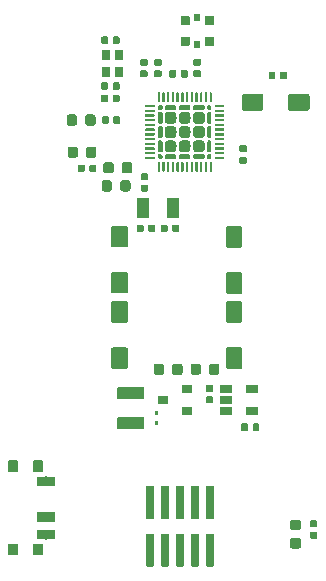
<source format=gbr>
G04 #@! TF.GenerationSoftware,KiCad,Pcbnew,(5.1.4)-1*
G04 #@! TF.CreationDate,2020-09-18T13:05:13-04:00*
G04 #@! TF.ProjectId,nRF52832_DEMO_V01,6e524635-3238-4333-925f-44454d4f5f56,rev?*
G04 #@! TF.SameCoordinates,Original*
G04 #@! TF.FileFunction,Paste,Top*
G04 #@! TF.FilePolarity,Positive*
%FSLAX46Y46*%
G04 Gerber Fmt 4.6, Leading zero omitted, Abs format (unit mm)*
G04 Created by KiCad (PCBNEW (5.1.4)-1) date 2020-09-18 13:05:13*
%MOMM*%
%LPD*%
G04 APERTURE LIST*
%ADD10C,0.100000*%
%ADD11C,0.800000*%
%ADD12C,0.650000*%
%ADD13C,0.875000*%
%ADD14C,0.590000*%
%ADD15C,1.020000*%
%ADD16C,1.400000*%
%ADD17R,0.900000X0.800000*%
%ADD18R,1.060000X0.650000*%
%ADD19R,1.000000X1.800000*%
%ADD20R,0.800000X0.900000*%
%ADD21C,0.250000*%
%ADD22C,0.967471*%
%ADD23C,0.319579*%
%ADD24C,0.271622*%
%ADD25C,0.200000*%
%ADD26C,0.750000*%
%ADD27C,0.500000*%
G04 APERTURE END LIST*
D10*
G36*
X102646661Y-103424485D02*
G01*
X102654427Y-103425637D01*
X102662043Y-103427545D01*
X102669435Y-103430190D01*
X102676532Y-103433546D01*
X102683266Y-103437582D01*
X102689571Y-103442259D01*
X102695389Y-103447531D01*
X102700661Y-103453349D01*
X102705338Y-103459654D01*
X102709374Y-103466388D01*
X102712730Y-103473485D01*
X102715375Y-103480877D01*
X102717283Y-103488493D01*
X102718435Y-103496259D01*
X102718820Y-103504100D01*
X102718820Y-104344100D01*
X102718435Y-104351941D01*
X102717283Y-104359707D01*
X102715375Y-104367323D01*
X102712730Y-104374715D01*
X102709374Y-104381812D01*
X102705338Y-104388546D01*
X102700661Y-104394851D01*
X102695389Y-104400669D01*
X102689571Y-104405941D01*
X102683266Y-104410618D01*
X102676532Y-104414654D01*
X102669435Y-104418010D01*
X102662043Y-104420655D01*
X102654427Y-104422563D01*
X102646661Y-104423715D01*
X102638820Y-104424100D01*
X101998820Y-104424100D01*
X101990979Y-104423715D01*
X101983213Y-104422563D01*
X101975597Y-104420655D01*
X101968205Y-104418010D01*
X101961108Y-104414654D01*
X101954374Y-104410618D01*
X101948069Y-104405941D01*
X101942251Y-104400669D01*
X101936979Y-104394851D01*
X101932302Y-104388546D01*
X101928266Y-104381812D01*
X101924910Y-104374715D01*
X101922265Y-104367323D01*
X101920357Y-104359707D01*
X101919205Y-104351941D01*
X101918820Y-104344100D01*
X101918820Y-103504100D01*
X101919205Y-103496259D01*
X101920357Y-103488493D01*
X101922265Y-103480877D01*
X101924910Y-103473485D01*
X101928266Y-103466388D01*
X101932302Y-103459654D01*
X101936979Y-103453349D01*
X101942251Y-103447531D01*
X101948069Y-103442259D01*
X101954374Y-103437582D01*
X101961108Y-103433546D01*
X101968205Y-103430190D01*
X101975597Y-103427545D01*
X101983213Y-103425637D01*
X101990979Y-103424485D01*
X101998820Y-103424100D01*
X102638820Y-103424100D01*
X102646661Y-103424485D01*
X102646661Y-103424485D01*
G37*
D11*
X102318820Y-103924100D03*
D10*
G36*
X104747241Y-103424485D02*
G01*
X104755007Y-103425637D01*
X104762623Y-103427545D01*
X104770015Y-103430190D01*
X104777112Y-103433546D01*
X104783846Y-103437582D01*
X104790151Y-103442259D01*
X104795969Y-103447531D01*
X104801241Y-103453349D01*
X104805918Y-103459654D01*
X104809954Y-103466388D01*
X104813310Y-103473485D01*
X104815955Y-103480877D01*
X104817863Y-103488493D01*
X104819015Y-103496259D01*
X104819400Y-103504100D01*
X104819400Y-104344100D01*
X104819015Y-104351941D01*
X104817863Y-104359707D01*
X104815955Y-104367323D01*
X104813310Y-104374715D01*
X104809954Y-104381812D01*
X104805918Y-104388546D01*
X104801241Y-104394851D01*
X104795969Y-104400669D01*
X104790151Y-104405941D01*
X104783846Y-104410618D01*
X104777112Y-104414654D01*
X104770015Y-104418010D01*
X104762623Y-104420655D01*
X104755007Y-104422563D01*
X104747241Y-104423715D01*
X104739400Y-104424100D01*
X104099400Y-104424100D01*
X104091559Y-104423715D01*
X104083793Y-104422563D01*
X104076177Y-104420655D01*
X104068785Y-104418010D01*
X104061688Y-104414654D01*
X104054954Y-104410618D01*
X104048649Y-104405941D01*
X104042831Y-104400669D01*
X104037559Y-104394851D01*
X104032882Y-104388546D01*
X104028846Y-104381812D01*
X104025490Y-104374715D01*
X104022845Y-104367323D01*
X104020937Y-104359707D01*
X104019785Y-104351941D01*
X104019400Y-104344100D01*
X104019400Y-103504100D01*
X104019785Y-103496259D01*
X104020937Y-103488493D01*
X104022845Y-103480877D01*
X104025490Y-103473485D01*
X104028846Y-103466388D01*
X104032882Y-103459654D01*
X104037559Y-103453349D01*
X104042831Y-103447531D01*
X104048649Y-103442259D01*
X104054954Y-103437582D01*
X104061688Y-103433546D01*
X104068785Y-103430190D01*
X104076177Y-103427545D01*
X104083793Y-103425637D01*
X104091559Y-103424485D01*
X104099400Y-103424100D01*
X104739400Y-103424100D01*
X104747241Y-103424485D01*
X104747241Y-103424485D01*
G37*
D11*
X104419400Y-103924100D03*
D10*
G36*
X102646661Y-96386145D02*
G01*
X102654427Y-96387297D01*
X102662043Y-96389205D01*
X102669435Y-96391850D01*
X102676532Y-96395206D01*
X102683266Y-96399242D01*
X102689571Y-96403919D01*
X102695389Y-96409191D01*
X102700661Y-96415009D01*
X102705338Y-96421314D01*
X102709374Y-96428048D01*
X102712730Y-96435145D01*
X102715375Y-96442537D01*
X102717283Y-96450153D01*
X102718435Y-96457919D01*
X102718820Y-96465760D01*
X102718820Y-97305760D01*
X102718435Y-97313601D01*
X102717283Y-97321367D01*
X102715375Y-97328983D01*
X102712730Y-97336375D01*
X102709374Y-97343472D01*
X102705338Y-97350206D01*
X102700661Y-97356511D01*
X102695389Y-97362329D01*
X102689571Y-97367601D01*
X102683266Y-97372278D01*
X102676532Y-97376314D01*
X102669435Y-97379670D01*
X102662043Y-97382315D01*
X102654427Y-97384223D01*
X102646661Y-97385375D01*
X102638820Y-97385760D01*
X101998820Y-97385760D01*
X101990979Y-97385375D01*
X101983213Y-97384223D01*
X101975597Y-97382315D01*
X101968205Y-97379670D01*
X101961108Y-97376314D01*
X101954374Y-97372278D01*
X101948069Y-97367601D01*
X101942251Y-97362329D01*
X101936979Y-97356511D01*
X101932302Y-97350206D01*
X101928266Y-97343472D01*
X101924910Y-97336375D01*
X101922265Y-97328983D01*
X101920357Y-97321367D01*
X101919205Y-97313601D01*
X101918820Y-97305760D01*
X101918820Y-96465760D01*
X101919205Y-96457919D01*
X101920357Y-96450153D01*
X101922265Y-96442537D01*
X101924910Y-96435145D01*
X101928266Y-96428048D01*
X101932302Y-96421314D01*
X101936979Y-96415009D01*
X101942251Y-96409191D01*
X101948069Y-96403919D01*
X101954374Y-96399242D01*
X101961108Y-96395206D01*
X101968205Y-96391850D01*
X101975597Y-96389205D01*
X101983213Y-96387297D01*
X101990979Y-96386145D01*
X101998820Y-96385760D01*
X102638820Y-96385760D01*
X102646661Y-96386145D01*
X102646661Y-96386145D01*
G37*
D11*
X102318820Y-96885760D03*
D10*
G36*
X104747241Y-96388685D02*
G01*
X104755007Y-96389837D01*
X104762623Y-96391745D01*
X104770015Y-96394390D01*
X104777112Y-96397746D01*
X104783846Y-96401782D01*
X104790151Y-96406459D01*
X104795969Y-96411731D01*
X104801241Y-96417549D01*
X104805918Y-96423854D01*
X104809954Y-96430588D01*
X104813310Y-96437685D01*
X104815955Y-96445077D01*
X104817863Y-96452693D01*
X104819015Y-96460459D01*
X104819400Y-96468300D01*
X104819400Y-97308300D01*
X104819015Y-97316141D01*
X104817863Y-97323907D01*
X104815955Y-97331523D01*
X104813310Y-97338915D01*
X104809954Y-97346012D01*
X104805918Y-97352746D01*
X104801241Y-97359051D01*
X104795969Y-97364869D01*
X104790151Y-97370141D01*
X104783846Y-97374818D01*
X104777112Y-97378854D01*
X104770015Y-97382210D01*
X104762623Y-97384855D01*
X104755007Y-97386763D01*
X104747241Y-97387915D01*
X104739400Y-97388300D01*
X104099400Y-97388300D01*
X104091559Y-97387915D01*
X104083793Y-97386763D01*
X104076177Y-97384855D01*
X104068785Y-97382210D01*
X104061688Y-97378854D01*
X104054954Y-97374818D01*
X104048649Y-97370141D01*
X104042831Y-97364869D01*
X104037559Y-97359051D01*
X104032882Y-97352746D01*
X104028846Y-97346012D01*
X104025490Y-97338915D01*
X104022845Y-97331523D01*
X104020937Y-97323907D01*
X104019785Y-97316141D01*
X104019400Y-97308300D01*
X104019400Y-96468300D01*
X104019785Y-96460459D01*
X104020937Y-96452693D01*
X104022845Y-96445077D01*
X104025490Y-96437685D01*
X104028846Y-96430588D01*
X104032882Y-96423854D01*
X104037559Y-96417549D01*
X104042831Y-96411731D01*
X104048649Y-96406459D01*
X104054954Y-96401782D01*
X104061688Y-96397746D01*
X104068785Y-96394390D01*
X104076177Y-96391745D01*
X104083793Y-96389837D01*
X104091559Y-96388685D01*
X104099400Y-96388300D01*
X104739400Y-96388300D01*
X104747241Y-96388685D01*
X104747241Y-96388685D01*
G37*
D11*
X104419400Y-96888300D03*
D10*
G36*
X105833041Y-102258685D02*
G01*
X105840807Y-102259837D01*
X105848423Y-102261745D01*
X105855815Y-102264390D01*
X105862912Y-102267746D01*
X105869646Y-102271782D01*
X105875951Y-102276459D01*
X105881769Y-102281731D01*
X105887041Y-102287549D01*
X105891718Y-102293854D01*
X105895754Y-102300588D01*
X105899110Y-102307685D01*
X105901755Y-102315077D01*
X105903663Y-102322693D01*
X105904815Y-102330459D01*
X105905200Y-102338300D01*
X105905200Y-102978300D01*
X105904815Y-102986141D01*
X105903663Y-102993907D01*
X105901755Y-103001523D01*
X105899110Y-103008915D01*
X105895754Y-103016012D01*
X105891718Y-103022746D01*
X105887041Y-103029051D01*
X105881769Y-103034869D01*
X105875951Y-103040141D01*
X105869646Y-103044818D01*
X105862912Y-103048854D01*
X105855815Y-103052210D01*
X105848423Y-103054855D01*
X105840807Y-103056763D01*
X105833041Y-103057915D01*
X105825200Y-103058300D01*
X104385200Y-103058300D01*
X104377359Y-103057915D01*
X104369593Y-103056763D01*
X104361977Y-103054855D01*
X104354585Y-103052210D01*
X104347488Y-103048854D01*
X104340754Y-103044818D01*
X104334449Y-103040141D01*
X104328631Y-103034869D01*
X104323359Y-103029051D01*
X104318682Y-103022746D01*
X104314646Y-103016012D01*
X104311290Y-103008915D01*
X104308645Y-103001523D01*
X104306737Y-102993907D01*
X104305585Y-102986141D01*
X104305200Y-102978300D01*
X104305200Y-102338300D01*
X104305585Y-102330459D01*
X104306737Y-102322693D01*
X104308645Y-102315077D01*
X104311290Y-102307685D01*
X104314646Y-102300588D01*
X104318682Y-102293854D01*
X104323359Y-102287549D01*
X104328631Y-102281731D01*
X104334449Y-102276459D01*
X104340754Y-102271782D01*
X104347488Y-102267746D01*
X104354585Y-102264390D01*
X104361977Y-102261745D01*
X104369593Y-102259837D01*
X104377359Y-102258685D01*
X104385200Y-102258300D01*
X105825200Y-102258300D01*
X105833041Y-102258685D01*
X105833041Y-102258685D01*
G37*
D11*
X105105200Y-102658300D03*
D10*
G36*
X105833041Y-100758685D02*
G01*
X105840807Y-100759837D01*
X105848423Y-100761745D01*
X105855815Y-100764390D01*
X105862912Y-100767746D01*
X105869646Y-100771782D01*
X105875951Y-100776459D01*
X105881769Y-100781731D01*
X105887041Y-100787549D01*
X105891718Y-100793854D01*
X105895754Y-100800588D01*
X105899110Y-100807685D01*
X105901755Y-100815077D01*
X105903663Y-100822693D01*
X105904815Y-100830459D01*
X105905200Y-100838300D01*
X105905200Y-101478300D01*
X105904815Y-101486141D01*
X105903663Y-101493907D01*
X105901755Y-101501523D01*
X105899110Y-101508915D01*
X105895754Y-101516012D01*
X105891718Y-101522746D01*
X105887041Y-101529051D01*
X105881769Y-101534869D01*
X105875951Y-101540141D01*
X105869646Y-101544818D01*
X105862912Y-101548854D01*
X105855815Y-101552210D01*
X105848423Y-101554855D01*
X105840807Y-101556763D01*
X105833041Y-101557915D01*
X105825200Y-101558300D01*
X104385200Y-101558300D01*
X104377359Y-101557915D01*
X104369593Y-101556763D01*
X104361977Y-101554855D01*
X104354585Y-101552210D01*
X104347488Y-101548854D01*
X104340754Y-101544818D01*
X104334449Y-101540141D01*
X104328631Y-101534869D01*
X104323359Y-101529051D01*
X104318682Y-101522746D01*
X104314646Y-101516012D01*
X104311290Y-101508915D01*
X104308645Y-101501523D01*
X104306737Y-101493907D01*
X104305585Y-101486141D01*
X104305200Y-101478300D01*
X104305200Y-100838300D01*
X104305585Y-100830459D01*
X104306737Y-100822693D01*
X104308645Y-100815077D01*
X104311290Y-100807685D01*
X104314646Y-100800588D01*
X104318682Y-100793854D01*
X104323359Y-100787549D01*
X104328631Y-100781731D01*
X104334449Y-100776459D01*
X104340754Y-100771782D01*
X104347488Y-100767746D01*
X104354585Y-100764390D01*
X104361977Y-100761745D01*
X104369593Y-100759837D01*
X104377359Y-100758685D01*
X104385200Y-100758300D01*
X105825200Y-100758300D01*
X105833041Y-100758685D01*
X105833041Y-100758685D01*
G37*
D11*
X105105200Y-101158300D03*
D10*
G36*
X105833041Y-97758685D02*
G01*
X105840807Y-97759837D01*
X105848423Y-97761745D01*
X105855815Y-97764390D01*
X105862912Y-97767746D01*
X105869646Y-97771782D01*
X105875951Y-97776459D01*
X105881769Y-97781731D01*
X105887041Y-97787549D01*
X105891718Y-97793854D01*
X105895754Y-97800588D01*
X105899110Y-97807685D01*
X105901755Y-97815077D01*
X105903663Y-97822693D01*
X105904815Y-97830459D01*
X105905200Y-97838300D01*
X105905200Y-98478300D01*
X105904815Y-98486141D01*
X105903663Y-98493907D01*
X105901755Y-98501523D01*
X105899110Y-98508915D01*
X105895754Y-98516012D01*
X105891718Y-98522746D01*
X105887041Y-98529051D01*
X105881769Y-98534869D01*
X105875951Y-98540141D01*
X105869646Y-98544818D01*
X105862912Y-98548854D01*
X105855815Y-98552210D01*
X105848423Y-98554855D01*
X105840807Y-98556763D01*
X105833041Y-98557915D01*
X105825200Y-98558300D01*
X104385200Y-98558300D01*
X104377359Y-98557915D01*
X104369593Y-98556763D01*
X104361977Y-98554855D01*
X104354585Y-98552210D01*
X104347488Y-98548854D01*
X104340754Y-98544818D01*
X104334449Y-98540141D01*
X104328631Y-98534869D01*
X104323359Y-98529051D01*
X104318682Y-98522746D01*
X104314646Y-98516012D01*
X104311290Y-98508915D01*
X104308645Y-98501523D01*
X104306737Y-98493907D01*
X104305585Y-98486141D01*
X104305200Y-98478300D01*
X104305200Y-97838300D01*
X104305585Y-97830459D01*
X104306737Y-97822693D01*
X104308645Y-97815077D01*
X104311290Y-97807685D01*
X104314646Y-97800588D01*
X104318682Y-97793854D01*
X104323359Y-97787549D01*
X104328631Y-97781731D01*
X104334449Y-97776459D01*
X104340754Y-97771782D01*
X104347488Y-97767746D01*
X104354585Y-97764390D01*
X104361977Y-97761745D01*
X104369593Y-97759837D01*
X104377359Y-97758685D01*
X104385200Y-97758300D01*
X105825200Y-97758300D01*
X105833041Y-97758685D01*
X105833041Y-97758685D01*
G37*
D11*
X105105200Y-98158300D03*
D10*
G36*
X114185371Y-98569313D02*
G01*
X114191681Y-98570249D01*
X114197869Y-98571799D01*
X114203874Y-98573948D01*
X114209641Y-98576675D01*
X114215112Y-98579954D01*
X114220236Y-98583754D01*
X114224962Y-98588038D01*
X114229246Y-98592764D01*
X114233046Y-98597888D01*
X114236325Y-98603359D01*
X114239052Y-98609126D01*
X114241201Y-98615131D01*
X114242751Y-98621319D01*
X114243687Y-98627629D01*
X114244000Y-98634000D01*
X114244000Y-101264000D01*
X114243687Y-101270371D01*
X114242751Y-101276681D01*
X114241201Y-101282869D01*
X114239052Y-101288874D01*
X114236325Y-101294641D01*
X114233046Y-101300112D01*
X114229246Y-101305236D01*
X114224962Y-101309962D01*
X114220236Y-101314246D01*
X114215112Y-101318046D01*
X114209641Y-101321325D01*
X114203874Y-101324052D01*
X114197869Y-101326201D01*
X114191681Y-101327751D01*
X114185371Y-101328687D01*
X114179000Y-101329000D01*
X113659000Y-101329000D01*
X113652629Y-101328687D01*
X113646319Y-101327751D01*
X113640131Y-101326201D01*
X113634126Y-101324052D01*
X113628359Y-101321325D01*
X113622888Y-101318046D01*
X113617764Y-101314246D01*
X113613038Y-101309962D01*
X113608754Y-101305236D01*
X113604954Y-101300112D01*
X113601675Y-101294641D01*
X113598948Y-101288874D01*
X113596799Y-101282869D01*
X113595249Y-101276681D01*
X113594313Y-101270371D01*
X113594000Y-101264000D01*
X113594000Y-98634000D01*
X113594313Y-98627629D01*
X113595249Y-98621319D01*
X113596799Y-98615131D01*
X113598948Y-98609126D01*
X113601675Y-98603359D01*
X113604954Y-98597888D01*
X113608754Y-98592764D01*
X113613038Y-98588038D01*
X113617764Y-98583754D01*
X113622888Y-98579954D01*
X113628359Y-98576675D01*
X113634126Y-98573948D01*
X113640131Y-98571799D01*
X113646319Y-98570249D01*
X113652629Y-98569313D01*
X113659000Y-98569000D01*
X114179000Y-98569000D01*
X114185371Y-98569313D01*
X114185371Y-98569313D01*
G37*
D12*
X113919000Y-99949000D03*
D10*
G36*
X115455371Y-98569313D02*
G01*
X115461681Y-98570249D01*
X115467869Y-98571799D01*
X115473874Y-98573948D01*
X115479641Y-98576675D01*
X115485112Y-98579954D01*
X115490236Y-98583754D01*
X115494962Y-98588038D01*
X115499246Y-98592764D01*
X115503046Y-98597888D01*
X115506325Y-98603359D01*
X115509052Y-98609126D01*
X115511201Y-98615131D01*
X115512751Y-98621319D01*
X115513687Y-98627629D01*
X115514000Y-98634000D01*
X115514000Y-101264000D01*
X115513687Y-101270371D01*
X115512751Y-101276681D01*
X115511201Y-101282869D01*
X115509052Y-101288874D01*
X115506325Y-101294641D01*
X115503046Y-101300112D01*
X115499246Y-101305236D01*
X115494962Y-101309962D01*
X115490236Y-101314246D01*
X115485112Y-101318046D01*
X115479641Y-101321325D01*
X115473874Y-101324052D01*
X115467869Y-101326201D01*
X115461681Y-101327751D01*
X115455371Y-101328687D01*
X115449000Y-101329000D01*
X114929000Y-101329000D01*
X114922629Y-101328687D01*
X114916319Y-101327751D01*
X114910131Y-101326201D01*
X114904126Y-101324052D01*
X114898359Y-101321325D01*
X114892888Y-101318046D01*
X114887764Y-101314246D01*
X114883038Y-101309962D01*
X114878754Y-101305236D01*
X114874954Y-101300112D01*
X114871675Y-101294641D01*
X114868948Y-101288874D01*
X114866799Y-101282869D01*
X114865249Y-101276681D01*
X114864313Y-101270371D01*
X114864000Y-101264000D01*
X114864000Y-98634000D01*
X114864313Y-98627629D01*
X114865249Y-98621319D01*
X114866799Y-98615131D01*
X114868948Y-98609126D01*
X114871675Y-98603359D01*
X114874954Y-98597888D01*
X114878754Y-98592764D01*
X114883038Y-98588038D01*
X114887764Y-98583754D01*
X114892888Y-98579954D01*
X114898359Y-98576675D01*
X114904126Y-98573948D01*
X114910131Y-98571799D01*
X114916319Y-98570249D01*
X114922629Y-98569313D01*
X114929000Y-98569000D01*
X115449000Y-98569000D01*
X115455371Y-98569313D01*
X115455371Y-98569313D01*
G37*
D12*
X115189000Y-99949000D03*
D10*
G36*
X116725371Y-98569313D02*
G01*
X116731681Y-98570249D01*
X116737869Y-98571799D01*
X116743874Y-98573948D01*
X116749641Y-98576675D01*
X116755112Y-98579954D01*
X116760236Y-98583754D01*
X116764962Y-98588038D01*
X116769246Y-98592764D01*
X116773046Y-98597888D01*
X116776325Y-98603359D01*
X116779052Y-98609126D01*
X116781201Y-98615131D01*
X116782751Y-98621319D01*
X116783687Y-98627629D01*
X116784000Y-98634000D01*
X116784000Y-101264000D01*
X116783687Y-101270371D01*
X116782751Y-101276681D01*
X116781201Y-101282869D01*
X116779052Y-101288874D01*
X116776325Y-101294641D01*
X116773046Y-101300112D01*
X116769246Y-101305236D01*
X116764962Y-101309962D01*
X116760236Y-101314246D01*
X116755112Y-101318046D01*
X116749641Y-101321325D01*
X116743874Y-101324052D01*
X116737869Y-101326201D01*
X116731681Y-101327751D01*
X116725371Y-101328687D01*
X116719000Y-101329000D01*
X116199000Y-101329000D01*
X116192629Y-101328687D01*
X116186319Y-101327751D01*
X116180131Y-101326201D01*
X116174126Y-101324052D01*
X116168359Y-101321325D01*
X116162888Y-101318046D01*
X116157764Y-101314246D01*
X116153038Y-101309962D01*
X116148754Y-101305236D01*
X116144954Y-101300112D01*
X116141675Y-101294641D01*
X116138948Y-101288874D01*
X116136799Y-101282869D01*
X116135249Y-101276681D01*
X116134313Y-101270371D01*
X116134000Y-101264000D01*
X116134000Y-98634000D01*
X116134313Y-98627629D01*
X116135249Y-98621319D01*
X116136799Y-98615131D01*
X116138948Y-98609126D01*
X116141675Y-98603359D01*
X116144954Y-98597888D01*
X116148754Y-98592764D01*
X116153038Y-98588038D01*
X116157764Y-98583754D01*
X116162888Y-98579954D01*
X116168359Y-98576675D01*
X116174126Y-98573948D01*
X116180131Y-98571799D01*
X116186319Y-98570249D01*
X116192629Y-98569313D01*
X116199000Y-98569000D01*
X116719000Y-98569000D01*
X116725371Y-98569313D01*
X116725371Y-98569313D01*
G37*
D12*
X116459000Y-99949000D03*
D10*
G36*
X117995371Y-98569313D02*
G01*
X118001681Y-98570249D01*
X118007869Y-98571799D01*
X118013874Y-98573948D01*
X118019641Y-98576675D01*
X118025112Y-98579954D01*
X118030236Y-98583754D01*
X118034962Y-98588038D01*
X118039246Y-98592764D01*
X118043046Y-98597888D01*
X118046325Y-98603359D01*
X118049052Y-98609126D01*
X118051201Y-98615131D01*
X118052751Y-98621319D01*
X118053687Y-98627629D01*
X118054000Y-98634000D01*
X118054000Y-101264000D01*
X118053687Y-101270371D01*
X118052751Y-101276681D01*
X118051201Y-101282869D01*
X118049052Y-101288874D01*
X118046325Y-101294641D01*
X118043046Y-101300112D01*
X118039246Y-101305236D01*
X118034962Y-101309962D01*
X118030236Y-101314246D01*
X118025112Y-101318046D01*
X118019641Y-101321325D01*
X118013874Y-101324052D01*
X118007869Y-101326201D01*
X118001681Y-101327751D01*
X117995371Y-101328687D01*
X117989000Y-101329000D01*
X117469000Y-101329000D01*
X117462629Y-101328687D01*
X117456319Y-101327751D01*
X117450131Y-101326201D01*
X117444126Y-101324052D01*
X117438359Y-101321325D01*
X117432888Y-101318046D01*
X117427764Y-101314246D01*
X117423038Y-101309962D01*
X117418754Y-101305236D01*
X117414954Y-101300112D01*
X117411675Y-101294641D01*
X117408948Y-101288874D01*
X117406799Y-101282869D01*
X117405249Y-101276681D01*
X117404313Y-101270371D01*
X117404000Y-101264000D01*
X117404000Y-98634000D01*
X117404313Y-98627629D01*
X117405249Y-98621319D01*
X117406799Y-98615131D01*
X117408948Y-98609126D01*
X117411675Y-98603359D01*
X117414954Y-98597888D01*
X117418754Y-98592764D01*
X117423038Y-98588038D01*
X117427764Y-98583754D01*
X117432888Y-98579954D01*
X117438359Y-98576675D01*
X117444126Y-98573948D01*
X117450131Y-98571799D01*
X117456319Y-98570249D01*
X117462629Y-98569313D01*
X117469000Y-98569000D01*
X117989000Y-98569000D01*
X117995371Y-98569313D01*
X117995371Y-98569313D01*
G37*
D12*
X117729000Y-99949000D03*
D10*
G36*
X119265371Y-98569313D02*
G01*
X119271681Y-98570249D01*
X119277869Y-98571799D01*
X119283874Y-98573948D01*
X119289641Y-98576675D01*
X119295112Y-98579954D01*
X119300236Y-98583754D01*
X119304962Y-98588038D01*
X119309246Y-98592764D01*
X119313046Y-98597888D01*
X119316325Y-98603359D01*
X119319052Y-98609126D01*
X119321201Y-98615131D01*
X119322751Y-98621319D01*
X119323687Y-98627629D01*
X119324000Y-98634000D01*
X119324000Y-101264000D01*
X119323687Y-101270371D01*
X119322751Y-101276681D01*
X119321201Y-101282869D01*
X119319052Y-101288874D01*
X119316325Y-101294641D01*
X119313046Y-101300112D01*
X119309246Y-101305236D01*
X119304962Y-101309962D01*
X119300236Y-101314246D01*
X119295112Y-101318046D01*
X119289641Y-101321325D01*
X119283874Y-101324052D01*
X119277869Y-101326201D01*
X119271681Y-101327751D01*
X119265371Y-101328687D01*
X119259000Y-101329000D01*
X118739000Y-101329000D01*
X118732629Y-101328687D01*
X118726319Y-101327751D01*
X118720131Y-101326201D01*
X118714126Y-101324052D01*
X118708359Y-101321325D01*
X118702888Y-101318046D01*
X118697764Y-101314246D01*
X118693038Y-101309962D01*
X118688754Y-101305236D01*
X118684954Y-101300112D01*
X118681675Y-101294641D01*
X118678948Y-101288874D01*
X118676799Y-101282869D01*
X118675249Y-101276681D01*
X118674313Y-101270371D01*
X118674000Y-101264000D01*
X118674000Y-98634000D01*
X118674313Y-98627629D01*
X118675249Y-98621319D01*
X118676799Y-98615131D01*
X118678948Y-98609126D01*
X118681675Y-98603359D01*
X118684954Y-98597888D01*
X118688754Y-98592764D01*
X118693038Y-98588038D01*
X118697764Y-98583754D01*
X118702888Y-98579954D01*
X118708359Y-98576675D01*
X118714126Y-98573948D01*
X118720131Y-98571799D01*
X118726319Y-98570249D01*
X118732629Y-98569313D01*
X118739000Y-98569000D01*
X119259000Y-98569000D01*
X119265371Y-98569313D01*
X119265371Y-98569313D01*
G37*
D12*
X118999000Y-99949000D03*
D10*
G36*
X119265371Y-102609313D02*
G01*
X119271681Y-102610249D01*
X119277869Y-102611799D01*
X119283874Y-102613948D01*
X119289641Y-102616675D01*
X119295112Y-102619954D01*
X119300236Y-102623754D01*
X119304962Y-102628038D01*
X119309246Y-102632764D01*
X119313046Y-102637888D01*
X119316325Y-102643359D01*
X119319052Y-102649126D01*
X119321201Y-102655131D01*
X119322751Y-102661319D01*
X119323687Y-102667629D01*
X119324000Y-102674000D01*
X119324000Y-105304000D01*
X119323687Y-105310371D01*
X119322751Y-105316681D01*
X119321201Y-105322869D01*
X119319052Y-105328874D01*
X119316325Y-105334641D01*
X119313046Y-105340112D01*
X119309246Y-105345236D01*
X119304962Y-105349962D01*
X119300236Y-105354246D01*
X119295112Y-105358046D01*
X119289641Y-105361325D01*
X119283874Y-105364052D01*
X119277869Y-105366201D01*
X119271681Y-105367751D01*
X119265371Y-105368687D01*
X119259000Y-105369000D01*
X118739000Y-105369000D01*
X118732629Y-105368687D01*
X118726319Y-105367751D01*
X118720131Y-105366201D01*
X118714126Y-105364052D01*
X118708359Y-105361325D01*
X118702888Y-105358046D01*
X118697764Y-105354246D01*
X118693038Y-105349962D01*
X118688754Y-105345236D01*
X118684954Y-105340112D01*
X118681675Y-105334641D01*
X118678948Y-105328874D01*
X118676799Y-105322869D01*
X118675249Y-105316681D01*
X118674313Y-105310371D01*
X118674000Y-105304000D01*
X118674000Y-102674000D01*
X118674313Y-102667629D01*
X118675249Y-102661319D01*
X118676799Y-102655131D01*
X118678948Y-102649126D01*
X118681675Y-102643359D01*
X118684954Y-102637888D01*
X118688754Y-102632764D01*
X118693038Y-102628038D01*
X118697764Y-102623754D01*
X118702888Y-102619954D01*
X118708359Y-102616675D01*
X118714126Y-102613948D01*
X118720131Y-102611799D01*
X118726319Y-102610249D01*
X118732629Y-102609313D01*
X118739000Y-102609000D01*
X119259000Y-102609000D01*
X119265371Y-102609313D01*
X119265371Y-102609313D01*
G37*
D12*
X118999000Y-103989000D03*
D10*
G36*
X116725371Y-102609313D02*
G01*
X116731681Y-102610249D01*
X116737869Y-102611799D01*
X116743874Y-102613948D01*
X116749641Y-102616675D01*
X116755112Y-102619954D01*
X116760236Y-102623754D01*
X116764962Y-102628038D01*
X116769246Y-102632764D01*
X116773046Y-102637888D01*
X116776325Y-102643359D01*
X116779052Y-102649126D01*
X116781201Y-102655131D01*
X116782751Y-102661319D01*
X116783687Y-102667629D01*
X116784000Y-102674000D01*
X116784000Y-105304000D01*
X116783687Y-105310371D01*
X116782751Y-105316681D01*
X116781201Y-105322869D01*
X116779052Y-105328874D01*
X116776325Y-105334641D01*
X116773046Y-105340112D01*
X116769246Y-105345236D01*
X116764962Y-105349962D01*
X116760236Y-105354246D01*
X116755112Y-105358046D01*
X116749641Y-105361325D01*
X116743874Y-105364052D01*
X116737869Y-105366201D01*
X116731681Y-105367751D01*
X116725371Y-105368687D01*
X116719000Y-105369000D01*
X116199000Y-105369000D01*
X116192629Y-105368687D01*
X116186319Y-105367751D01*
X116180131Y-105366201D01*
X116174126Y-105364052D01*
X116168359Y-105361325D01*
X116162888Y-105358046D01*
X116157764Y-105354246D01*
X116153038Y-105349962D01*
X116148754Y-105345236D01*
X116144954Y-105340112D01*
X116141675Y-105334641D01*
X116138948Y-105328874D01*
X116136799Y-105322869D01*
X116135249Y-105316681D01*
X116134313Y-105310371D01*
X116134000Y-105304000D01*
X116134000Y-102674000D01*
X116134313Y-102667629D01*
X116135249Y-102661319D01*
X116136799Y-102655131D01*
X116138948Y-102649126D01*
X116141675Y-102643359D01*
X116144954Y-102637888D01*
X116148754Y-102632764D01*
X116153038Y-102628038D01*
X116157764Y-102623754D01*
X116162888Y-102619954D01*
X116168359Y-102616675D01*
X116174126Y-102613948D01*
X116180131Y-102611799D01*
X116186319Y-102610249D01*
X116192629Y-102609313D01*
X116199000Y-102609000D01*
X116719000Y-102609000D01*
X116725371Y-102609313D01*
X116725371Y-102609313D01*
G37*
D12*
X116459000Y-103989000D03*
D10*
G36*
X117995371Y-102609313D02*
G01*
X118001681Y-102610249D01*
X118007869Y-102611799D01*
X118013874Y-102613948D01*
X118019641Y-102616675D01*
X118025112Y-102619954D01*
X118030236Y-102623754D01*
X118034962Y-102628038D01*
X118039246Y-102632764D01*
X118043046Y-102637888D01*
X118046325Y-102643359D01*
X118049052Y-102649126D01*
X118051201Y-102655131D01*
X118052751Y-102661319D01*
X118053687Y-102667629D01*
X118054000Y-102674000D01*
X118054000Y-105304000D01*
X118053687Y-105310371D01*
X118052751Y-105316681D01*
X118051201Y-105322869D01*
X118049052Y-105328874D01*
X118046325Y-105334641D01*
X118043046Y-105340112D01*
X118039246Y-105345236D01*
X118034962Y-105349962D01*
X118030236Y-105354246D01*
X118025112Y-105358046D01*
X118019641Y-105361325D01*
X118013874Y-105364052D01*
X118007869Y-105366201D01*
X118001681Y-105367751D01*
X117995371Y-105368687D01*
X117989000Y-105369000D01*
X117469000Y-105369000D01*
X117462629Y-105368687D01*
X117456319Y-105367751D01*
X117450131Y-105366201D01*
X117444126Y-105364052D01*
X117438359Y-105361325D01*
X117432888Y-105358046D01*
X117427764Y-105354246D01*
X117423038Y-105349962D01*
X117418754Y-105345236D01*
X117414954Y-105340112D01*
X117411675Y-105334641D01*
X117408948Y-105328874D01*
X117406799Y-105322869D01*
X117405249Y-105316681D01*
X117404313Y-105310371D01*
X117404000Y-105304000D01*
X117404000Y-102674000D01*
X117404313Y-102667629D01*
X117405249Y-102661319D01*
X117406799Y-102655131D01*
X117408948Y-102649126D01*
X117411675Y-102643359D01*
X117414954Y-102637888D01*
X117418754Y-102632764D01*
X117423038Y-102628038D01*
X117427764Y-102623754D01*
X117432888Y-102619954D01*
X117438359Y-102616675D01*
X117444126Y-102613948D01*
X117450131Y-102611799D01*
X117456319Y-102610249D01*
X117462629Y-102609313D01*
X117469000Y-102609000D01*
X117989000Y-102609000D01*
X117995371Y-102609313D01*
X117995371Y-102609313D01*
G37*
D12*
X117729000Y-103989000D03*
D10*
G36*
X114185371Y-102609313D02*
G01*
X114191681Y-102610249D01*
X114197869Y-102611799D01*
X114203874Y-102613948D01*
X114209641Y-102616675D01*
X114215112Y-102619954D01*
X114220236Y-102623754D01*
X114224962Y-102628038D01*
X114229246Y-102632764D01*
X114233046Y-102637888D01*
X114236325Y-102643359D01*
X114239052Y-102649126D01*
X114241201Y-102655131D01*
X114242751Y-102661319D01*
X114243687Y-102667629D01*
X114244000Y-102674000D01*
X114244000Y-105304000D01*
X114243687Y-105310371D01*
X114242751Y-105316681D01*
X114241201Y-105322869D01*
X114239052Y-105328874D01*
X114236325Y-105334641D01*
X114233046Y-105340112D01*
X114229246Y-105345236D01*
X114224962Y-105349962D01*
X114220236Y-105354246D01*
X114215112Y-105358046D01*
X114209641Y-105361325D01*
X114203874Y-105364052D01*
X114197869Y-105366201D01*
X114191681Y-105367751D01*
X114185371Y-105368687D01*
X114179000Y-105369000D01*
X113659000Y-105369000D01*
X113652629Y-105368687D01*
X113646319Y-105367751D01*
X113640131Y-105366201D01*
X113634126Y-105364052D01*
X113628359Y-105361325D01*
X113622888Y-105358046D01*
X113617764Y-105354246D01*
X113613038Y-105349962D01*
X113608754Y-105345236D01*
X113604954Y-105340112D01*
X113601675Y-105334641D01*
X113598948Y-105328874D01*
X113596799Y-105322869D01*
X113595249Y-105316681D01*
X113594313Y-105310371D01*
X113594000Y-105304000D01*
X113594000Y-102674000D01*
X113594313Y-102667629D01*
X113595249Y-102661319D01*
X113596799Y-102655131D01*
X113598948Y-102649126D01*
X113601675Y-102643359D01*
X113604954Y-102637888D01*
X113608754Y-102632764D01*
X113613038Y-102628038D01*
X113617764Y-102623754D01*
X113622888Y-102619954D01*
X113628359Y-102616675D01*
X113634126Y-102613948D01*
X113640131Y-102611799D01*
X113646319Y-102610249D01*
X113652629Y-102609313D01*
X113659000Y-102609000D01*
X114179000Y-102609000D01*
X114185371Y-102609313D01*
X114185371Y-102609313D01*
G37*
D12*
X113919000Y-103989000D03*
D10*
G36*
X115455371Y-102609313D02*
G01*
X115461681Y-102610249D01*
X115467869Y-102611799D01*
X115473874Y-102613948D01*
X115479641Y-102616675D01*
X115485112Y-102619954D01*
X115490236Y-102623754D01*
X115494962Y-102628038D01*
X115499246Y-102632764D01*
X115503046Y-102637888D01*
X115506325Y-102643359D01*
X115509052Y-102649126D01*
X115511201Y-102655131D01*
X115512751Y-102661319D01*
X115513687Y-102667629D01*
X115514000Y-102674000D01*
X115514000Y-105304000D01*
X115513687Y-105310371D01*
X115512751Y-105316681D01*
X115511201Y-105322869D01*
X115509052Y-105328874D01*
X115506325Y-105334641D01*
X115503046Y-105340112D01*
X115499246Y-105345236D01*
X115494962Y-105349962D01*
X115490236Y-105354246D01*
X115485112Y-105358046D01*
X115479641Y-105361325D01*
X115473874Y-105364052D01*
X115467869Y-105366201D01*
X115461681Y-105367751D01*
X115455371Y-105368687D01*
X115449000Y-105369000D01*
X114929000Y-105369000D01*
X114922629Y-105368687D01*
X114916319Y-105367751D01*
X114910131Y-105366201D01*
X114904126Y-105364052D01*
X114898359Y-105361325D01*
X114892888Y-105358046D01*
X114887764Y-105354246D01*
X114883038Y-105349962D01*
X114878754Y-105345236D01*
X114874954Y-105340112D01*
X114871675Y-105334641D01*
X114868948Y-105328874D01*
X114866799Y-105322869D01*
X114865249Y-105316681D01*
X114864313Y-105310371D01*
X114864000Y-105304000D01*
X114864000Y-102674000D01*
X114864313Y-102667629D01*
X114865249Y-102661319D01*
X114866799Y-102655131D01*
X114868948Y-102649126D01*
X114871675Y-102643359D01*
X114874954Y-102637888D01*
X114878754Y-102632764D01*
X114883038Y-102628038D01*
X114887764Y-102623754D01*
X114892888Y-102619954D01*
X114898359Y-102616675D01*
X114904126Y-102613948D01*
X114910131Y-102611799D01*
X114916319Y-102610249D01*
X114922629Y-102609313D01*
X114929000Y-102609000D01*
X115449000Y-102609000D01*
X115455371Y-102609313D01*
X115455371Y-102609313D01*
G37*
D12*
X115189000Y-103989000D03*
D10*
G36*
X119594891Y-88184753D02*
G01*
X119616126Y-88187903D01*
X119636950Y-88193119D01*
X119657162Y-88200351D01*
X119676568Y-88209530D01*
X119694981Y-88220566D01*
X119712224Y-88233354D01*
X119728130Y-88247770D01*
X119742546Y-88263676D01*
X119755334Y-88280919D01*
X119766370Y-88299332D01*
X119775549Y-88318738D01*
X119782781Y-88338950D01*
X119787997Y-88359774D01*
X119791147Y-88381009D01*
X119792200Y-88402450D01*
X119792200Y-88914950D01*
X119791147Y-88936391D01*
X119787997Y-88957626D01*
X119782781Y-88978450D01*
X119775549Y-88998662D01*
X119766370Y-89018068D01*
X119755334Y-89036481D01*
X119742546Y-89053724D01*
X119728130Y-89069630D01*
X119712224Y-89084046D01*
X119694981Y-89096834D01*
X119676568Y-89107870D01*
X119657162Y-89117049D01*
X119636950Y-89124281D01*
X119616126Y-89129497D01*
X119594891Y-89132647D01*
X119573450Y-89133700D01*
X119135950Y-89133700D01*
X119114509Y-89132647D01*
X119093274Y-89129497D01*
X119072450Y-89124281D01*
X119052238Y-89117049D01*
X119032832Y-89107870D01*
X119014419Y-89096834D01*
X118997176Y-89084046D01*
X118981270Y-89069630D01*
X118966854Y-89053724D01*
X118954066Y-89036481D01*
X118943030Y-89018068D01*
X118933851Y-88998662D01*
X118926619Y-88978450D01*
X118921403Y-88957626D01*
X118918253Y-88936391D01*
X118917200Y-88914950D01*
X118917200Y-88402450D01*
X118918253Y-88381009D01*
X118921403Y-88359774D01*
X118926619Y-88338950D01*
X118933851Y-88318738D01*
X118943030Y-88299332D01*
X118954066Y-88280919D01*
X118966854Y-88263676D01*
X118981270Y-88247770D01*
X118997176Y-88233354D01*
X119014419Y-88220566D01*
X119032832Y-88209530D01*
X119052238Y-88200351D01*
X119072450Y-88193119D01*
X119093274Y-88187903D01*
X119114509Y-88184753D01*
X119135950Y-88183700D01*
X119573450Y-88183700D01*
X119594891Y-88184753D01*
X119594891Y-88184753D01*
G37*
D13*
X119354700Y-88658700D03*
D10*
G36*
X118019891Y-88184753D02*
G01*
X118041126Y-88187903D01*
X118061950Y-88193119D01*
X118082162Y-88200351D01*
X118101568Y-88209530D01*
X118119981Y-88220566D01*
X118137224Y-88233354D01*
X118153130Y-88247770D01*
X118167546Y-88263676D01*
X118180334Y-88280919D01*
X118191370Y-88299332D01*
X118200549Y-88318738D01*
X118207781Y-88338950D01*
X118212997Y-88359774D01*
X118216147Y-88381009D01*
X118217200Y-88402450D01*
X118217200Y-88914950D01*
X118216147Y-88936391D01*
X118212997Y-88957626D01*
X118207781Y-88978450D01*
X118200549Y-88998662D01*
X118191370Y-89018068D01*
X118180334Y-89036481D01*
X118167546Y-89053724D01*
X118153130Y-89069630D01*
X118137224Y-89084046D01*
X118119981Y-89096834D01*
X118101568Y-89107870D01*
X118082162Y-89117049D01*
X118061950Y-89124281D01*
X118041126Y-89129497D01*
X118019891Y-89132647D01*
X117998450Y-89133700D01*
X117560950Y-89133700D01*
X117539509Y-89132647D01*
X117518274Y-89129497D01*
X117497450Y-89124281D01*
X117477238Y-89117049D01*
X117457832Y-89107870D01*
X117439419Y-89096834D01*
X117422176Y-89084046D01*
X117406270Y-89069630D01*
X117391854Y-89053724D01*
X117379066Y-89036481D01*
X117368030Y-89018068D01*
X117358851Y-88998662D01*
X117351619Y-88978450D01*
X117346403Y-88957626D01*
X117343253Y-88936391D01*
X117342200Y-88914950D01*
X117342200Y-88402450D01*
X117343253Y-88381009D01*
X117346403Y-88359774D01*
X117351619Y-88338950D01*
X117358851Y-88318738D01*
X117368030Y-88299332D01*
X117379066Y-88280919D01*
X117391854Y-88263676D01*
X117406270Y-88247770D01*
X117422176Y-88233354D01*
X117439419Y-88220566D01*
X117457832Y-88209530D01*
X117477238Y-88200351D01*
X117497450Y-88193119D01*
X117518274Y-88187903D01*
X117539509Y-88184753D01*
X117560950Y-88183700D01*
X117998450Y-88183700D01*
X118019891Y-88184753D01*
X118019891Y-88184753D01*
G37*
D13*
X117779700Y-88658700D03*
D10*
G36*
X116470691Y-88197453D02*
G01*
X116491926Y-88200603D01*
X116512750Y-88205819D01*
X116532962Y-88213051D01*
X116552368Y-88222230D01*
X116570781Y-88233266D01*
X116588024Y-88246054D01*
X116603930Y-88260470D01*
X116618346Y-88276376D01*
X116631134Y-88293619D01*
X116642170Y-88312032D01*
X116651349Y-88331438D01*
X116658581Y-88351650D01*
X116663797Y-88372474D01*
X116666947Y-88393709D01*
X116668000Y-88415150D01*
X116668000Y-88927650D01*
X116666947Y-88949091D01*
X116663797Y-88970326D01*
X116658581Y-88991150D01*
X116651349Y-89011362D01*
X116642170Y-89030768D01*
X116631134Y-89049181D01*
X116618346Y-89066424D01*
X116603930Y-89082330D01*
X116588024Y-89096746D01*
X116570781Y-89109534D01*
X116552368Y-89120570D01*
X116532962Y-89129749D01*
X116512750Y-89136981D01*
X116491926Y-89142197D01*
X116470691Y-89145347D01*
X116449250Y-89146400D01*
X116011750Y-89146400D01*
X115990309Y-89145347D01*
X115969074Y-89142197D01*
X115948250Y-89136981D01*
X115928038Y-89129749D01*
X115908632Y-89120570D01*
X115890219Y-89109534D01*
X115872976Y-89096746D01*
X115857070Y-89082330D01*
X115842654Y-89066424D01*
X115829866Y-89049181D01*
X115818830Y-89030768D01*
X115809651Y-89011362D01*
X115802419Y-88991150D01*
X115797203Y-88970326D01*
X115794053Y-88949091D01*
X115793000Y-88927650D01*
X115793000Y-88415150D01*
X115794053Y-88393709D01*
X115797203Y-88372474D01*
X115802419Y-88351650D01*
X115809651Y-88331438D01*
X115818830Y-88312032D01*
X115829866Y-88293619D01*
X115842654Y-88276376D01*
X115857070Y-88260470D01*
X115872976Y-88246054D01*
X115890219Y-88233266D01*
X115908632Y-88222230D01*
X115928038Y-88213051D01*
X115948250Y-88205819D01*
X115969074Y-88200603D01*
X115990309Y-88197453D01*
X116011750Y-88196400D01*
X116449250Y-88196400D01*
X116470691Y-88197453D01*
X116470691Y-88197453D01*
G37*
D13*
X116230500Y-88671400D03*
D10*
G36*
X114895691Y-88197453D02*
G01*
X114916926Y-88200603D01*
X114937750Y-88205819D01*
X114957962Y-88213051D01*
X114977368Y-88222230D01*
X114995781Y-88233266D01*
X115013024Y-88246054D01*
X115028930Y-88260470D01*
X115043346Y-88276376D01*
X115056134Y-88293619D01*
X115067170Y-88312032D01*
X115076349Y-88331438D01*
X115083581Y-88351650D01*
X115088797Y-88372474D01*
X115091947Y-88393709D01*
X115093000Y-88415150D01*
X115093000Y-88927650D01*
X115091947Y-88949091D01*
X115088797Y-88970326D01*
X115083581Y-88991150D01*
X115076349Y-89011362D01*
X115067170Y-89030768D01*
X115056134Y-89049181D01*
X115043346Y-89066424D01*
X115028930Y-89082330D01*
X115013024Y-89096746D01*
X114995781Y-89109534D01*
X114977368Y-89120570D01*
X114957962Y-89129749D01*
X114937750Y-89136981D01*
X114916926Y-89142197D01*
X114895691Y-89145347D01*
X114874250Y-89146400D01*
X114436750Y-89146400D01*
X114415309Y-89145347D01*
X114394074Y-89142197D01*
X114373250Y-89136981D01*
X114353038Y-89129749D01*
X114333632Y-89120570D01*
X114315219Y-89109534D01*
X114297976Y-89096746D01*
X114282070Y-89082330D01*
X114267654Y-89066424D01*
X114254866Y-89049181D01*
X114243830Y-89030768D01*
X114234651Y-89011362D01*
X114227419Y-88991150D01*
X114222203Y-88970326D01*
X114219053Y-88949091D01*
X114218000Y-88927650D01*
X114218000Y-88415150D01*
X114219053Y-88393709D01*
X114222203Y-88372474D01*
X114227419Y-88351650D01*
X114234651Y-88331438D01*
X114243830Y-88312032D01*
X114254866Y-88293619D01*
X114267654Y-88276376D01*
X114282070Y-88260470D01*
X114297976Y-88246054D01*
X114315219Y-88233266D01*
X114333632Y-88222230D01*
X114353038Y-88213051D01*
X114373250Y-88205819D01*
X114394074Y-88200603D01*
X114415309Y-88197453D01*
X114436750Y-88196400D01*
X114874250Y-88196400D01*
X114895691Y-88197453D01*
X114895691Y-88197453D01*
G37*
D13*
X114655500Y-88671400D03*
D10*
G36*
X116008958Y-63333110D02*
G01*
X116023276Y-63335234D01*
X116037317Y-63338751D01*
X116050946Y-63343628D01*
X116064031Y-63349817D01*
X116076447Y-63357258D01*
X116088073Y-63365881D01*
X116098798Y-63375602D01*
X116108519Y-63386327D01*
X116117142Y-63397953D01*
X116124583Y-63410369D01*
X116130772Y-63423454D01*
X116135649Y-63437083D01*
X116139166Y-63451124D01*
X116141290Y-63465442D01*
X116142000Y-63479900D01*
X116142000Y-63824900D01*
X116141290Y-63839358D01*
X116139166Y-63853676D01*
X116135649Y-63867717D01*
X116130772Y-63881346D01*
X116124583Y-63894431D01*
X116117142Y-63906847D01*
X116108519Y-63918473D01*
X116098798Y-63929198D01*
X116088073Y-63938919D01*
X116076447Y-63947542D01*
X116064031Y-63954983D01*
X116050946Y-63961172D01*
X116037317Y-63966049D01*
X116023276Y-63969566D01*
X116008958Y-63971690D01*
X115994500Y-63972400D01*
X115699500Y-63972400D01*
X115685042Y-63971690D01*
X115670724Y-63969566D01*
X115656683Y-63966049D01*
X115643054Y-63961172D01*
X115629969Y-63954983D01*
X115617553Y-63947542D01*
X115605927Y-63938919D01*
X115595202Y-63929198D01*
X115585481Y-63918473D01*
X115576858Y-63906847D01*
X115569417Y-63894431D01*
X115563228Y-63881346D01*
X115558351Y-63867717D01*
X115554834Y-63853676D01*
X115552710Y-63839358D01*
X115552000Y-63824900D01*
X115552000Y-63479900D01*
X115552710Y-63465442D01*
X115554834Y-63451124D01*
X115558351Y-63437083D01*
X115563228Y-63423454D01*
X115569417Y-63410369D01*
X115576858Y-63397953D01*
X115585481Y-63386327D01*
X115595202Y-63375602D01*
X115605927Y-63365881D01*
X115617553Y-63357258D01*
X115629969Y-63349817D01*
X115643054Y-63343628D01*
X115656683Y-63338751D01*
X115670724Y-63335234D01*
X115685042Y-63333110D01*
X115699500Y-63332400D01*
X115994500Y-63332400D01*
X116008958Y-63333110D01*
X116008958Y-63333110D01*
G37*
D14*
X115847000Y-63652400D03*
D10*
G36*
X116978958Y-63333110D02*
G01*
X116993276Y-63335234D01*
X117007317Y-63338751D01*
X117020946Y-63343628D01*
X117034031Y-63349817D01*
X117046447Y-63357258D01*
X117058073Y-63365881D01*
X117068798Y-63375602D01*
X117078519Y-63386327D01*
X117087142Y-63397953D01*
X117094583Y-63410369D01*
X117100772Y-63423454D01*
X117105649Y-63437083D01*
X117109166Y-63451124D01*
X117111290Y-63465442D01*
X117112000Y-63479900D01*
X117112000Y-63824900D01*
X117111290Y-63839358D01*
X117109166Y-63853676D01*
X117105649Y-63867717D01*
X117100772Y-63881346D01*
X117094583Y-63894431D01*
X117087142Y-63906847D01*
X117078519Y-63918473D01*
X117068798Y-63929198D01*
X117058073Y-63938919D01*
X117046447Y-63947542D01*
X117034031Y-63954983D01*
X117020946Y-63961172D01*
X117007317Y-63966049D01*
X116993276Y-63969566D01*
X116978958Y-63971690D01*
X116964500Y-63972400D01*
X116669500Y-63972400D01*
X116655042Y-63971690D01*
X116640724Y-63969566D01*
X116626683Y-63966049D01*
X116613054Y-63961172D01*
X116599969Y-63954983D01*
X116587553Y-63947542D01*
X116575927Y-63938919D01*
X116565202Y-63929198D01*
X116555481Y-63918473D01*
X116546858Y-63906847D01*
X116539417Y-63894431D01*
X116533228Y-63881346D01*
X116528351Y-63867717D01*
X116524834Y-63853676D01*
X116522710Y-63839358D01*
X116522000Y-63824900D01*
X116522000Y-63479900D01*
X116522710Y-63465442D01*
X116524834Y-63451124D01*
X116528351Y-63437083D01*
X116533228Y-63423454D01*
X116539417Y-63410369D01*
X116546858Y-63397953D01*
X116555481Y-63386327D01*
X116565202Y-63375602D01*
X116575927Y-63365881D01*
X116587553Y-63357258D01*
X116599969Y-63349817D01*
X116613054Y-63343628D01*
X116626683Y-63338751D01*
X116640724Y-63335234D01*
X116655042Y-63333110D01*
X116669500Y-63332400D01*
X116964500Y-63332400D01*
X116978958Y-63333110D01*
X116978958Y-63333110D01*
G37*
D14*
X116817000Y-63652400D03*
D10*
G36*
X113572558Y-63360510D02*
G01*
X113586876Y-63362634D01*
X113600917Y-63366151D01*
X113614546Y-63371028D01*
X113627631Y-63377217D01*
X113640047Y-63384658D01*
X113651673Y-63393281D01*
X113662398Y-63403002D01*
X113672119Y-63413727D01*
X113680742Y-63425353D01*
X113688183Y-63437769D01*
X113694372Y-63450854D01*
X113699249Y-63464483D01*
X113702766Y-63478524D01*
X113704890Y-63492842D01*
X113705600Y-63507300D01*
X113705600Y-63802300D01*
X113704890Y-63816758D01*
X113702766Y-63831076D01*
X113699249Y-63845117D01*
X113694372Y-63858746D01*
X113688183Y-63871831D01*
X113680742Y-63884247D01*
X113672119Y-63895873D01*
X113662398Y-63906598D01*
X113651673Y-63916319D01*
X113640047Y-63924942D01*
X113627631Y-63932383D01*
X113614546Y-63938572D01*
X113600917Y-63943449D01*
X113586876Y-63946966D01*
X113572558Y-63949090D01*
X113558100Y-63949800D01*
X113213100Y-63949800D01*
X113198642Y-63949090D01*
X113184324Y-63946966D01*
X113170283Y-63943449D01*
X113156654Y-63938572D01*
X113143569Y-63932383D01*
X113131153Y-63924942D01*
X113119527Y-63916319D01*
X113108802Y-63906598D01*
X113099081Y-63895873D01*
X113090458Y-63884247D01*
X113083017Y-63871831D01*
X113076828Y-63858746D01*
X113071951Y-63845117D01*
X113068434Y-63831076D01*
X113066310Y-63816758D01*
X113065600Y-63802300D01*
X113065600Y-63507300D01*
X113066310Y-63492842D01*
X113068434Y-63478524D01*
X113071951Y-63464483D01*
X113076828Y-63450854D01*
X113083017Y-63437769D01*
X113090458Y-63425353D01*
X113099081Y-63413727D01*
X113108802Y-63403002D01*
X113119527Y-63393281D01*
X113131153Y-63384658D01*
X113143569Y-63377217D01*
X113156654Y-63371028D01*
X113170283Y-63366151D01*
X113184324Y-63362634D01*
X113198642Y-63360510D01*
X113213100Y-63359800D01*
X113558100Y-63359800D01*
X113572558Y-63360510D01*
X113572558Y-63360510D01*
G37*
D14*
X113385600Y-63654800D03*
D10*
G36*
X113572558Y-62390510D02*
G01*
X113586876Y-62392634D01*
X113600917Y-62396151D01*
X113614546Y-62401028D01*
X113627631Y-62407217D01*
X113640047Y-62414658D01*
X113651673Y-62423281D01*
X113662398Y-62433002D01*
X113672119Y-62443727D01*
X113680742Y-62455353D01*
X113688183Y-62467769D01*
X113694372Y-62480854D01*
X113699249Y-62494483D01*
X113702766Y-62508524D01*
X113704890Y-62522842D01*
X113705600Y-62537300D01*
X113705600Y-62832300D01*
X113704890Y-62846758D01*
X113702766Y-62861076D01*
X113699249Y-62875117D01*
X113694372Y-62888746D01*
X113688183Y-62901831D01*
X113680742Y-62914247D01*
X113672119Y-62925873D01*
X113662398Y-62936598D01*
X113651673Y-62946319D01*
X113640047Y-62954942D01*
X113627631Y-62962383D01*
X113614546Y-62968572D01*
X113600917Y-62973449D01*
X113586876Y-62976966D01*
X113572558Y-62979090D01*
X113558100Y-62979800D01*
X113213100Y-62979800D01*
X113198642Y-62979090D01*
X113184324Y-62976966D01*
X113170283Y-62973449D01*
X113156654Y-62968572D01*
X113143569Y-62962383D01*
X113131153Y-62954942D01*
X113119527Y-62946319D01*
X113108802Y-62936598D01*
X113099081Y-62925873D01*
X113090458Y-62914247D01*
X113083017Y-62901831D01*
X113076828Y-62888746D01*
X113071951Y-62875117D01*
X113068434Y-62861076D01*
X113066310Y-62846758D01*
X113065600Y-62832300D01*
X113065600Y-62537300D01*
X113066310Y-62522842D01*
X113068434Y-62508524D01*
X113071951Y-62494483D01*
X113076828Y-62480854D01*
X113083017Y-62467769D01*
X113090458Y-62455353D01*
X113099081Y-62443727D01*
X113108802Y-62433002D01*
X113119527Y-62423281D01*
X113131153Y-62414658D01*
X113143569Y-62407217D01*
X113156654Y-62401028D01*
X113170283Y-62396151D01*
X113184324Y-62392634D01*
X113198642Y-62390510D01*
X113213100Y-62389800D01*
X113558100Y-62389800D01*
X113572558Y-62390510D01*
X113572558Y-62390510D01*
G37*
D14*
X113385600Y-62684800D03*
D10*
G36*
X110230458Y-60488310D02*
G01*
X110244776Y-60490434D01*
X110258817Y-60493951D01*
X110272446Y-60498828D01*
X110285531Y-60505017D01*
X110297947Y-60512458D01*
X110309573Y-60521081D01*
X110320298Y-60530802D01*
X110330019Y-60541527D01*
X110338642Y-60553153D01*
X110346083Y-60565569D01*
X110352272Y-60578654D01*
X110357149Y-60592283D01*
X110360666Y-60606324D01*
X110362790Y-60620642D01*
X110363500Y-60635100D01*
X110363500Y-60980100D01*
X110362790Y-60994558D01*
X110360666Y-61008876D01*
X110357149Y-61022917D01*
X110352272Y-61036546D01*
X110346083Y-61049631D01*
X110338642Y-61062047D01*
X110330019Y-61073673D01*
X110320298Y-61084398D01*
X110309573Y-61094119D01*
X110297947Y-61102742D01*
X110285531Y-61110183D01*
X110272446Y-61116372D01*
X110258817Y-61121249D01*
X110244776Y-61124766D01*
X110230458Y-61126890D01*
X110216000Y-61127600D01*
X109921000Y-61127600D01*
X109906542Y-61126890D01*
X109892224Y-61124766D01*
X109878183Y-61121249D01*
X109864554Y-61116372D01*
X109851469Y-61110183D01*
X109839053Y-61102742D01*
X109827427Y-61094119D01*
X109816702Y-61084398D01*
X109806981Y-61073673D01*
X109798358Y-61062047D01*
X109790917Y-61049631D01*
X109784728Y-61036546D01*
X109779851Y-61022917D01*
X109776334Y-61008876D01*
X109774210Y-60994558D01*
X109773500Y-60980100D01*
X109773500Y-60635100D01*
X109774210Y-60620642D01*
X109776334Y-60606324D01*
X109779851Y-60592283D01*
X109784728Y-60578654D01*
X109790917Y-60565569D01*
X109798358Y-60553153D01*
X109806981Y-60541527D01*
X109816702Y-60530802D01*
X109827427Y-60521081D01*
X109839053Y-60512458D01*
X109851469Y-60505017D01*
X109864554Y-60498828D01*
X109878183Y-60493951D01*
X109892224Y-60490434D01*
X109906542Y-60488310D01*
X109921000Y-60487600D01*
X110216000Y-60487600D01*
X110230458Y-60488310D01*
X110230458Y-60488310D01*
G37*
D14*
X110068500Y-60807600D03*
D10*
G36*
X111200458Y-60488310D02*
G01*
X111214776Y-60490434D01*
X111228817Y-60493951D01*
X111242446Y-60498828D01*
X111255531Y-60505017D01*
X111267947Y-60512458D01*
X111279573Y-60521081D01*
X111290298Y-60530802D01*
X111300019Y-60541527D01*
X111308642Y-60553153D01*
X111316083Y-60565569D01*
X111322272Y-60578654D01*
X111327149Y-60592283D01*
X111330666Y-60606324D01*
X111332790Y-60620642D01*
X111333500Y-60635100D01*
X111333500Y-60980100D01*
X111332790Y-60994558D01*
X111330666Y-61008876D01*
X111327149Y-61022917D01*
X111322272Y-61036546D01*
X111316083Y-61049631D01*
X111308642Y-61062047D01*
X111300019Y-61073673D01*
X111290298Y-61084398D01*
X111279573Y-61094119D01*
X111267947Y-61102742D01*
X111255531Y-61110183D01*
X111242446Y-61116372D01*
X111228817Y-61121249D01*
X111214776Y-61124766D01*
X111200458Y-61126890D01*
X111186000Y-61127600D01*
X110891000Y-61127600D01*
X110876542Y-61126890D01*
X110862224Y-61124766D01*
X110848183Y-61121249D01*
X110834554Y-61116372D01*
X110821469Y-61110183D01*
X110809053Y-61102742D01*
X110797427Y-61094119D01*
X110786702Y-61084398D01*
X110776981Y-61073673D01*
X110768358Y-61062047D01*
X110760917Y-61049631D01*
X110754728Y-61036546D01*
X110749851Y-61022917D01*
X110746334Y-61008876D01*
X110744210Y-60994558D01*
X110743500Y-60980100D01*
X110743500Y-60635100D01*
X110744210Y-60620642D01*
X110746334Y-60606324D01*
X110749851Y-60592283D01*
X110754728Y-60578654D01*
X110760917Y-60565569D01*
X110768358Y-60553153D01*
X110776981Y-60541527D01*
X110786702Y-60530802D01*
X110797427Y-60521081D01*
X110809053Y-60512458D01*
X110821469Y-60505017D01*
X110834554Y-60498828D01*
X110848183Y-60493951D01*
X110862224Y-60490434D01*
X110876542Y-60488310D01*
X110891000Y-60487600D01*
X111186000Y-60487600D01*
X111200458Y-60488310D01*
X111200458Y-60488310D01*
G37*
D14*
X111038500Y-60807600D03*
D10*
G36*
X111200458Y-64361810D02*
G01*
X111214776Y-64363934D01*
X111228817Y-64367451D01*
X111242446Y-64372328D01*
X111255531Y-64378517D01*
X111267947Y-64385958D01*
X111279573Y-64394581D01*
X111290298Y-64404302D01*
X111300019Y-64415027D01*
X111308642Y-64426653D01*
X111316083Y-64439069D01*
X111322272Y-64452154D01*
X111327149Y-64465783D01*
X111330666Y-64479824D01*
X111332790Y-64494142D01*
X111333500Y-64508600D01*
X111333500Y-64853600D01*
X111332790Y-64868058D01*
X111330666Y-64882376D01*
X111327149Y-64896417D01*
X111322272Y-64910046D01*
X111316083Y-64923131D01*
X111308642Y-64935547D01*
X111300019Y-64947173D01*
X111290298Y-64957898D01*
X111279573Y-64967619D01*
X111267947Y-64976242D01*
X111255531Y-64983683D01*
X111242446Y-64989872D01*
X111228817Y-64994749D01*
X111214776Y-64998266D01*
X111200458Y-65000390D01*
X111186000Y-65001100D01*
X110891000Y-65001100D01*
X110876542Y-65000390D01*
X110862224Y-64998266D01*
X110848183Y-64994749D01*
X110834554Y-64989872D01*
X110821469Y-64983683D01*
X110809053Y-64976242D01*
X110797427Y-64967619D01*
X110786702Y-64957898D01*
X110776981Y-64947173D01*
X110768358Y-64935547D01*
X110760917Y-64923131D01*
X110754728Y-64910046D01*
X110749851Y-64896417D01*
X110746334Y-64882376D01*
X110744210Y-64868058D01*
X110743500Y-64853600D01*
X110743500Y-64508600D01*
X110744210Y-64494142D01*
X110746334Y-64479824D01*
X110749851Y-64465783D01*
X110754728Y-64452154D01*
X110760917Y-64439069D01*
X110768358Y-64426653D01*
X110776981Y-64415027D01*
X110786702Y-64404302D01*
X110797427Y-64394581D01*
X110809053Y-64385958D01*
X110821469Y-64378517D01*
X110834554Y-64372328D01*
X110848183Y-64367451D01*
X110862224Y-64363934D01*
X110876542Y-64361810D01*
X110891000Y-64361100D01*
X111186000Y-64361100D01*
X111200458Y-64361810D01*
X111200458Y-64361810D01*
G37*
D14*
X111038500Y-64681100D03*
D10*
G36*
X110230458Y-64361810D02*
G01*
X110244776Y-64363934D01*
X110258817Y-64367451D01*
X110272446Y-64372328D01*
X110285531Y-64378517D01*
X110297947Y-64385958D01*
X110309573Y-64394581D01*
X110320298Y-64404302D01*
X110330019Y-64415027D01*
X110338642Y-64426653D01*
X110346083Y-64439069D01*
X110352272Y-64452154D01*
X110357149Y-64465783D01*
X110360666Y-64479824D01*
X110362790Y-64494142D01*
X110363500Y-64508600D01*
X110363500Y-64853600D01*
X110362790Y-64868058D01*
X110360666Y-64882376D01*
X110357149Y-64896417D01*
X110352272Y-64910046D01*
X110346083Y-64923131D01*
X110338642Y-64935547D01*
X110330019Y-64947173D01*
X110320298Y-64957898D01*
X110309573Y-64967619D01*
X110297947Y-64976242D01*
X110285531Y-64983683D01*
X110272446Y-64989872D01*
X110258817Y-64994749D01*
X110244776Y-64998266D01*
X110230458Y-65000390D01*
X110216000Y-65001100D01*
X109921000Y-65001100D01*
X109906542Y-65000390D01*
X109892224Y-64998266D01*
X109878183Y-64994749D01*
X109864554Y-64989872D01*
X109851469Y-64983683D01*
X109839053Y-64976242D01*
X109827427Y-64967619D01*
X109816702Y-64957898D01*
X109806981Y-64947173D01*
X109798358Y-64935547D01*
X109790917Y-64923131D01*
X109784728Y-64910046D01*
X109779851Y-64896417D01*
X109776334Y-64882376D01*
X109774210Y-64868058D01*
X109773500Y-64853600D01*
X109773500Y-64508600D01*
X109774210Y-64494142D01*
X109776334Y-64479824D01*
X109779851Y-64465783D01*
X109784728Y-64452154D01*
X109790917Y-64439069D01*
X109798358Y-64426653D01*
X109806981Y-64415027D01*
X109816702Y-64404302D01*
X109827427Y-64394581D01*
X109839053Y-64385958D01*
X109851469Y-64378517D01*
X109864554Y-64372328D01*
X109878183Y-64367451D01*
X109892224Y-64363934D01*
X109906542Y-64361810D01*
X109921000Y-64361100D01*
X110216000Y-64361100D01*
X110230458Y-64361810D01*
X110230458Y-64361810D01*
G37*
D14*
X110068500Y-64681100D03*
D10*
G36*
X114766358Y-62390510D02*
G01*
X114780676Y-62392634D01*
X114794717Y-62396151D01*
X114808346Y-62401028D01*
X114821431Y-62407217D01*
X114833847Y-62414658D01*
X114845473Y-62423281D01*
X114856198Y-62433002D01*
X114865919Y-62443727D01*
X114874542Y-62455353D01*
X114881983Y-62467769D01*
X114888172Y-62480854D01*
X114893049Y-62494483D01*
X114896566Y-62508524D01*
X114898690Y-62522842D01*
X114899400Y-62537300D01*
X114899400Y-62832300D01*
X114898690Y-62846758D01*
X114896566Y-62861076D01*
X114893049Y-62875117D01*
X114888172Y-62888746D01*
X114881983Y-62901831D01*
X114874542Y-62914247D01*
X114865919Y-62925873D01*
X114856198Y-62936598D01*
X114845473Y-62946319D01*
X114833847Y-62954942D01*
X114821431Y-62962383D01*
X114808346Y-62968572D01*
X114794717Y-62973449D01*
X114780676Y-62976966D01*
X114766358Y-62979090D01*
X114751900Y-62979800D01*
X114406900Y-62979800D01*
X114392442Y-62979090D01*
X114378124Y-62976966D01*
X114364083Y-62973449D01*
X114350454Y-62968572D01*
X114337369Y-62962383D01*
X114324953Y-62954942D01*
X114313327Y-62946319D01*
X114302602Y-62936598D01*
X114292881Y-62925873D01*
X114284258Y-62914247D01*
X114276817Y-62901831D01*
X114270628Y-62888746D01*
X114265751Y-62875117D01*
X114262234Y-62861076D01*
X114260110Y-62846758D01*
X114259400Y-62832300D01*
X114259400Y-62537300D01*
X114260110Y-62522842D01*
X114262234Y-62508524D01*
X114265751Y-62494483D01*
X114270628Y-62480854D01*
X114276817Y-62467769D01*
X114284258Y-62455353D01*
X114292881Y-62443727D01*
X114302602Y-62433002D01*
X114313327Y-62423281D01*
X114324953Y-62414658D01*
X114337369Y-62407217D01*
X114350454Y-62401028D01*
X114364083Y-62396151D01*
X114378124Y-62392634D01*
X114392442Y-62390510D01*
X114406900Y-62389800D01*
X114751900Y-62389800D01*
X114766358Y-62390510D01*
X114766358Y-62390510D01*
G37*
D14*
X114579400Y-62684800D03*
D10*
G36*
X114766358Y-63360510D02*
G01*
X114780676Y-63362634D01*
X114794717Y-63366151D01*
X114808346Y-63371028D01*
X114821431Y-63377217D01*
X114833847Y-63384658D01*
X114845473Y-63393281D01*
X114856198Y-63403002D01*
X114865919Y-63413727D01*
X114874542Y-63425353D01*
X114881983Y-63437769D01*
X114888172Y-63450854D01*
X114893049Y-63464483D01*
X114896566Y-63478524D01*
X114898690Y-63492842D01*
X114899400Y-63507300D01*
X114899400Y-63802300D01*
X114898690Y-63816758D01*
X114896566Y-63831076D01*
X114893049Y-63845117D01*
X114888172Y-63858746D01*
X114881983Y-63871831D01*
X114874542Y-63884247D01*
X114865919Y-63895873D01*
X114856198Y-63906598D01*
X114845473Y-63916319D01*
X114833847Y-63924942D01*
X114821431Y-63932383D01*
X114808346Y-63938572D01*
X114794717Y-63943449D01*
X114780676Y-63946966D01*
X114766358Y-63949090D01*
X114751900Y-63949800D01*
X114406900Y-63949800D01*
X114392442Y-63949090D01*
X114378124Y-63946966D01*
X114364083Y-63943449D01*
X114350454Y-63938572D01*
X114337369Y-63932383D01*
X114324953Y-63924942D01*
X114313327Y-63916319D01*
X114302602Y-63906598D01*
X114292881Y-63895873D01*
X114284258Y-63884247D01*
X114276817Y-63871831D01*
X114270628Y-63858746D01*
X114265751Y-63845117D01*
X114262234Y-63831076D01*
X114260110Y-63816758D01*
X114259400Y-63802300D01*
X114259400Y-63507300D01*
X114260110Y-63492842D01*
X114262234Y-63478524D01*
X114265751Y-63464483D01*
X114270628Y-63450854D01*
X114276817Y-63437769D01*
X114284258Y-63425353D01*
X114292881Y-63413727D01*
X114302602Y-63403002D01*
X114313327Y-63393281D01*
X114324953Y-63384658D01*
X114337369Y-63377217D01*
X114350454Y-63371028D01*
X114364083Y-63366151D01*
X114378124Y-63362634D01*
X114392442Y-63360510D01*
X114406900Y-63359800D01*
X114751900Y-63359800D01*
X114766358Y-63360510D01*
X114766358Y-63360510D01*
G37*
D14*
X114579400Y-63654800D03*
D10*
G36*
X113623358Y-73037910D02*
G01*
X113637676Y-73040034D01*
X113651717Y-73043551D01*
X113665346Y-73048428D01*
X113678431Y-73054617D01*
X113690847Y-73062058D01*
X113702473Y-73070681D01*
X113713198Y-73080402D01*
X113722919Y-73091127D01*
X113731542Y-73102753D01*
X113738983Y-73115169D01*
X113745172Y-73128254D01*
X113750049Y-73141883D01*
X113753566Y-73155924D01*
X113755690Y-73170242D01*
X113756400Y-73184700D01*
X113756400Y-73479700D01*
X113755690Y-73494158D01*
X113753566Y-73508476D01*
X113750049Y-73522517D01*
X113745172Y-73536146D01*
X113738983Y-73549231D01*
X113731542Y-73561647D01*
X113722919Y-73573273D01*
X113713198Y-73583998D01*
X113702473Y-73593719D01*
X113690847Y-73602342D01*
X113678431Y-73609783D01*
X113665346Y-73615972D01*
X113651717Y-73620849D01*
X113637676Y-73624366D01*
X113623358Y-73626490D01*
X113608900Y-73627200D01*
X113263900Y-73627200D01*
X113249442Y-73626490D01*
X113235124Y-73624366D01*
X113221083Y-73620849D01*
X113207454Y-73615972D01*
X113194369Y-73609783D01*
X113181953Y-73602342D01*
X113170327Y-73593719D01*
X113159602Y-73583998D01*
X113149881Y-73573273D01*
X113141258Y-73561647D01*
X113133817Y-73549231D01*
X113127628Y-73536146D01*
X113122751Y-73522517D01*
X113119234Y-73508476D01*
X113117110Y-73494158D01*
X113116400Y-73479700D01*
X113116400Y-73184700D01*
X113117110Y-73170242D01*
X113119234Y-73155924D01*
X113122751Y-73141883D01*
X113127628Y-73128254D01*
X113133817Y-73115169D01*
X113141258Y-73102753D01*
X113149881Y-73091127D01*
X113159602Y-73080402D01*
X113170327Y-73070681D01*
X113181953Y-73062058D01*
X113194369Y-73054617D01*
X113207454Y-73048428D01*
X113221083Y-73043551D01*
X113235124Y-73040034D01*
X113249442Y-73037910D01*
X113263900Y-73037200D01*
X113608900Y-73037200D01*
X113623358Y-73037910D01*
X113623358Y-73037910D01*
G37*
D14*
X113436400Y-73332200D03*
D10*
G36*
X113623358Y-72067910D02*
G01*
X113637676Y-72070034D01*
X113651717Y-72073551D01*
X113665346Y-72078428D01*
X113678431Y-72084617D01*
X113690847Y-72092058D01*
X113702473Y-72100681D01*
X113713198Y-72110402D01*
X113722919Y-72121127D01*
X113731542Y-72132753D01*
X113738983Y-72145169D01*
X113745172Y-72158254D01*
X113750049Y-72171883D01*
X113753566Y-72185924D01*
X113755690Y-72200242D01*
X113756400Y-72214700D01*
X113756400Y-72509700D01*
X113755690Y-72524158D01*
X113753566Y-72538476D01*
X113750049Y-72552517D01*
X113745172Y-72566146D01*
X113738983Y-72579231D01*
X113731542Y-72591647D01*
X113722919Y-72603273D01*
X113713198Y-72613998D01*
X113702473Y-72623719D01*
X113690847Y-72632342D01*
X113678431Y-72639783D01*
X113665346Y-72645972D01*
X113651717Y-72650849D01*
X113637676Y-72654366D01*
X113623358Y-72656490D01*
X113608900Y-72657200D01*
X113263900Y-72657200D01*
X113249442Y-72656490D01*
X113235124Y-72654366D01*
X113221083Y-72650849D01*
X113207454Y-72645972D01*
X113194369Y-72639783D01*
X113181953Y-72632342D01*
X113170327Y-72623719D01*
X113159602Y-72613998D01*
X113149881Y-72603273D01*
X113141258Y-72591647D01*
X113133817Y-72579231D01*
X113127628Y-72566146D01*
X113122751Y-72552517D01*
X113119234Y-72538476D01*
X113117110Y-72524158D01*
X113116400Y-72509700D01*
X113116400Y-72214700D01*
X113117110Y-72200242D01*
X113119234Y-72185924D01*
X113122751Y-72171883D01*
X113127628Y-72158254D01*
X113133817Y-72145169D01*
X113141258Y-72132753D01*
X113149881Y-72121127D01*
X113159602Y-72110402D01*
X113170327Y-72100681D01*
X113181953Y-72092058D01*
X113194369Y-72084617D01*
X113207454Y-72078428D01*
X113221083Y-72073551D01*
X113235124Y-72070034D01*
X113249442Y-72067910D01*
X113263900Y-72067200D01*
X113608900Y-72067200D01*
X113623358Y-72067910D01*
X113623358Y-72067910D01*
G37*
D14*
X113436400Y-72362200D03*
D10*
G36*
X107605791Y-69807853D02*
G01*
X107627026Y-69811003D01*
X107647850Y-69816219D01*
X107668062Y-69823451D01*
X107687468Y-69832630D01*
X107705881Y-69843666D01*
X107723124Y-69856454D01*
X107739030Y-69870870D01*
X107753446Y-69886776D01*
X107766234Y-69904019D01*
X107777270Y-69922432D01*
X107786449Y-69941838D01*
X107793681Y-69962050D01*
X107798897Y-69982874D01*
X107802047Y-70004109D01*
X107803100Y-70025550D01*
X107803100Y-70538050D01*
X107802047Y-70559491D01*
X107798897Y-70580726D01*
X107793681Y-70601550D01*
X107786449Y-70621762D01*
X107777270Y-70641168D01*
X107766234Y-70659581D01*
X107753446Y-70676824D01*
X107739030Y-70692730D01*
X107723124Y-70707146D01*
X107705881Y-70719934D01*
X107687468Y-70730970D01*
X107668062Y-70740149D01*
X107647850Y-70747381D01*
X107627026Y-70752597D01*
X107605791Y-70755747D01*
X107584350Y-70756800D01*
X107146850Y-70756800D01*
X107125409Y-70755747D01*
X107104174Y-70752597D01*
X107083350Y-70747381D01*
X107063138Y-70740149D01*
X107043732Y-70730970D01*
X107025319Y-70719934D01*
X107008076Y-70707146D01*
X106992170Y-70692730D01*
X106977754Y-70676824D01*
X106964966Y-70659581D01*
X106953930Y-70641168D01*
X106944751Y-70621762D01*
X106937519Y-70601550D01*
X106932303Y-70580726D01*
X106929153Y-70559491D01*
X106928100Y-70538050D01*
X106928100Y-70025550D01*
X106929153Y-70004109D01*
X106932303Y-69982874D01*
X106937519Y-69962050D01*
X106944751Y-69941838D01*
X106953930Y-69922432D01*
X106964966Y-69904019D01*
X106977754Y-69886776D01*
X106992170Y-69870870D01*
X107008076Y-69856454D01*
X107025319Y-69843666D01*
X107043732Y-69832630D01*
X107063138Y-69823451D01*
X107083350Y-69816219D01*
X107104174Y-69811003D01*
X107125409Y-69807853D01*
X107146850Y-69806800D01*
X107584350Y-69806800D01*
X107605791Y-69807853D01*
X107605791Y-69807853D01*
G37*
D13*
X107365600Y-70281800D03*
D10*
G36*
X109180791Y-69807853D02*
G01*
X109202026Y-69811003D01*
X109222850Y-69816219D01*
X109243062Y-69823451D01*
X109262468Y-69832630D01*
X109280881Y-69843666D01*
X109298124Y-69856454D01*
X109314030Y-69870870D01*
X109328446Y-69886776D01*
X109341234Y-69904019D01*
X109352270Y-69922432D01*
X109361449Y-69941838D01*
X109368681Y-69962050D01*
X109373897Y-69982874D01*
X109377047Y-70004109D01*
X109378100Y-70025550D01*
X109378100Y-70538050D01*
X109377047Y-70559491D01*
X109373897Y-70580726D01*
X109368681Y-70601550D01*
X109361449Y-70621762D01*
X109352270Y-70641168D01*
X109341234Y-70659581D01*
X109328446Y-70676824D01*
X109314030Y-70692730D01*
X109298124Y-70707146D01*
X109280881Y-70719934D01*
X109262468Y-70730970D01*
X109243062Y-70740149D01*
X109222850Y-70747381D01*
X109202026Y-70752597D01*
X109180791Y-70755747D01*
X109159350Y-70756800D01*
X108721850Y-70756800D01*
X108700409Y-70755747D01*
X108679174Y-70752597D01*
X108658350Y-70747381D01*
X108638138Y-70740149D01*
X108618732Y-70730970D01*
X108600319Y-70719934D01*
X108583076Y-70707146D01*
X108567170Y-70692730D01*
X108552754Y-70676824D01*
X108539966Y-70659581D01*
X108528930Y-70641168D01*
X108519751Y-70621762D01*
X108512519Y-70601550D01*
X108507303Y-70580726D01*
X108504153Y-70559491D01*
X108503100Y-70538050D01*
X108503100Y-70025550D01*
X108504153Y-70004109D01*
X108507303Y-69982874D01*
X108512519Y-69962050D01*
X108519751Y-69941838D01*
X108528930Y-69922432D01*
X108539966Y-69904019D01*
X108552754Y-69886776D01*
X108567170Y-69870870D01*
X108583076Y-69856454D01*
X108600319Y-69843666D01*
X108618732Y-69832630D01*
X108638138Y-69823451D01*
X108658350Y-69816219D01*
X108679174Y-69811003D01*
X108700409Y-69807853D01*
X108721850Y-69806800D01*
X109159350Y-69806800D01*
X109180791Y-69807853D01*
X109180791Y-69807853D01*
G37*
D13*
X108940600Y-70281800D03*
D10*
G36*
X122077158Y-93254310D02*
G01*
X122091476Y-93256434D01*
X122105517Y-93259951D01*
X122119146Y-93264828D01*
X122132231Y-93271017D01*
X122144647Y-93278458D01*
X122156273Y-93287081D01*
X122166998Y-93296802D01*
X122176719Y-93307527D01*
X122185342Y-93319153D01*
X122192783Y-93331569D01*
X122198972Y-93344654D01*
X122203849Y-93358283D01*
X122207366Y-93372324D01*
X122209490Y-93386642D01*
X122210200Y-93401100D01*
X122210200Y-93746100D01*
X122209490Y-93760558D01*
X122207366Y-93774876D01*
X122203849Y-93788917D01*
X122198972Y-93802546D01*
X122192783Y-93815631D01*
X122185342Y-93828047D01*
X122176719Y-93839673D01*
X122166998Y-93850398D01*
X122156273Y-93860119D01*
X122144647Y-93868742D01*
X122132231Y-93876183D01*
X122119146Y-93882372D01*
X122105517Y-93887249D01*
X122091476Y-93890766D01*
X122077158Y-93892890D01*
X122062700Y-93893600D01*
X121767700Y-93893600D01*
X121753242Y-93892890D01*
X121738924Y-93890766D01*
X121724883Y-93887249D01*
X121711254Y-93882372D01*
X121698169Y-93876183D01*
X121685753Y-93868742D01*
X121674127Y-93860119D01*
X121663402Y-93850398D01*
X121653681Y-93839673D01*
X121645058Y-93828047D01*
X121637617Y-93815631D01*
X121631428Y-93802546D01*
X121626551Y-93788917D01*
X121623034Y-93774876D01*
X121620910Y-93760558D01*
X121620200Y-93746100D01*
X121620200Y-93401100D01*
X121620910Y-93386642D01*
X121623034Y-93372324D01*
X121626551Y-93358283D01*
X121631428Y-93344654D01*
X121637617Y-93331569D01*
X121645058Y-93319153D01*
X121653681Y-93307527D01*
X121663402Y-93296802D01*
X121674127Y-93287081D01*
X121685753Y-93278458D01*
X121698169Y-93271017D01*
X121711254Y-93264828D01*
X121724883Y-93259951D01*
X121738924Y-93256434D01*
X121753242Y-93254310D01*
X121767700Y-93253600D01*
X122062700Y-93253600D01*
X122077158Y-93254310D01*
X122077158Y-93254310D01*
G37*
D14*
X121915200Y-93573600D03*
D10*
G36*
X123047158Y-93254310D02*
G01*
X123061476Y-93256434D01*
X123075517Y-93259951D01*
X123089146Y-93264828D01*
X123102231Y-93271017D01*
X123114647Y-93278458D01*
X123126273Y-93287081D01*
X123136998Y-93296802D01*
X123146719Y-93307527D01*
X123155342Y-93319153D01*
X123162783Y-93331569D01*
X123168972Y-93344654D01*
X123173849Y-93358283D01*
X123177366Y-93372324D01*
X123179490Y-93386642D01*
X123180200Y-93401100D01*
X123180200Y-93746100D01*
X123179490Y-93760558D01*
X123177366Y-93774876D01*
X123173849Y-93788917D01*
X123168972Y-93802546D01*
X123162783Y-93815631D01*
X123155342Y-93828047D01*
X123146719Y-93839673D01*
X123136998Y-93850398D01*
X123126273Y-93860119D01*
X123114647Y-93868742D01*
X123102231Y-93876183D01*
X123089146Y-93882372D01*
X123075517Y-93887249D01*
X123061476Y-93890766D01*
X123047158Y-93892890D01*
X123032700Y-93893600D01*
X122737700Y-93893600D01*
X122723242Y-93892890D01*
X122708924Y-93890766D01*
X122694883Y-93887249D01*
X122681254Y-93882372D01*
X122668169Y-93876183D01*
X122655753Y-93868742D01*
X122644127Y-93860119D01*
X122633402Y-93850398D01*
X122623681Y-93839673D01*
X122615058Y-93828047D01*
X122607617Y-93815631D01*
X122601428Y-93802546D01*
X122596551Y-93788917D01*
X122593034Y-93774876D01*
X122590910Y-93760558D01*
X122590200Y-93746100D01*
X122590200Y-93401100D01*
X122590910Y-93386642D01*
X122593034Y-93372324D01*
X122596551Y-93358283D01*
X122601428Y-93344654D01*
X122607617Y-93331569D01*
X122615058Y-93319153D01*
X122623681Y-93307527D01*
X122633402Y-93296802D01*
X122644127Y-93287081D01*
X122655753Y-93278458D01*
X122668169Y-93271017D01*
X122681254Y-93264828D01*
X122694883Y-93259951D01*
X122708924Y-93256434D01*
X122723242Y-93254310D01*
X122737700Y-93253600D01*
X123032700Y-93253600D01*
X123047158Y-93254310D01*
X123047158Y-93254310D01*
G37*
D14*
X122885200Y-93573600D03*
D10*
G36*
X112063791Y-72665353D02*
G01*
X112085026Y-72668503D01*
X112105850Y-72673719D01*
X112126062Y-72680951D01*
X112145468Y-72690130D01*
X112163881Y-72701166D01*
X112181124Y-72713954D01*
X112197030Y-72728370D01*
X112211446Y-72744276D01*
X112224234Y-72761519D01*
X112235270Y-72779932D01*
X112244449Y-72799338D01*
X112251681Y-72819550D01*
X112256897Y-72840374D01*
X112260047Y-72861609D01*
X112261100Y-72883050D01*
X112261100Y-73395550D01*
X112260047Y-73416991D01*
X112256897Y-73438226D01*
X112251681Y-73459050D01*
X112244449Y-73479262D01*
X112235270Y-73498668D01*
X112224234Y-73517081D01*
X112211446Y-73534324D01*
X112197030Y-73550230D01*
X112181124Y-73564646D01*
X112163881Y-73577434D01*
X112145468Y-73588470D01*
X112126062Y-73597649D01*
X112105850Y-73604881D01*
X112085026Y-73610097D01*
X112063791Y-73613247D01*
X112042350Y-73614300D01*
X111604850Y-73614300D01*
X111583409Y-73613247D01*
X111562174Y-73610097D01*
X111541350Y-73604881D01*
X111521138Y-73597649D01*
X111501732Y-73588470D01*
X111483319Y-73577434D01*
X111466076Y-73564646D01*
X111450170Y-73550230D01*
X111435754Y-73534324D01*
X111422966Y-73517081D01*
X111411930Y-73498668D01*
X111402751Y-73479262D01*
X111395519Y-73459050D01*
X111390303Y-73438226D01*
X111387153Y-73416991D01*
X111386100Y-73395550D01*
X111386100Y-72883050D01*
X111387153Y-72861609D01*
X111390303Y-72840374D01*
X111395519Y-72819550D01*
X111402751Y-72799338D01*
X111411930Y-72779932D01*
X111422966Y-72761519D01*
X111435754Y-72744276D01*
X111450170Y-72728370D01*
X111466076Y-72713954D01*
X111483319Y-72701166D01*
X111501732Y-72690130D01*
X111521138Y-72680951D01*
X111541350Y-72673719D01*
X111562174Y-72668503D01*
X111583409Y-72665353D01*
X111604850Y-72664300D01*
X112042350Y-72664300D01*
X112063791Y-72665353D01*
X112063791Y-72665353D01*
G37*
D13*
X111823600Y-73139300D03*
D10*
G36*
X110488791Y-72665353D02*
G01*
X110510026Y-72668503D01*
X110530850Y-72673719D01*
X110551062Y-72680951D01*
X110570468Y-72690130D01*
X110588881Y-72701166D01*
X110606124Y-72713954D01*
X110622030Y-72728370D01*
X110636446Y-72744276D01*
X110649234Y-72761519D01*
X110660270Y-72779932D01*
X110669449Y-72799338D01*
X110676681Y-72819550D01*
X110681897Y-72840374D01*
X110685047Y-72861609D01*
X110686100Y-72883050D01*
X110686100Y-73395550D01*
X110685047Y-73416991D01*
X110681897Y-73438226D01*
X110676681Y-73459050D01*
X110669449Y-73479262D01*
X110660270Y-73498668D01*
X110649234Y-73517081D01*
X110636446Y-73534324D01*
X110622030Y-73550230D01*
X110606124Y-73564646D01*
X110588881Y-73577434D01*
X110570468Y-73588470D01*
X110551062Y-73597649D01*
X110530850Y-73604881D01*
X110510026Y-73610097D01*
X110488791Y-73613247D01*
X110467350Y-73614300D01*
X110029850Y-73614300D01*
X110008409Y-73613247D01*
X109987174Y-73610097D01*
X109966350Y-73604881D01*
X109946138Y-73597649D01*
X109926732Y-73588470D01*
X109908319Y-73577434D01*
X109891076Y-73564646D01*
X109875170Y-73550230D01*
X109860754Y-73534324D01*
X109847966Y-73517081D01*
X109836930Y-73498668D01*
X109827751Y-73479262D01*
X109820519Y-73459050D01*
X109815303Y-73438226D01*
X109812153Y-73416991D01*
X109811100Y-73395550D01*
X109811100Y-72883050D01*
X109812153Y-72861609D01*
X109815303Y-72840374D01*
X109820519Y-72819550D01*
X109827751Y-72799338D01*
X109836930Y-72779932D01*
X109847966Y-72761519D01*
X109860754Y-72744276D01*
X109875170Y-72728370D01*
X109891076Y-72713954D01*
X109908319Y-72701166D01*
X109926732Y-72690130D01*
X109946138Y-72680951D01*
X109966350Y-72673719D01*
X109987174Y-72668503D01*
X110008409Y-72665353D01*
X110029850Y-72664300D01*
X110467350Y-72664300D01*
X110488791Y-72665353D01*
X110488791Y-72665353D01*
G37*
D13*
X110248600Y-73139300D03*
D10*
G36*
X111200458Y-65415910D02*
G01*
X111214776Y-65418034D01*
X111228817Y-65421551D01*
X111242446Y-65426428D01*
X111255531Y-65432617D01*
X111267947Y-65440058D01*
X111279573Y-65448681D01*
X111290298Y-65458402D01*
X111300019Y-65469127D01*
X111308642Y-65480753D01*
X111316083Y-65493169D01*
X111322272Y-65506254D01*
X111327149Y-65519883D01*
X111330666Y-65533924D01*
X111332790Y-65548242D01*
X111333500Y-65562700D01*
X111333500Y-65907700D01*
X111332790Y-65922158D01*
X111330666Y-65936476D01*
X111327149Y-65950517D01*
X111322272Y-65964146D01*
X111316083Y-65977231D01*
X111308642Y-65989647D01*
X111300019Y-66001273D01*
X111290298Y-66011998D01*
X111279573Y-66021719D01*
X111267947Y-66030342D01*
X111255531Y-66037783D01*
X111242446Y-66043972D01*
X111228817Y-66048849D01*
X111214776Y-66052366D01*
X111200458Y-66054490D01*
X111186000Y-66055200D01*
X110891000Y-66055200D01*
X110876542Y-66054490D01*
X110862224Y-66052366D01*
X110848183Y-66048849D01*
X110834554Y-66043972D01*
X110821469Y-66037783D01*
X110809053Y-66030342D01*
X110797427Y-66021719D01*
X110786702Y-66011998D01*
X110776981Y-66001273D01*
X110768358Y-65989647D01*
X110760917Y-65977231D01*
X110754728Y-65964146D01*
X110749851Y-65950517D01*
X110746334Y-65936476D01*
X110744210Y-65922158D01*
X110743500Y-65907700D01*
X110743500Y-65562700D01*
X110744210Y-65548242D01*
X110746334Y-65533924D01*
X110749851Y-65519883D01*
X110754728Y-65506254D01*
X110760917Y-65493169D01*
X110768358Y-65480753D01*
X110776981Y-65469127D01*
X110786702Y-65458402D01*
X110797427Y-65448681D01*
X110809053Y-65440058D01*
X110821469Y-65432617D01*
X110834554Y-65426428D01*
X110848183Y-65421551D01*
X110862224Y-65418034D01*
X110876542Y-65415910D01*
X110891000Y-65415200D01*
X111186000Y-65415200D01*
X111200458Y-65415910D01*
X111200458Y-65415910D01*
G37*
D14*
X111038500Y-65735200D03*
D10*
G36*
X110230458Y-65415910D02*
G01*
X110244776Y-65418034D01*
X110258817Y-65421551D01*
X110272446Y-65426428D01*
X110285531Y-65432617D01*
X110297947Y-65440058D01*
X110309573Y-65448681D01*
X110320298Y-65458402D01*
X110330019Y-65469127D01*
X110338642Y-65480753D01*
X110346083Y-65493169D01*
X110352272Y-65506254D01*
X110357149Y-65519883D01*
X110360666Y-65533924D01*
X110362790Y-65548242D01*
X110363500Y-65562700D01*
X110363500Y-65907700D01*
X110362790Y-65922158D01*
X110360666Y-65936476D01*
X110357149Y-65950517D01*
X110352272Y-65964146D01*
X110346083Y-65977231D01*
X110338642Y-65989647D01*
X110330019Y-66001273D01*
X110320298Y-66011998D01*
X110309573Y-66021719D01*
X110297947Y-66030342D01*
X110285531Y-66037783D01*
X110272446Y-66043972D01*
X110258817Y-66048849D01*
X110244776Y-66052366D01*
X110230458Y-66054490D01*
X110216000Y-66055200D01*
X109921000Y-66055200D01*
X109906542Y-66054490D01*
X109892224Y-66052366D01*
X109878183Y-66048849D01*
X109864554Y-66043972D01*
X109851469Y-66037783D01*
X109839053Y-66030342D01*
X109827427Y-66021719D01*
X109816702Y-66011998D01*
X109806981Y-66001273D01*
X109798358Y-65989647D01*
X109790917Y-65977231D01*
X109784728Y-65964146D01*
X109779851Y-65950517D01*
X109776334Y-65936476D01*
X109774210Y-65922158D01*
X109773500Y-65907700D01*
X109773500Y-65562700D01*
X109774210Y-65548242D01*
X109776334Y-65533924D01*
X109779851Y-65519883D01*
X109784728Y-65506254D01*
X109790917Y-65493169D01*
X109798358Y-65480753D01*
X109806981Y-65469127D01*
X109816702Y-65458402D01*
X109827427Y-65448681D01*
X109839053Y-65440058D01*
X109851469Y-65432617D01*
X109864554Y-65426428D01*
X109878183Y-65421551D01*
X109892224Y-65418034D01*
X109906542Y-65415910D01*
X109921000Y-65415200D01*
X110216000Y-65415200D01*
X110230458Y-65415910D01*
X110230458Y-65415910D01*
G37*
D14*
X110068500Y-65735200D03*
D10*
G36*
X121979958Y-70675710D02*
G01*
X121994276Y-70677834D01*
X122008317Y-70681351D01*
X122021946Y-70686228D01*
X122035031Y-70692417D01*
X122047447Y-70699858D01*
X122059073Y-70708481D01*
X122069798Y-70718202D01*
X122079519Y-70728927D01*
X122088142Y-70740553D01*
X122095583Y-70752969D01*
X122101772Y-70766054D01*
X122106649Y-70779683D01*
X122110166Y-70793724D01*
X122112290Y-70808042D01*
X122113000Y-70822500D01*
X122113000Y-71117500D01*
X122112290Y-71131958D01*
X122110166Y-71146276D01*
X122106649Y-71160317D01*
X122101772Y-71173946D01*
X122095583Y-71187031D01*
X122088142Y-71199447D01*
X122079519Y-71211073D01*
X122069798Y-71221798D01*
X122059073Y-71231519D01*
X122047447Y-71240142D01*
X122035031Y-71247583D01*
X122021946Y-71253772D01*
X122008317Y-71258649D01*
X121994276Y-71262166D01*
X121979958Y-71264290D01*
X121965500Y-71265000D01*
X121620500Y-71265000D01*
X121606042Y-71264290D01*
X121591724Y-71262166D01*
X121577683Y-71258649D01*
X121564054Y-71253772D01*
X121550969Y-71247583D01*
X121538553Y-71240142D01*
X121526927Y-71231519D01*
X121516202Y-71221798D01*
X121506481Y-71211073D01*
X121497858Y-71199447D01*
X121490417Y-71187031D01*
X121484228Y-71173946D01*
X121479351Y-71160317D01*
X121475834Y-71146276D01*
X121473710Y-71131958D01*
X121473000Y-71117500D01*
X121473000Y-70822500D01*
X121473710Y-70808042D01*
X121475834Y-70793724D01*
X121479351Y-70779683D01*
X121484228Y-70766054D01*
X121490417Y-70752969D01*
X121497858Y-70740553D01*
X121506481Y-70728927D01*
X121516202Y-70718202D01*
X121526927Y-70708481D01*
X121538553Y-70699858D01*
X121550969Y-70692417D01*
X121564054Y-70686228D01*
X121577683Y-70681351D01*
X121591724Y-70677834D01*
X121606042Y-70675710D01*
X121620500Y-70675000D01*
X121965500Y-70675000D01*
X121979958Y-70675710D01*
X121979958Y-70675710D01*
G37*
D14*
X121793000Y-70970000D03*
D10*
G36*
X121979958Y-69705710D02*
G01*
X121994276Y-69707834D01*
X122008317Y-69711351D01*
X122021946Y-69716228D01*
X122035031Y-69722417D01*
X122047447Y-69729858D01*
X122059073Y-69738481D01*
X122069798Y-69748202D01*
X122079519Y-69758927D01*
X122088142Y-69770553D01*
X122095583Y-69782969D01*
X122101772Y-69796054D01*
X122106649Y-69809683D01*
X122110166Y-69823724D01*
X122112290Y-69838042D01*
X122113000Y-69852500D01*
X122113000Y-70147500D01*
X122112290Y-70161958D01*
X122110166Y-70176276D01*
X122106649Y-70190317D01*
X122101772Y-70203946D01*
X122095583Y-70217031D01*
X122088142Y-70229447D01*
X122079519Y-70241073D01*
X122069798Y-70251798D01*
X122059073Y-70261519D01*
X122047447Y-70270142D01*
X122035031Y-70277583D01*
X122021946Y-70283772D01*
X122008317Y-70288649D01*
X121994276Y-70292166D01*
X121979958Y-70294290D01*
X121965500Y-70295000D01*
X121620500Y-70295000D01*
X121606042Y-70294290D01*
X121591724Y-70292166D01*
X121577683Y-70288649D01*
X121564054Y-70283772D01*
X121550969Y-70277583D01*
X121538553Y-70270142D01*
X121526927Y-70261519D01*
X121516202Y-70251798D01*
X121506481Y-70241073D01*
X121497858Y-70229447D01*
X121490417Y-70217031D01*
X121484228Y-70203946D01*
X121479351Y-70190317D01*
X121475834Y-70176276D01*
X121473710Y-70161958D01*
X121473000Y-70147500D01*
X121473000Y-69852500D01*
X121473710Y-69838042D01*
X121475834Y-69823724D01*
X121479351Y-69809683D01*
X121484228Y-69796054D01*
X121490417Y-69782969D01*
X121497858Y-69770553D01*
X121506481Y-69758927D01*
X121516202Y-69748202D01*
X121526927Y-69738481D01*
X121538553Y-69729858D01*
X121550969Y-69722417D01*
X121564054Y-69716228D01*
X121577683Y-69711351D01*
X121591724Y-69707834D01*
X121606042Y-69705710D01*
X121620500Y-69705000D01*
X121965500Y-69705000D01*
X121979958Y-69705710D01*
X121979958Y-69705710D01*
G37*
D14*
X121793000Y-70000000D03*
D10*
G36*
X113240358Y-76414110D02*
G01*
X113254676Y-76416234D01*
X113268717Y-76419751D01*
X113282346Y-76424628D01*
X113295431Y-76430817D01*
X113307847Y-76438258D01*
X113319473Y-76446881D01*
X113330198Y-76456602D01*
X113339919Y-76467327D01*
X113348542Y-76478953D01*
X113355983Y-76491369D01*
X113362172Y-76504454D01*
X113367049Y-76518083D01*
X113370566Y-76532124D01*
X113372690Y-76546442D01*
X113373400Y-76560900D01*
X113373400Y-76905900D01*
X113372690Y-76920358D01*
X113370566Y-76934676D01*
X113367049Y-76948717D01*
X113362172Y-76962346D01*
X113355983Y-76975431D01*
X113348542Y-76987847D01*
X113339919Y-76999473D01*
X113330198Y-77010198D01*
X113319473Y-77019919D01*
X113307847Y-77028542D01*
X113295431Y-77035983D01*
X113282346Y-77042172D01*
X113268717Y-77047049D01*
X113254676Y-77050566D01*
X113240358Y-77052690D01*
X113225900Y-77053400D01*
X112930900Y-77053400D01*
X112916442Y-77052690D01*
X112902124Y-77050566D01*
X112888083Y-77047049D01*
X112874454Y-77042172D01*
X112861369Y-77035983D01*
X112848953Y-77028542D01*
X112837327Y-77019919D01*
X112826602Y-77010198D01*
X112816881Y-76999473D01*
X112808258Y-76987847D01*
X112800817Y-76975431D01*
X112794628Y-76962346D01*
X112789751Y-76948717D01*
X112786234Y-76934676D01*
X112784110Y-76920358D01*
X112783400Y-76905900D01*
X112783400Y-76560900D01*
X112784110Y-76546442D01*
X112786234Y-76532124D01*
X112789751Y-76518083D01*
X112794628Y-76504454D01*
X112800817Y-76491369D01*
X112808258Y-76478953D01*
X112816881Y-76467327D01*
X112826602Y-76456602D01*
X112837327Y-76446881D01*
X112848953Y-76438258D01*
X112861369Y-76430817D01*
X112874454Y-76424628D01*
X112888083Y-76419751D01*
X112902124Y-76416234D01*
X112916442Y-76414110D01*
X112930900Y-76413400D01*
X113225900Y-76413400D01*
X113240358Y-76414110D01*
X113240358Y-76414110D01*
G37*
D14*
X113078400Y-76733400D03*
D10*
G36*
X114210358Y-76414110D02*
G01*
X114224676Y-76416234D01*
X114238717Y-76419751D01*
X114252346Y-76424628D01*
X114265431Y-76430817D01*
X114277847Y-76438258D01*
X114289473Y-76446881D01*
X114300198Y-76456602D01*
X114309919Y-76467327D01*
X114318542Y-76478953D01*
X114325983Y-76491369D01*
X114332172Y-76504454D01*
X114337049Y-76518083D01*
X114340566Y-76532124D01*
X114342690Y-76546442D01*
X114343400Y-76560900D01*
X114343400Y-76905900D01*
X114342690Y-76920358D01*
X114340566Y-76934676D01*
X114337049Y-76948717D01*
X114332172Y-76962346D01*
X114325983Y-76975431D01*
X114318542Y-76987847D01*
X114309919Y-76999473D01*
X114300198Y-77010198D01*
X114289473Y-77019919D01*
X114277847Y-77028542D01*
X114265431Y-77035983D01*
X114252346Y-77042172D01*
X114238717Y-77047049D01*
X114224676Y-77050566D01*
X114210358Y-77052690D01*
X114195900Y-77053400D01*
X113900900Y-77053400D01*
X113886442Y-77052690D01*
X113872124Y-77050566D01*
X113858083Y-77047049D01*
X113844454Y-77042172D01*
X113831369Y-77035983D01*
X113818953Y-77028542D01*
X113807327Y-77019919D01*
X113796602Y-77010198D01*
X113786881Y-76999473D01*
X113778258Y-76987847D01*
X113770817Y-76975431D01*
X113764628Y-76962346D01*
X113759751Y-76948717D01*
X113756234Y-76934676D01*
X113754110Y-76920358D01*
X113753400Y-76905900D01*
X113753400Y-76560900D01*
X113754110Y-76546442D01*
X113756234Y-76532124D01*
X113759751Y-76518083D01*
X113764628Y-76504454D01*
X113770817Y-76491369D01*
X113778258Y-76478953D01*
X113786881Y-76467327D01*
X113796602Y-76456602D01*
X113807327Y-76446881D01*
X113818953Y-76438258D01*
X113831369Y-76430817D01*
X113844454Y-76424628D01*
X113858083Y-76419751D01*
X113872124Y-76416234D01*
X113886442Y-76414110D01*
X113900900Y-76413400D01*
X114195900Y-76413400D01*
X114210358Y-76414110D01*
X114210358Y-76414110D01*
G37*
D14*
X114048400Y-76733400D03*
D10*
G36*
X116242358Y-76414110D02*
G01*
X116256676Y-76416234D01*
X116270717Y-76419751D01*
X116284346Y-76424628D01*
X116297431Y-76430817D01*
X116309847Y-76438258D01*
X116321473Y-76446881D01*
X116332198Y-76456602D01*
X116341919Y-76467327D01*
X116350542Y-76478953D01*
X116357983Y-76491369D01*
X116364172Y-76504454D01*
X116369049Y-76518083D01*
X116372566Y-76532124D01*
X116374690Y-76546442D01*
X116375400Y-76560900D01*
X116375400Y-76905900D01*
X116374690Y-76920358D01*
X116372566Y-76934676D01*
X116369049Y-76948717D01*
X116364172Y-76962346D01*
X116357983Y-76975431D01*
X116350542Y-76987847D01*
X116341919Y-76999473D01*
X116332198Y-77010198D01*
X116321473Y-77019919D01*
X116309847Y-77028542D01*
X116297431Y-77035983D01*
X116284346Y-77042172D01*
X116270717Y-77047049D01*
X116256676Y-77050566D01*
X116242358Y-77052690D01*
X116227900Y-77053400D01*
X115932900Y-77053400D01*
X115918442Y-77052690D01*
X115904124Y-77050566D01*
X115890083Y-77047049D01*
X115876454Y-77042172D01*
X115863369Y-77035983D01*
X115850953Y-77028542D01*
X115839327Y-77019919D01*
X115828602Y-77010198D01*
X115818881Y-76999473D01*
X115810258Y-76987847D01*
X115802817Y-76975431D01*
X115796628Y-76962346D01*
X115791751Y-76948717D01*
X115788234Y-76934676D01*
X115786110Y-76920358D01*
X115785400Y-76905900D01*
X115785400Y-76560900D01*
X115786110Y-76546442D01*
X115788234Y-76532124D01*
X115791751Y-76518083D01*
X115796628Y-76504454D01*
X115802817Y-76491369D01*
X115810258Y-76478953D01*
X115818881Y-76467327D01*
X115828602Y-76456602D01*
X115839327Y-76446881D01*
X115850953Y-76438258D01*
X115863369Y-76430817D01*
X115876454Y-76424628D01*
X115890083Y-76419751D01*
X115904124Y-76416234D01*
X115918442Y-76414110D01*
X115932900Y-76413400D01*
X116227900Y-76413400D01*
X116242358Y-76414110D01*
X116242358Y-76414110D01*
G37*
D14*
X116080400Y-76733400D03*
D10*
G36*
X115272358Y-76414110D02*
G01*
X115286676Y-76416234D01*
X115300717Y-76419751D01*
X115314346Y-76424628D01*
X115327431Y-76430817D01*
X115339847Y-76438258D01*
X115351473Y-76446881D01*
X115362198Y-76456602D01*
X115371919Y-76467327D01*
X115380542Y-76478953D01*
X115387983Y-76491369D01*
X115394172Y-76504454D01*
X115399049Y-76518083D01*
X115402566Y-76532124D01*
X115404690Y-76546442D01*
X115405400Y-76560900D01*
X115405400Y-76905900D01*
X115404690Y-76920358D01*
X115402566Y-76934676D01*
X115399049Y-76948717D01*
X115394172Y-76962346D01*
X115387983Y-76975431D01*
X115380542Y-76987847D01*
X115371919Y-76999473D01*
X115362198Y-77010198D01*
X115351473Y-77019919D01*
X115339847Y-77028542D01*
X115327431Y-77035983D01*
X115314346Y-77042172D01*
X115300717Y-77047049D01*
X115286676Y-77050566D01*
X115272358Y-77052690D01*
X115257900Y-77053400D01*
X114962900Y-77053400D01*
X114948442Y-77052690D01*
X114934124Y-77050566D01*
X114920083Y-77047049D01*
X114906454Y-77042172D01*
X114893369Y-77035983D01*
X114880953Y-77028542D01*
X114869327Y-77019919D01*
X114858602Y-77010198D01*
X114848881Y-76999473D01*
X114840258Y-76987847D01*
X114832817Y-76975431D01*
X114826628Y-76962346D01*
X114821751Y-76948717D01*
X114818234Y-76934676D01*
X114816110Y-76920358D01*
X114815400Y-76905900D01*
X114815400Y-76560900D01*
X114816110Y-76546442D01*
X114818234Y-76532124D01*
X114821751Y-76518083D01*
X114826628Y-76504454D01*
X114832817Y-76491369D01*
X114840258Y-76478953D01*
X114848881Y-76467327D01*
X114858602Y-76456602D01*
X114869327Y-76446881D01*
X114880953Y-76438258D01*
X114893369Y-76430817D01*
X114906454Y-76424628D01*
X114920083Y-76419751D01*
X114934124Y-76416234D01*
X114948442Y-76414110D01*
X114962900Y-76413400D01*
X115257900Y-76413400D01*
X115272358Y-76414110D01*
X115272358Y-76414110D01*
G37*
D14*
X115110400Y-76733400D03*
D10*
G36*
X126515691Y-101392053D02*
G01*
X126536926Y-101395203D01*
X126557750Y-101400419D01*
X126577962Y-101407651D01*
X126597368Y-101416830D01*
X126615781Y-101427866D01*
X126633024Y-101440654D01*
X126648930Y-101455070D01*
X126663346Y-101470976D01*
X126676134Y-101488219D01*
X126687170Y-101506632D01*
X126696349Y-101526038D01*
X126703581Y-101546250D01*
X126708797Y-101567074D01*
X126711947Y-101588309D01*
X126713000Y-101609750D01*
X126713000Y-102047250D01*
X126711947Y-102068691D01*
X126708797Y-102089926D01*
X126703581Y-102110750D01*
X126696349Y-102130962D01*
X126687170Y-102150368D01*
X126676134Y-102168781D01*
X126663346Y-102186024D01*
X126648930Y-102201930D01*
X126633024Y-102216346D01*
X126615781Y-102229134D01*
X126597368Y-102240170D01*
X126577962Y-102249349D01*
X126557750Y-102256581D01*
X126536926Y-102261797D01*
X126515691Y-102264947D01*
X126494250Y-102266000D01*
X125981750Y-102266000D01*
X125960309Y-102264947D01*
X125939074Y-102261797D01*
X125918250Y-102256581D01*
X125898038Y-102249349D01*
X125878632Y-102240170D01*
X125860219Y-102229134D01*
X125842976Y-102216346D01*
X125827070Y-102201930D01*
X125812654Y-102186024D01*
X125799866Y-102168781D01*
X125788830Y-102150368D01*
X125779651Y-102130962D01*
X125772419Y-102110750D01*
X125767203Y-102089926D01*
X125764053Y-102068691D01*
X125763000Y-102047250D01*
X125763000Y-101609750D01*
X125764053Y-101588309D01*
X125767203Y-101567074D01*
X125772419Y-101546250D01*
X125779651Y-101526038D01*
X125788830Y-101506632D01*
X125799866Y-101488219D01*
X125812654Y-101470976D01*
X125827070Y-101455070D01*
X125842976Y-101440654D01*
X125860219Y-101427866D01*
X125878632Y-101416830D01*
X125898038Y-101407651D01*
X125918250Y-101400419D01*
X125939074Y-101395203D01*
X125960309Y-101392053D01*
X125981750Y-101391000D01*
X126494250Y-101391000D01*
X126515691Y-101392053D01*
X126515691Y-101392053D01*
G37*
D13*
X126238000Y-101828500D03*
D10*
G36*
X126515691Y-102967053D02*
G01*
X126536926Y-102970203D01*
X126557750Y-102975419D01*
X126577962Y-102982651D01*
X126597368Y-102991830D01*
X126615781Y-103002866D01*
X126633024Y-103015654D01*
X126648930Y-103030070D01*
X126663346Y-103045976D01*
X126676134Y-103063219D01*
X126687170Y-103081632D01*
X126696349Y-103101038D01*
X126703581Y-103121250D01*
X126708797Y-103142074D01*
X126711947Y-103163309D01*
X126713000Y-103184750D01*
X126713000Y-103622250D01*
X126711947Y-103643691D01*
X126708797Y-103664926D01*
X126703581Y-103685750D01*
X126696349Y-103705962D01*
X126687170Y-103725368D01*
X126676134Y-103743781D01*
X126663346Y-103761024D01*
X126648930Y-103776930D01*
X126633024Y-103791346D01*
X126615781Y-103804134D01*
X126597368Y-103815170D01*
X126577962Y-103824349D01*
X126557750Y-103831581D01*
X126536926Y-103836797D01*
X126515691Y-103839947D01*
X126494250Y-103841000D01*
X125981750Y-103841000D01*
X125960309Y-103839947D01*
X125939074Y-103836797D01*
X125918250Y-103831581D01*
X125898038Y-103824349D01*
X125878632Y-103815170D01*
X125860219Y-103804134D01*
X125842976Y-103791346D01*
X125827070Y-103776930D01*
X125812654Y-103761024D01*
X125799866Y-103743781D01*
X125788830Y-103725368D01*
X125779651Y-103705962D01*
X125772419Y-103685750D01*
X125767203Y-103664926D01*
X125764053Y-103643691D01*
X125763000Y-103622250D01*
X125763000Y-103184750D01*
X125764053Y-103163309D01*
X125767203Y-103142074D01*
X125772419Y-103121250D01*
X125779651Y-103101038D01*
X125788830Y-103081632D01*
X125799866Y-103063219D01*
X125812654Y-103045976D01*
X125827070Y-103030070D01*
X125842976Y-103015654D01*
X125860219Y-103002866D01*
X125878632Y-102991830D01*
X125898038Y-102982651D01*
X125918250Y-102975419D01*
X125939074Y-102970203D01*
X125960309Y-102967053D01*
X125981750Y-102966000D01*
X126494250Y-102966000D01*
X126515691Y-102967053D01*
X126515691Y-102967053D01*
G37*
D13*
X126238000Y-103403500D03*
D10*
G36*
X107529691Y-67090053D02*
G01*
X107550926Y-67093203D01*
X107571750Y-67098419D01*
X107591962Y-67105651D01*
X107611368Y-67114830D01*
X107629781Y-67125866D01*
X107647024Y-67138654D01*
X107662930Y-67153070D01*
X107677346Y-67168976D01*
X107690134Y-67186219D01*
X107701170Y-67204632D01*
X107710349Y-67224038D01*
X107717581Y-67244250D01*
X107722797Y-67265074D01*
X107725947Y-67286309D01*
X107727000Y-67307750D01*
X107727000Y-67820250D01*
X107725947Y-67841691D01*
X107722797Y-67862926D01*
X107717581Y-67883750D01*
X107710349Y-67903962D01*
X107701170Y-67923368D01*
X107690134Y-67941781D01*
X107677346Y-67959024D01*
X107662930Y-67974930D01*
X107647024Y-67989346D01*
X107629781Y-68002134D01*
X107611368Y-68013170D01*
X107591962Y-68022349D01*
X107571750Y-68029581D01*
X107550926Y-68034797D01*
X107529691Y-68037947D01*
X107508250Y-68039000D01*
X107070750Y-68039000D01*
X107049309Y-68037947D01*
X107028074Y-68034797D01*
X107007250Y-68029581D01*
X106987038Y-68022349D01*
X106967632Y-68013170D01*
X106949219Y-68002134D01*
X106931976Y-67989346D01*
X106916070Y-67974930D01*
X106901654Y-67959024D01*
X106888866Y-67941781D01*
X106877830Y-67923368D01*
X106868651Y-67903962D01*
X106861419Y-67883750D01*
X106856203Y-67862926D01*
X106853053Y-67841691D01*
X106852000Y-67820250D01*
X106852000Y-67307750D01*
X106853053Y-67286309D01*
X106856203Y-67265074D01*
X106861419Y-67244250D01*
X106868651Y-67224038D01*
X106877830Y-67204632D01*
X106888866Y-67186219D01*
X106901654Y-67168976D01*
X106916070Y-67153070D01*
X106931976Y-67138654D01*
X106949219Y-67125866D01*
X106967632Y-67114830D01*
X106987038Y-67105651D01*
X107007250Y-67098419D01*
X107028074Y-67093203D01*
X107049309Y-67090053D01*
X107070750Y-67089000D01*
X107508250Y-67089000D01*
X107529691Y-67090053D01*
X107529691Y-67090053D01*
G37*
D13*
X107289500Y-67564000D03*
D10*
G36*
X109104691Y-67090053D02*
G01*
X109125926Y-67093203D01*
X109146750Y-67098419D01*
X109166962Y-67105651D01*
X109186368Y-67114830D01*
X109204781Y-67125866D01*
X109222024Y-67138654D01*
X109237930Y-67153070D01*
X109252346Y-67168976D01*
X109265134Y-67186219D01*
X109276170Y-67204632D01*
X109285349Y-67224038D01*
X109292581Y-67244250D01*
X109297797Y-67265074D01*
X109300947Y-67286309D01*
X109302000Y-67307750D01*
X109302000Y-67820250D01*
X109300947Y-67841691D01*
X109297797Y-67862926D01*
X109292581Y-67883750D01*
X109285349Y-67903962D01*
X109276170Y-67923368D01*
X109265134Y-67941781D01*
X109252346Y-67959024D01*
X109237930Y-67974930D01*
X109222024Y-67989346D01*
X109204781Y-68002134D01*
X109186368Y-68013170D01*
X109166962Y-68022349D01*
X109146750Y-68029581D01*
X109125926Y-68034797D01*
X109104691Y-68037947D01*
X109083250Y-68039000D01*
X108645750Y-68039000D01*
X108624309Y-68037947D01*
X108603074Y-68034797D01*
X108582250Y-68029581D01*
X108562038Y-68022349D01*
X108542632Y-68013170D01*
X108524219Y-68002134D01*
X108506976Y-67989346D01*
X108491070Y-67974930D01*
X108476654Y-67959024D01*
X108463866Y-67941781D01*
X108452830Y-67923368D01*
X108443651Y-67903962D01*
X108436419Y-67883750D01*
X108431203Y-67862926D01*
X108428053Y-67841691D01*
X108427000Y-67820250D01*
X108427000Y-67307750D01*
X108428053Y-67286309D01*
X108431203Y-67265074D01*
X108436419Y-67244250D01*
X108443651Y-67224038D01*
X108452830Y-67204632D01*
X108463866Y-67186219D01*
X108476654Y-67168976D01*
X108491070Y-67153070D01*
X108506976Y-67138654D01*
X108524219Y-67125866D01*
X108542632Y-67114830D01*
X108562038Y-67105651D01*
X108582250Y-67098419D01*
X108603074Y-67093203D01*
X108624309Y-67090053D01*
X108645750Y-67089000D01*
X109083250Y-67089000D01*
X109104691Y-67090053D01*
X109104691Y-67090053D01*
G37*
D13*
X108864500Y-67564000D03*
D10*
G36*
X113300998Y-92708491D02*
G01*
X113310899Y-92709960D01*
X113320609Y-92712392D01*
X113330034Y-92715764D01*
X113339082Y-92720044D01*
X113347668Y-92725190D01*
X113355708Y-92731153D01*
X113363125Y-92737875D01*
X113369847Y-92745292D01*
X113375810Y-92753332D01*
X113380956Y-92761918D01*
X113385236Y-92770966D01*
X113388608Y-92780391D01*
X113391040Y-92790101D01*
X113392509Y-92800002D01*
X113393000Y-92810000D01*
X113393000Y-93626000D01*
X113392509Y-93635998D01*
X113391040Y-93645899D01*
X113388608Y-93655609D01*
X113385236Y-93665034D01*
X113380956Y-93674082D01*
X113375810Y-93682668D01*
X113369847Y-93690708D01*
X113363125Y-93698125D01*
X113355708Y-93704847D01*
X113347668Y-93710810D01*
X113339082Y-93715956D01*
X113330034Y-93720236D01*
X113320609Y-93723608D01*
X113310899Y-93726040D01*
X113300998Y-93727509D01*
X113291000Y-93728000D01*
X111245000Y-93728000D01*
X111235002Y-93727509D01*
X111225101Y-93726040D01*
X111215391Y-93723608D01*
X111205966Y-93720236D01*
X111196918Y-93715956D01*
X111188332Y-93710810D01*
X111180292Y-93704847D01*
X111172875Y-93698125D01*
X111166153Y-93690708D01*
X111160190Y-93682668D01*
X111155044Y-93674082D01*
X111150764Y-93665034D01*
X111147392Y-93655609D01*
X111144960Y-93645899D01*
X111143491Y-93635998D01*
X111143000Y-93626000D01*
X111143000Y-92810000D01*
X111143491Y-92800002D01*
X111144960Y-92790101D01*
X111147392Y-92780391D01*
X111150764Y-92770966D01*
X111155044Y-92761918D01*
X111160190Y-92753332D01*
X111166153Y-92745292D01*
X111172875Y-92737875D01*
X111180292Y-92731153D01*
X111188332Y-92725190D01*
X111196918Y-92720044D01*
X111205966Y-92715764D01*
X111215391Y-92712392D01*
X111225101Y-92709960D01*
X111235002Y-92708491D01*
X111245000Y-92708000D01*
X113291000Y-92708000D01*
X113300998Y-92708491D01*
X113300998Y-92708491D01*
G37*
D15*
X112268000Y-93218000D03*
D10*
G36*
X113300998Y-90168491D02*
G01*
X113310899Y-90169960D01*
X113320609Y-90172392D01*
X113330034Y-90175764D01*
X113339082Y-90180044D01*
X113347668Y-90185190D01*
X113355708Y-90191153D01*
X113363125Y-90197875D01*
X113369847Y-90205292D01*
X113375810Y-90213332D01*
X113380956Y-90221918D01*
X113385236Y-90230966D01*
X113388608Y-90240391D01*
X113391040Y-90250101D01*
X113392509Y-90260002D01*
X113393000Y-90270000D01*
X113393000Y-91086000D01*
X113392509Y-91095998D01*
X113391040Y-91105899D01*
X113388608Y-91115609D01*
X113385236Y-91125034D01*
X113380956Y-91134082D01*
X113375810Y-91142668D01*
X113369847Y-91150708D01*
X113363125Y-91158125D01*
X113355708Y-91164847D01*
X113347668Y-91170810D01*
X113339082Y-91175956D01*
X113330034Y-91180236D01*
X113320609Y-91183608D01*
X113310899Y-91186040D01*
X113300998Y-91187509D01*
X113291000Y-91188000D01*
X111245000Y-91188000D01*
X111235002Y-91187509D01*
X111225101Y-91186040D01*
X111215391Y-91183608D01*
X111205966Y-91180236D01*
X111196918Y-91175956D01*
X111188332Y-91170810D01*
X111180292Y-91164847D01*
X111172875Y-91158125D01*
X111166153Y-91150708D01*
X111160190Y-91142668D01*
X111155044Y-91134082D01*
X111150764Y-91125034D01*
X111147392Y-91115609D01*
X111144960Y-91105899D01*
X111143491Y-91095998D01*
X111143000Y-91086000D01*
X111143000Y-90270000D01*
X111143491Y-90260002D01*
X111144960Y-90250101D01*
X111147392Y-90240391D01*
X111150764Y-90230966D01*
X111155044Y-90221918D01*
X111160190Y-90213332D01*
X111166153Y-90205292D01*
X111172875Y-90197875D01*
X111180292Y-90191153D01*
X111188332Y-90185190D01*
X111196918Y-90180044D01*
X111205966Y-90175764D01*
X111215391Y-90172392D01*
X111225101Y-90169960D01*
X111235002Y-90168491D01*
X111245000Y-90168000D01*
X113291000Y-90168000D01*
X113300998Y-90168491D01*
X113300998Y-90168491D01*
G37*
D15*
X112268000Y-90678000D03*
D10*
G36*
X118093758Y-63335110D02*
G01*
X118108076Y-63337234D01*
X118122117Y-63340751D01*
X118135746Y-63345628D01*
X118148831Y-63351817D01*
X118161247Y-63359258D01*
X118172873Y-63367881D01*
X118183598Y-63377602D01*
X118193319Y-63388327D01*
X118201942Y-63399953D01*
X118209383Y-63412369D01*
X118215572Y-63425454D01*
X118220449Y-63439083D01*
X118223966Y-63453124D01*
X118226090Y-63467442D01*
X118226800Y-63481900D01*
X118226800Y-63776900D01*
X118226090Y-63791358D01*
X118223966Y-63805676D01*
X118220449Y-63819717D01*
X118215572Y-63833346D01*
X118209383Y-63846431D01*
X118201942Y-63858847D01*
X118193319Y-63870473D01*
X118183598Y-63881198D01*
X118172873Y-63890919D01*
X118161247Y-63899542D01*
X118148831Y-63906983D01*
X118135746Y-63913172D01*
X118122117Y-63918049D01*
X118108076Y-63921566D01*
X118093758Y-63923690D01*
X118079300Y-63924400D01*
X117734300Y-63924400D01*
X117719842Y-63923690D01*
X117705524Y-63921566D01*
X117691483Y-63918049D01*
X117677854Y-63913172D01*
X117664769Y-63906983D01*
X117652353Y-63899542D01*
X117640727Y-63890919D01*
X117630002Y-63881198D01*
X117620281Y-63870473D01*
X117611658Y-63858847D01*
X117604217Y-63846431D01*
X117598028Y-63833346D01*
X117593151Y-63819717D01*
X117589634Y-63805676D01*
X117587510Y-63791358D01*
X117586800Y-63776900D01*
X117586800Y-63481900D01*
X117587510Y-63467442D01*
X117589634Y-63453124D01*
X117593151Y-63439083D01*
X117598028Y-63425454D01*
X117604217Y-63412369D01*
X117611658Y-63399953D01*
X117620281Y-63388327D01*
X117630002Y-63377602D01*
X117640727Y-63367881D01*
X117652353Y-63359258D01*
X117664769Y-63351817D01*
X117677854Y-63345628D01*
X117691483Y-63340751D01*
X117705524Y-63337234D01*
X117719842Y-63335110D01*
X117734300Y-63334400D01*
X118079300Y-63334400D01*
X118093758Y-63335110D01*
X118093758Y-63335110D01*
G37*
D14*
X117906800Y-63629400D03*
D10*
G36*
X118093758Y-62365110D02*
G01*
X118108076Y-62367234D01*
X118122117Y-62370751D01*
X118135746Y-62375628D01*
X118148831Y-62381817D01*
X118161247Y-62389258D01*
X118172873Y-62397881D01*
X118183598Y-62407602D01*
X118193319Y-62418327D01*
X118201942Y-62429953D01*
X118209383Y-62442369D01*
X118215572Y-62455454D01*
X118220449Y-62469083D01*
X118223966Y-62483124D01*
X118226090Y-62497442D01*
X118226800Y-62511900D01*
X118226800Y-62806900D01*
X118226090Y-62821358D01*
X118223966Y-62835676D01*
X118220449Y-62849717D01*
X118215572Y-62863346D01*
X118209383Y-62876431D01*
X118201942Y-62888847D01*
X118193319Y-62900473D01*
X118183598Y-62911198D01*
X118172873Y-62920919D01*
X118161247Y-62929542D01*
X118148831Y-62936983D01*
X118135746Y-62943172D01*
X118122117Y-62948049D01*
X118108076Y-62951566D01*
X118093758Y-62953690D01*
X118079300Y-62954400D01*
X117734300Y-62954400D01*
X117719842Y-62953690D01*
X117705524Y-62951566D01*
X117691483Y-62948049D01*
X117677854Y-62943172D01*
X117664769Y-62936983D01*
X117652353Y-62929542D01*
X117640727Y-62920919D01*
X117630002Y-62911198D01*
X117620281Y-62900473D01*
X117611658Y-62888847D01*
X117604217Y-62876431D01*
X117598028Y-62863346D01*
X117593151Y-62849717D01*
X117589634Y-62835676D01*
X117587510Y-62821358D01*
X117586800Y-62806900D01*
X117586800Y-62511900D01*
X117587510Y-62497442D01*
X117589634Y-62483124D01*
X117593151Y-62469083D01*
X117598028Y-62455454D01*
X117604217Y-62442369D01*
X117611658Y-62429953D01*
X117620281Y-62418327D01*
X117630002Y-62407602D01*
X117640727Y-62397881D01*
X117652353Y-62389258D01*
X117664769Y-62381817D01*
X117677854Y-62375628D01*
X117691483Y-62370751D01*
X117705524Y-62367234D01*
X117719842Y-62365110D01*
X117734300Y-62364400D01*
X118079300Y-62364400D01*
X118093758Y-62365110D01*
X118093758Y-62365110D01*
G37*
D14*
X117906800Y-62659400D03*
D10*
G36*
X108261958Y-71334110D02*
G01*
X108276276Y-71336234D01*
X108290317Y-71339751D01*
X108303946Y-71344628D01*
X108317031Y-71350817D01*
X108329447Y-71358258D01*
X108341073Y-71366881D01*
X108351798Y-71376602D01*
X108361519Y-71387327D01*
X108370142Y-71398953D01*
X108377583Y-71411369D01*
X108383772Y-71424454D01*
X108388649Y-71438083D01*
X108392166Y-71452124D01*
X108394290Y-71466442D01*
X108395000Y-71480900D01*
X108395000Y-71825900D01*
X108394290Y-71840358D01*
X108392166Y-71854676D01*
X108388649Y-71868717D01*
X108383772Y-71882346D01*
X108377583Y-71895431D01*
X108370142Y-71907847D01*
X108361519Y-71919473D01*
X108351798Y-71930198D01*
X108341073Y-71939919D01*
X108329447Y-71948542D01*
X108317031Y-71955983D01*
X108303946Y-71962172D01*
X108290317Y-71967049D01*
X108276276Y-71970566D01*
X108261958Y-71972690D01*
X108247500Y-71973400D01*
X107952500Y-71973400D01*
X107938042Y-71972690D01*
X107923724Y-71970566D01*
X107909683Y-71967049D01*
X107896054Y-71962172D01*
X107882969Y-71955983D01*
X107870553Y-71948542D01*
X107858927Y-71939919D01*
X107848202Y-71930198D01*
X107838481Y-71919473D01*
X107829858Y-71907847D01*
X107822417Y-71895431D01*
X107816228Y-71882346D01*
X107811351Y-71868717D01*
X107807834Y-71854676D01*
X107805710Y-71840358D01*
X107805000Y-71825900D01*
X107805000Y-71480900D01*
X107805710Y-71466442D01*
X107807834Y-71452124D01*
X107811351Y-71438083D01*
X107816228Y-71424454D01*
X107822417Y-71411369D01*
X107829858Y-71398953D01*
X107838481Y-71387327D01*
X107848202Y-71376602D01*
X107858927Y-71366881D01*
X107870553Y-71358258D01*
X107882969Y-71350817D01*
X107896054Y-71344628D01*
X107909683Y-71339751D01*
X107923724Y-71336234D01*
X107938042Y-71334110D01*
X107952500Y-71333400D01*
X108247500Y-71333400D01*
X108261958Y-71334110D01*
X108261958Y-71334110D01*
G37*
D14*
X108100000Y-71653400D03*
D10*
G36*
X109231958Y-71334110D02*
G01*
X109246276Y-71336234D01*
X109260317Y-71339751D01*
X109273946Y-71344628D01*
X109287031Y-71350817D01*
X109299447Y-71358258D01*
X109311073Y-71366881D01*
X109321798Y-71376602D01*
X109331519Y-71387327D01*
X109340142Y-71398953D01*
X109347583Y-71411369D01*
X109353772Y-71424454D01*
X109358649Y-71438083D01*
X109362166Y-71452124D01*
X109364290Y-71466442D01*
X109365000Y-71480900D01*
X109365000Y-71825900D01*
X109364290Y-71840358D01*
X109362166Y-71854676D01*
X109358649Y-71868717D01*
X109353772Y-71882346D01*
X109347583Y-71895431D01*
X109340142Y-71907847D01*
X109331519Y-71919473D01*
X109321798Y-71930198D01*
X109311073Y-71939919D01*
X109299447Y-71948542D01*
X109287031Y-71955983D01*
X109273946Y-71962172D01*
X109260317Y-71967049D01*
X109246276Y-71970566D01*
X109231958Y-71972690D01*
X109217500Y-71973400D01*
X108922500Y-71973400D01*
X108908042Y-71972690D01*
X108893724Y-71970566D01*
X108879683Y-71967049D01*
X108866054Y-71962172D01*
X108852969Y-71955983D01*
X108840553Y-71948542D01*
X108828927Y-71939919D01*
X108818202Y-71930198D01*
X108808481Y-71919473D01*
X108799858Y-71907847D01*
X108792417Y-71895431D01*
X108786228Y-71882346D01*
X108781351Y-71868717D01*
X108777834Y-71854676D01*
X108775710Y-71840358D01*
X108775000Y-71825900D01*
X108775000Y-71480900D01*
X108775710Y-71466442D01*
X108777834Y-71452124D01*
X108781351Y-71438083D01*
X108786228Y-71424454D01*
X108792417Y-71411369D01*
X108799858Y-71398953D01*
X108808481Y-71387327D01*
X108818202Y-71376602D01*
X108828927Y-71366881D01*
X108840553Y-71358258D01*
X108852969Y-71350817D01*
X108866054Y-71344628D01*
X108879683Y-71339751D01*
X108893724Y-71336234D01*
X108908042Y-71334110D01*
X108922500Y-71333400D01*
X109217500Y-71333400D01*
X109231958Y-71334110D01*
X109231958Y-71334110D01*
G37*
D14*
X109070000Y-71653400D03*
D10*
G36*
X110628491Y-71128653D02*
G01*
X110649726Y-71131803D01*
X110670550Y-71137019D01*
X110690762Y-71144251D01*
X110710168Y-71153430D01*
X110728581Y-71164466D01*
X110745824Y-71177254D01*
X110761730Y-71191670D01*
X110776146Y-71207576D01*
X110788934Y-71224819D01*
X110799970Y-71243232D01*
X110809149Y-71262638D01*
X110816381Y-71282850D01*
X110821597Y-71303674D01*
X110824747Y-71324909D01*
X110825800Y-71346350D01*
X110825800Y-71858850D01*
X110824747Y-71880291D01*
X110821597Y-71901526D01*
X110816381Y-71922350D01*
X110809149Y-71942562D01*
X110799970Y-71961968D01*
X110788934Y-71980381D01*
X110776146Y-71997624D01*
X110761730Y-72013530D01*
X110745824Y-72027946D01*
X110728581Y-72040734D01*
X110710168Y-72051770D01*
X110690762Y-72060949D01*
X110670550Y-72068181D01*
X110649726Y-72073397D01*
X110628491Y-72076547D01*
X110607050Y-72077600D01*
X110169550Y-72077600D01*
X110148109Y-72076547D01*
X110126874Y-72073397D01*
X110106050Y-72068181D01*
X110085838Y-72060949D01*
X110066432Y-72051770D01*
X110048019Y-72040734D01*
X110030776Y-72027946D01*
X110014870Y-72013530D01*
X110000454Y-71997624D01*
X109987666Y-71980381D01*
X109976630Y-71961968D01*
X109967451Y-71942562D01*
X109960219Y-71922350D01*
X109955003Y-71901526D01*
X109951853Y-71880291D01*
X109950800Y-71858850D01*
X109950800Y-71346350D01*
X109951853Y-71324909D01*
X109955003Y-71303674D01*
X109960219Y-71282850D01*
X109967451Y-71262638D01*
X109976630Y-71243232D01*
X109987666Y-71224819D01*
X110000454Y-71207576D01*
X110014870Y-71191670D01*
X110030776Y-71177254D01*
X110048019Y-71164466D01*
X110066432Y-71153430D01*
X110085838Y-71144251D01*
X110106050Y-71137019D01*
X110126874Y-71131803D01*
X110148109Y-71128653D01*
X110169550Y-71127600D01*
X110607050Y-71127600D01*
X110628491Y-71128653D01*
X110628491Y-71128653D01*
G37*
D13*
X110388300Y-71602600D03*
D10*
G36*
X112203491Y-71128653D02*
G01*
X112224726Y-71131803D01*
X112245550Y-71137019D01*
X112265762Y-71144251D01*
X112285168Y-71153430D01*
X112303581Y-71164466D01*
X112320824Y-71177254D01*
X112336730Y-71191670D01*
X112351146Y-71207576D01*
X112363934Y-71224819D01*
X112374970Y-71243232D01*
X112384149Y-71262638D01*
X112391381Y-71282850D01*
X112396597Y-71303674D01*
X112399747Y-71324909D01*
X112400800Y-71346350D01*
X112400800Y-71858850D01*
X112399747Y-71880291D01*
X112396597Y-71901526D01*
X112391381Y-71922350D01*
X112384149Y-71942562D01*
X112374970Y-71961968D01*
X112363934Y-71980381D01*
X112351146Y-71997624D01*
X112336730Y-72013530D01*
X112320824Y-72027946D01*
X112303581Y-72040734D01*
X112285168Y-72051770D01*
X112265762Y-72060949D01*
X112245550Y-72068181D01*
X112224726Y-72073397D01*
X112203491Y-72076547D01*
X112182050Y-72077600D01*
X111744550Y-72077600D01*
X111723109Y-72076547D01*
X111701874Y-72073397D01*
X111681050Y-72068181D01*
X111660838Y-72060949D01*
X111641432Y-72051770D01*
X111623019Y-72040734D01*
X111605776Y-72027946D01*
X111589870Y-72013530D01*
X111575454Y-71997624D01*
X111562666Y-71980381D01*
X111551630Y-71961968D01*
X111542451Y-71942562D01*
X111535219Y-71922350D01*
X111530003Y-71901526D01*
X111526853Y-71880291D01*
X111525800Y-71858850D01*
X111525800Y-71346350D01*
X111526853Y-71324909D01*
X111530003Y-71303674D01*
X111535219Y-71282850D01*
X111542451Y-71262638D01*
X111551630Y-71243232D01*
X111562666Y-71224819D01*
X111575454Y-71207576D01*
X111589870Y-71191670D01*
X111605776Y-71177254D01*
X111623019Y-71164466D01*
X111641432Y-71153430D01*
X111660838Y-71144251D01*
X111681050Y-71137019D01*
X111701874Y-71131803D01*
X111723109Y-71128653D01*
X111744550Y-71127600D01*
X112182050Y-71127600D01*
X112203491Y-71128653D01*
X112203491Y-71128653D01*
G37*
D13*
X111963300Y-71602600D03*
D10*
G36*
X125373658Y-63460110D02*
G01*
X125387976Y-63462234D01*
X125402017Y-63465751D01*
X125415646Y-63470628D01*
X125428731Y-63476817D01*
X125441147Y-63484258D01*
X125452773Y-63492881D01*
X125463498Y-63502602D01*
X125473219Y-63513327D01*
X125481842Y-63524953D01*
X125489283Y-63537369D01*
X125495472Y-63550454D01*
X125500349Y-63564083D01*
X125503866Y-63578124D01*
X125505990Y-63592442D01*
X125506700Y-63606900D01*
X125506700Y-63951900D01*
X125505990Y-63966358D01*
X125503866Y-63980676D01*
X125500349Y-63994717D01*
X125495472Y-64008346D01*
X125489283Y-64021431D01*
X125481842Y-64033847D01*
X125473219Y-64045473D01*
X125463498Y-64056198D01*
X125452773Y-64065919D01*
X125441147Y-64074542D01*
X125428731Y-64081983D01*
X125415646Y-64088172D01*
X125402017Y-64093049D01*
X125387976Y-64096566D01*
X125373658Y-64098690D01*
X125359200Y-64099400D01*
X125064200Y-64099400D01*
X125049742Y-64098690D01*
X125035424Y-64096566D01*
X125021383Y-64093049D01*
X125007754Y-64088172D01*
X124994669Y-64081983D01*
X124982253Y-64074542D01*
X124970627Y-64065919D01*
X124959902Y-64056198D01*
X124950181Y-64045473D01*
X124941558Y-64033847D01*
X124934117Y-64021431D01*
X124927928Y-64008346D01*
X124923051Y-63994717D01*
X124919534Y-63980676D01*
X124917410Y-63966358D01*
X124916700Y-63951900D01*
X124916700Y-63606900D01*
X124917410Y-63592442D01*
X124919534Y-63578124D01*
X124923051Y-63564083D01*
X124927928Y-63550454D01*
X124934117Y-63537369D01*
X124941558Y-63524953D01*
X124950181Y-63513327D01*
X124959902Y-63502602D01*
X124970627Y-63492881D01*
X124982253Y-63484258D01*
X124994669Y-63476817D01*
X125007754Y-63470628D01*
X125021383Y-63465751D01*
X125035424Y-63462234D01*
X125049742Y-63460110D01*
X125064200Y-63459400D01*
X125359200Y-63459400D01*
X125373658Y-63460110D01*
X125373658Y-63460110D01*
G37*
D14*
X125211700Y-63779400D03*
D10*
G36*
X124403658Y-63460110D02*
G01*
X124417976Y-63462234D01*
X124432017Y-63465751D01*
X124445646Y-63470628D01*
X124458731Y-63476817D01*
X124471147Y-63484258D01*
X124482773Y-63492881D01*
X124493498Y-63502602D01*
X124503219Y-63513327D01*
X124511842Y-63524953D01*
X124519283Y-63537369D01*
X124525472Y-63550454D01*
X124530349Y-63564083D01*
X124533866Y-63578124D01*
X124535990Y-63592442D01*
X124536700Y-63606900D01*
X124536700Y-63951900D01*
X124535990Y-63966358D01*
X124533866Y-63980676D01*
X124530349Y-63994717D01*
X124525472Y-64008346D01*
X124519283Y-64021431D01*
X124511842Y-64033847D01*
X124503219Y-64045473D01*
X124493498Y-64056198D01*
X124482773Y-64065919D01*
X124471147Y-64074542D01*
X124458731Y-64081983D01*
X124445646Y-64088172D01*
X124432017Y-64093049D01*
X124417976Y-64096566D01*
X124403658Y-64098690D01*
X124389200Y-64099400D01*
X124094200Y-64099400D01*
X124079742Y-64098690D01*
X124065424Y-64096566D01*
X124051383Y-64093049D01*
X124037754Y-64088172D01*
X124024669Y-64081983D01*
X124012253Y-64074542D01*
X124000627Y-64065919D01*
X123989902Y-64056198D01*
X123980181Y-64045473D01*
X123971558Y-64033847D01*
X123964117Y-64021431D01*
X123957928Y-64008346D01*
X123953051Y-63994717D01*
X123949534Y-63980676D01*
X123947410Y-63966358D01*
X123946700Y-63951900D01*
X123946700Y-63606900D01*
X123947410Y-63592442D01*
X123949534Y-63578124D01*
X123953051Y-63564083D01*
X123957928Y-63550454D01*
X123964117Y-63537369D01*
X123971558Y-63524953D01*
X123980181Y-63513327D01*
X123989902Y-63502602D01*
X124000627Y-63492881D01*
X124012253Y-63484258D01*
X124024669Y-63476817D01*
X124037754Y-63470628D01*
X124051383Y-63465751D01*
X124065424Y-63462234D01*
X124079742Y-63460110D01*
X124094200Y-63459400D01*
X124389200Y-63459400D01*
X124403658Y-63460110D01*
X124403658Y-63460110D01*
G37*
D14*
X124241700Y-63779400D03*
D10*
G36*
X119135158Y-90000310D02*
G01*
X119149476Y-90002434D01*
X119163517Y-90005951D01*
X119177146Y-90010828D01*
X119190231Y-90017017D01*
X119202647Y-90024458D01*
X119214273Y-90033081D01*
X119224998Y-90042802D01*
X119234719Y-90053527D01*
X119243342Y-90065153D01*
X119250783Y-90077569D01*
X119256972Y-90090654D01*
X119261849Y-90104283D01*
X119265366Y-90118324D01*
X119267490Y-90132642D01*
X119268200Y-90147100D01*
X119268200Y-90442100D01*
X119267490Y-90456558D01*
X119265366Y-90470876D01*
X119261849Y-90484917D01*
X119256972Y-90498546D01*
X119250783Y-90511631D01*
X119243342Y-90524047D01*
X119234719Y-90535673D01*
X119224998Y-90546398D01*
X119214273Y-90556119D01*
X119202647Y-90564742D01*
X119190231Y-90572183D01*
X119177146Y-90578372D01*
X119163517Y-90583249D01*
X119149476Y-90586766D01*
X119135158Y-90588890D01*
X119120700Y-90589600D01*
X118775700Y-90589600D01*
X118761242Y-90588890D01*
X118746924Y-90586766D01*
X118732883Y-90583249D01*
X118719254Y-90578372D01*
X118706169Y-90572183D01*
X118693753Y-90564742D01*
X118682127Y-90556119D01*
X118671402Y-90546398D01*
X118661681Y-90535673D01*
X118653058Y-90524047D01*
X118645617Y-90511631D01*
X118639428Y-90498546D01*
X118634551Y-90484917D01*
X118631034Y-90470876D01*
X118628910Y-90456558D01*
X118628200Y-90442100D01*
X118628200Y-90147100D01*
X118628910Y-90132642D01*
X118631034Y-90118324D01*
X118634551Y-90104283D01*
X118639428Y-90090654D01*
X118645617Y-90077569D01*
X118653058Y-90065153D01*
X118661681Y-90053527D01*
X118671402Y-90042802D01*
X118682127Y-90033081D01*
X118693753Y-90024458D01*
X118706169Y-90017017D01*
X118719254Y-90010828D01*
X118732883Y-90005951D01*
X118746924Y-90002434D01*
X118761242Y-90000310D01*
X118775700Y-89999600D01*
X119120700Y-89999600D01*
X119135158Y-90000310D01*
X119135158Y-90000310D01*
G37*
D14*
X118948200Y-90294600D03*
D10*
G36*
X119135158Y-90970310D02*
G01*
X119149476Y-90972434D01*
X119163517Y-90975951D01*
X119177146Y-90980828D01*
X119190231Y-90987017D01*
X119202647Y-90994458D01*
X119214273Y-91003081D01*
X119224998Y-91012802D01*
X119234719Y-91023527D01*
X119243342Y-91035153D01*
X119250783Y-91047569D01*
X119256972Y-91060654D01*
X119261849Y-91074283D01*
X119265366Y-91088324D01*
X119267490Y-91102642D01*
X119268200Y-91117100D01*
X119268200Y-91412100D01*
X119267490Y-91426558D01*
X119265366Y-91440876D01*
X119261849Y-91454917D01*
X119256972Y-91468546D01*
X119250783Y-91481631D01*
X119243342Y-91494047D01*
X119234719Y-91505673D01*
X119224998Y-91516398D01*
X119214273Y-91526119D01*
X119202647Y-91534742D01*
X119190231Y-91542183D01*
X119177146Y-91548372D01*
X119163517Y-91553249D01*
X119149476Y-91556766D01*
X119135158Y-91558890D01*
X119120700Y-91559600D01*
X118775700Y-91559600D01*
X118761242Y-91558890D01*
X118746924Y-91556766D01*
X118732883Y-91553249D01*
X118719254Y-91548372D01*
X118706169Y-91542183D01*
X118693753Y-91534742D01*
X118682127Y-91526119D01*
X118671402Y-91516398D01*
X118661681Y-91505673D01*
X118653058Y-91494047D01*
X118645617Y-91481631D01*
X118639428Y-91468546D01*
X118634551Y-91454917D01*
X118631034Y-91440876D01*
X118628910Y-91426558D01*
X118628200Y-91412100D01*
X118628200Y-91117100D01*
X118628910Y-91102642D01*
X118631034Y-91088324D01*
X118634551Y-91074283D01*
X118639428Y-91060654D01*
X118645617Y-91047569D01*
X118653058Y-91035153D01*
X118661681Y-91023527D01*
X118671402Y-91012802D01*
X118682127Y-91003081D01*
X118693753Y-90994458D01*
X118706169Y-90987017D01*
X118719254Y-90980828D01*
X118732883Y-90975951D01*
X118746924Y-90972434D01*
X118761242Y-90970310D01*
X118775700Y-90969600D01*
X119120700Y-90969600D01*
X119135158Y-90970310D01*
X119135158Y-90970310D01*
G37*
D14*
X118948200Y-91264600D03*
D10*
G36*
X127948958Y-101455710D02*
G01*
X127963276Y-101457834D01*
X127977317Y-101461351D01*
X127990946Y-101466228D01*
X128004031Y-101472417D01*
X128016447Y-101479858D01*
X128028073Y-101488481D01*
X128038798Y-101498202D01*
X128048519Y-101508927D01*
X128057142Y-101520553D01*
X128064583Y-101532969D01*
X128070772Y-101546054D01*
X128075649Y-101559683D01*
X128079166Y-101573724D01*
X128081290Y-101588042D01*
X128082000Y-101602500D01*
X128082000Y-101897500D01*
X128081290Y-101911958D01*
X128079166Y-101926276D01*
X128075649Y-101940317D01*
X128070772Y-101953946D01*
X128064583Y-101967031D01*
X128057142Y-101979447D01*
X128048519Y-101991073D01*
X128038798Y-102001798D01*
X128028073Y-102011519D01*
X128016447Y-102020142D01*
X128004031Y-102027583D01*
X127990946Y-102033772D01*
X127977317Y-102038649D01*
X127963276Y-102042166D01*
X127948958Y-102044290D01*
X127934500Y-102045000D01*
X127589500Y-102045000D01*
X127575042Y-102044290D01*
X127560724Y-102042166D01*
X127546683Y-102038649D01*
X127533054Y-102033772D01*
X127519969Y-102027583D01*
X127507553Y-102020142D01*
X127495927Y-102011519D01*
X127485202Y-102001798D01*
X127475481Y-101991073D01*
X127466858Y-101979447D01*
X127459417Y-101967031D01*
X127453228Y-101953946D01*
X127448351Y-101940317D01*
X127444834Y-101926276D01*
X127442710Y-101911958D01*
X127442000Y-101897500D01*
X127442000Y-101602500D01*
X127442710Y-101588042D01*
X127444834Y-101573724D01*
X127448351Y-101559683D01*
X127453228Y-101546054D01*
X127459417Y-101532969D01*
X127466858Y-101520553D01*
X127475481Y-101508927D01*
X127485202Y-101498202D01*
X127495927Y-101488481D01*
X127507553Y-101479858D01*
X127519969Y-101472417D01*
X127533054Y-101466228D01*
X127546683Y-101461351D01*
X127560724Y-101457834D01*
X127575042Y-101455710D01*
X127589500Y-101455000D01*
X127934500Y-101455000D01*
X127948958Y-101455710D01*
X127948958Y-101455710D01*
G37*
D14*
X127762000Y-101750000D03*
D10*
G36*
X127948958Y-102425710D02*
G01*
X127963276Y-102427834D01*
X127977317Y-102431351D01*
X127990946Y-102436228D01*
X128004031Y-102442417D01*
X128016447Y-102449858D01*
X128028073Y-102458481D01*
X128038798Y-102468202D01*
X128048519Y-102478927D01*
X128057142Y-102490553D01*
X128064583Y-102502969D01*
X128070772Y-102516054D01*
X128075649Y-102529683D01*
X128079166Y-102543724D01*
X128081290Y-102558042D01*
X128082000Y-102572500D01*
X128082000Y-102867500D01*
X128081290Y-102881958D01*
X128079166Y-102896276D01*
X128075649Y-102910317D01*
X128070772Y-102923946D01*
X128064583Y-102937031D01*
X128057142Y-102949447D01*
X128048519Y-102961073D01*
X128038798Y-102971798D01*
X128028073Y-102981519D01*
X128016447Y-102990142D01*
X128004031Y-102997583D01*
X127990946Y-103003772D01*
X127977317Y-103008649D01*
X127963276Y-103012166D01*
X127948958Y-103014290D01*
X127934500Y-103015000D01*
X127589500Y-103015000D01*
X127575042Y-103014290D01*
X127560724Y-103012166D01*
X127546683Y-103008649D01*
X127533054Y-103003772D01*
X127519969Y-102997583D01*
X127507553Y-102990142D01*
X127495927Y-102981519D01*
X127485202Y-102971798D01*
X127475481Y-102961073D01*
X127466858Y-102949447D01*
X127459417Y-102937031D01*
X127453228Y-102923946D01*
X127448351Y-102910317D01*
X127444834Y-102896276D01*
X127442710Y-102881958D01*
X127442000Y-102867500D01*
X127442000Y-102572500D01*
X127442710Y-102558042D01*
X127444834Y-102543724D01*
X127448351Y-102529683D01*
X127453228Y-102516054D01*
X127459417Y-102502969D01*
X127466858Y-102490553D01*
X127475481Y-102478927D01*
X127485202Y-102468202D01*
X127495927Y-102458481D01*
X127507553Y-102449858D01*
X127519969Y-102442417D01*
X127533054Y-102436228D01*
X127546683Y-102431351D01*
X127560724Y-102427834D01*
X127575042Y-102425710D01*
X127589500Y-102425000D01*
X127934500Y-102425000D01*
X127948958Y-102425710D01*
X127948958Y-102425710D01*
G37*
D14*
X127762000Y-102720000D03*
D10*
G36*
X110293958Y-67244710D02*
G01*
X110308276Y-67246834D01*
X110322317Y-67250351D01*
X110335946Y-67255228D01*
X110349031Y-67261417D01*
X110361447Y-67268858D01*
X110373073Y-67277481D01*
X110383798Y-67287202D01*
X110393519Y-67297927D01*
X110402142Y-67309553D01*
X110409583Y-67321969D01*
X110415772Y-67335054D01*
X110420649Y-67348683D01*
X110424166Y-67362724D01*
X110426290Y-67377042D01*
X110427000Y-67391500D01*
X110427000Y-67736500D01*
X110426290Y-67750958D01*
X110424166Y-67765276D01*
X110420649Y-67779317D01*
X110415772Y-67792946D01*
X110409583Y-67806031D01*
X110402142Y-67818447D01*
X110393519Y-67830073D01*
X110383798Y-67840798D01*
X110373073Y-67850519D01*
X110361447Y-67859142D01*
X110349031Y-67866583D01*
X110335946Y-67872772D01*
X110322317Y-67877649D01*
X110308276Y-67881166D01*
X110293958Y-67883290D01*
X110279500Y-67884000D01*
X109984500Y-67884000D01*
X109970042Y-67883290D01*
X109955724Y-67881166D01*
X109941683Y-67877649D01*
X109928054Y-67872772D01*
X109914969Y-67866583D01*
X109902553Y-67859142D01*
X109890927Y-67850519D01*
X109880202Y-67840798D01*
X109870481Y-67830073D01*
X109861858Y-67818447D01*
X109854417Y-67806031D01*
X109848228Y-67792946D01*
X109843351Y-67779317D01*
X109839834Y-67765276D01*
X109837710Y-67750958D01*
X109837000Y-67736500D01*
X109837000Y-67391500D01*
X109837710Y-67377042D01*
X109839834Y-67362724D01*
X109843351Y-67348683D01*
X109848228Y-67335054D01*
X109854417Y-67321969D01*
X109861858Y-67309553D01*
X109870481Y-67297927D01*
X109880202Y-67287202D01*
X109890927Y-67277481D01*
X109902553Y-67268858D01*
X109914969Y-67261417D01*
X109928054Y-67255228D01*
X109941683Y-67250351D01*
X109955724Y-67246834D01*
X109970042Y-67244710D01*
X109984500Y-67244000D01*
X110279500Y-67244000D01*
X110293958Y-67244710D01*
X110293958Y-67244710D01*
G37*
D14*
X110132000Y-67564000D03*
D10*
G36*
X111263958Y-67244710D02*
G01*
X111278276Y-67246834D01*
X111292317Y-67250351D01*
X111305946Y-67255228D01*
X111319031Y-67261417D01*
X111331447Y-67268858D01*
X111343073Y-67277481D01*
X111353798Y-67287202D01*
X111363519Y-67297927D01*
X111372142Y-67309553D01*
X111379583Y-67321969D01*
X111385772Y-67335054D01*
X111390649Y-67348683D01*
X111394166Y-67362724D01*
X111396290Y-67377042D01*
X111397000Y-67391500D01*
X111397000Y-67736500D01*
X111396290Y-67750958D01*
X111394166Y-67765276D01*
X111390649Y-67779317D01*
X111385772Y-67792946D01*
X111379583Y-67806031D01*
X111372142Y-67818447D01*
X111363519Y-67830073D01*
X111353798Y-67840798D01*
X111343073Y-67850519D01*
X111331447Y-67859142D01*
X111319031Y-67866583D01*
X111305946Y-67872772D01*
X111292317Y-67877649D01*
X111278276Y-67881166D01*
X111263958Y-67883290D01*
X111249500Y-67884000D01*
X110954500Y-67884000D01*
X110940042Y-67883290D01*
X110925724Y-67881166D01*
X110911683Y-67877649D01*
X110898054Y-67872772D01*
X110884969Y-67866583D01*
X110872553Y-67859142D01*
X110860927Y-67850519D01*
X110850202Y-67840798D01*
X110840481Y-67830073D01*
X110831858Y-67818447D01*
X110824417Y-67806031D01*
X110818228Y-67792946D01*
X110813351Y-67779317D01*
X110809834Y-67765276D01*
X110807710Y-67750958D01*
X110807000Y-67736500D01*
X110807000Y-67391500D01*
X110807710Y-67377042D01*
X110809834Y-67362724D01*
X110813351Y-67348683D01*
X110818228Y-67335054D01*
X110824417Y-67321969D01*
X110831858Y-67309553D01*
X110840481Y-67297927D01*
X110850202Y-67287202D01*
X110860927Y-67277481D01*
X110872553Y-67268858D01*
X110884969Y-67261417D01*
X110898054Y-67255228D01*
X110911683Y-67250351D01*
X110925724Y-67246834D01*
X110940042Y-67244710D01*
X110954500Y-67244000D01*
X111249500Y-67244000D01*
X111263958Y-67244710D01*
X111263958Y-67244710D01*
G37*
D14*
X111102000Y-67564000D03*
D10*
G36*
X127291122Y-65366074D02*
G01*
X127304713Y-65368090D01*
X127318040Y-65371428D01*
X127330976Y-65376057D01*
X127343396Y-65381931D01*
X127355180Y-65388994D01*
X127366215Y-65397179D01*
X127376395Y-65406405D01*
X127385621Y-65416585D01*
X127393806Y-65427620D01*
X127400869Y-65439404D01*
X127406743Y-65451824D01*
X127411372Y-65464760D01*
X127414710Y-65478087D01*
X127416726Y-65491678D01*
X127417400Y-65505400D01*
X127417400Y-66625400D01*
X127416726Y-66639122D01*
X127414710Y-66652713D01*
X127411372Y-66666040D01*
X127406743Y-66678976D01*
X127400869Y-66691396D01*
X127393806Y-66703180D01*
X127385621Y-66714215D01*
X127376395Y-66724395D01*
X127366215Y-66733621D01*
X127355180Y-66741806D01*
X127343396Y-66748869D01*
X127330976Y-66754743D01*
X127318040Y-66759372D01*
X127304713Y-66762710D01*
X127291122Y-66764726D01*
X127277400Y-66765400D01*
X125757400Y-66765400D01*
X125743678Y-66764726D01*
X125730087Y-66762710D01*
X125716760Y-66759372D01*
X125703824Y-66754743D01*
X125691404Y-66748869D01*
X125679620Y-66741806D01*
X125668585Y-66733621D01*
X125658405Y-66724395D01*
X125649179Y-66714215D01*
X125640994Y-66703180D01*
X125633931Y-66691396D01*
X125628057Y-66678976D01*
X125623428Y-66666040D01*
X125620090Y-66652713D01*
X125618074Y-66639122D01*
X125617400Y-66625400D01*
X125617400Y-65505400D01*
X125618074Y-65491678D01*
X125620090Y-65478087D01*
X125623428Y-65464760D01*
X125628057Y-65451824D01*
X125633931Y-65439404D01*
X125640994Y-65427620D01*
X125649179Y-65416585D01*
X125658405Y-65406405D01*
X125668585Y-65397179D01*
X125679620Y-65388994D01*
X125691404Y-65381931D01*
X125703824Y-65376057D01*
X125716760Y-65371428D01*
X125730087Y-65368090D01*
X125743678Y-65366074D01*
X125757400Y-65365400D01*
X127277400Y-65365400D01*
X127291122Y-65366074D01*
X127291122Y-65366074D01*
G37*
D16*
X126517400Y-66065400D03*
D10*
G36*
X123391122Y-65366074D02*
G01*
X123404713Y-65368090D01*
X123418040Y-65371428D01*
X123430976Y-65376057D01*
X123443396Y-65381931D01*
X123455180Y-65388994D01*
X123466215Y-65397179D01*
X123476395Y-65406405D01*
X123485621Y-65416585D01*
X123493806Y-65427620D01*
X123500869Y-65439404D01*
X123506743Y-65451824D01*
X123511372Y-65464760D01*
X123514710Y-65478087D01*
X123516726Y-65491678D01*
X123517400Y-65505400D01*
X123517400Y-66625400D01*
X123516726Y-66639122D01*
X123514710Y-66652713D01*
X123511372Y-66666040D01*
X123506743Y-66678976D01*
X123500869Y-66691396D01*
X123493806Y-66703180D01*
X123485621Y-66714215D01*
X123476395Y-66724395D01*
X123466215Y-66733621D01*
X123455180Y-66741806D01*
X123443396Y-66748869D01*
X123430976Y-66754743D01*
X123418040Y-66759372D01*
X123404713Y-66762710D01*
X123391122Y-66764726D01*
X123377400Y-66765400D01*
X121857400Y-66765400D01*
X121843678Y-66764726D01*
X121830087Y-66762710D01*
X121816760Y-66759372D01*
X121803824Y-66754743D01*
X121791404Y-66748869D01*
X121779620Y-66741806D01*
X121768585Y-66733621D01*
X121758405Y-66724395D01*
X121749179Y-66714215D01*
X121740994Y-66703180D01*
X121733931Y-66691396D01*
X121728057Y-66678976D01*
X121723428Y-66666040D01*
X121720090Y-66652713D01*
X121718074Y-66639122D01*
X121717400Y-66625400D01*
X121717400Y-65505400D01*
X121718074Y-65491678D01*
X121720090Y-65478087D01*
X121723428Y-65464760D01*
X121728057Y-65451824D01*
X121733931Y-65439404D01*
X121740994Y-65427620D01*
X121749179Y-65416585D01*
X121758405Y-65406405D01*
X121768585Y-65397179D01*
X121779620Y-65388994D01*
X121791404Y-65381931D01*
X121803824Y-65376057D01*
X121816760Y-65371428D01*
X121830087Y-65368090D01*
X121843678Y-65366074D01*
X121857400Y-65365400D01*
X123377400Y-65365400D01*
X123391122Y-65366074D01*
X123391122Y-65366074D01*
G37*
D16*
X122617400Y-66065400D03*
D10*
G36*
X121604722Y-86820674D02*
G01*
X121618313Y-86822690D01*
X121631640Y-86826028D01*
X121644576Y-86830657D01*
X121656996Y-86836531D01*
X121668780Y-86843594D01*
X121679815Y-86851779D01*
X121689995Y-86861005D01*
X121699221Y-86871185D01*
X121707406Y-86882220D01*
X121714469Y-86894004D01*
X121720343Y-86906424D01*
X121724972Y-86919360D01*
X121728310Y-86932687D01*
X121730326Y-86946278D01*
X121731000Y-86960000D01*
X121731000Y-88480000D01*
X121730326Y-88493722D01*
X121728310Y-88507313D01*
X121724972Y-88520640D01*
X121720343Y-88533576D01*
X121714469Y-88545996D01*
X121707406Y-88557780D01*
X121699221Y-88568815D01*
X121689995Y-88578995D01*
X121679815Y-88588221D01*
X121668780Y-88596406D01*
X121656996Y-88603469D01*
X121644576Y-88609343D01*
X121631640Y-88613972D01*
X121618313Y-88617310D01*
X121604722Y-88619326D01*
X121591000Y-88620000D01*
X120471000Y-88620000D01*
X120457278Y-88619326D01*
X120443687Y-88617310D01*
X120430360Y-88613972D01*
X120417424Y-88609343D01*
X120405004Y-88603469D01*
X120393220Y-88596406D01*
X120382185Y-88588221D01*
X120372005Y-88578995D01*
X120362779Y-88568815D01*
X120354594Y-88557780D01*
X120347531Y-88545996D01*
X120341657Y-88533576D01*
X120337028Y-88520640D01*
X120333690Y-88507313D01*
X120331674Y-88493722D01*
X120331000Y-88480000D01*
X120331000Y-86960000D01*
X120331674Y-86946278D01*
X120333690Y-86932687D01*
X120337028Y-86919360D01*
X120341657Y-86906424D01*
X120347531Y-86894004D01*
X120354594Y-86882220D01*
X120362779Y-86871185D01*
X120372005Y-86861005D01*
X120382185Y-86851779D01*
X120393220Y-86843594D01*
X120405004Y-86836531D01*
X120417424Y-86830657D01*
X120430360Y-86826028D01*
X120443687Y-86822690D01*
X120457278Y-86820674D01*
X120471000Y-86820000D01*
X121591000Y-86820000D01*
X121604722Y-86820674D01*
X121604722Y-86820674D01*
G37*
D16*
X121031000Y-87720000D03*
D10*
G36*
X121604722Y-82920674D02*
G01*
X121618313Y-82922690D01*
X121631640Y-82926028D01*
X121644576Y-82930657D01*
X121656996Y-82936531D01*
X121668780Y-82943594D01*
X121679815Y-82951779D01*
X121689995Y-82961005D01*
X121699221Y-82971185D01*
X121707406Y-82982220D01*
X121714469Y-82994004D01*
X121720343Y-83006424D01*
X121724972Y-83019360D01*
X121728310Y-83032687D01*
X121730326Y-83046278D01*
X121731000Y-83060000D01*
X121731000Y-84580000D01*
X121730326Y-84593722D01*
X121728310Y-84607313D01*
X121724972Y-84620640D01*
X121720343Y-84633576D01*
X121714469Y-84645996D01*
X121707406Y-84657780D01*
X121699221Y-84668815D01*
X121689995Y-84678995D01*
X121679815Y-84688221D01*
X121668780Y-84696406D01*
X121656996Y-84703469D01*
X121644576Y-84709343D01*
X121631640Y-84713972D01*
X121618313Y-84717310D01*
X121604722Y-84719326D01*
X121591000Y-84720000D01*
X120471000Y-84720000D01*
X120457278Y-84719326D01*
X120443687Y-84717310D01*
X120430360Y-84713972D01*
X120417424Y-84709343D01*
X120405004Y-84703469D01*
X120393220Y-84696406D01*
X120382185Y-84688221D01*
X120372005Y-84678995D01*
X120362779Y-84668815D01*
X120354594Y-84657780D01*
X120347531Y-84645996D01*
X120341657Y-84633576D01*
X120337028Y-84620640D01*
X120333690Y-84607313D01*
X120331674Y-84593722D01*
X120331000Y-84580000D01*
X120331000Y-83060000D01*
X120331674Y-83046278D01*
X120333690Y-83032687D01*
X120337028Y-83019360D01*
X120341657Y-83006424D01*
X120347531Y-82994004D01*
X120354594Y-82982220D01*
X120362779Y-82971185D01*
X120372005Y-82961005D01*
X120382185Y-82951779D01*
X120393220Y-82943594D01*
X120405004Y-82936531D01*
X120417424Y-82930657D01*
X120430360Y-82926028D01*
X120443687Y-82922690D01*
X120457278Y-82920674D01*
X120471000Y-82920000D01*
X121591000Y-82920000D01*
X121604722Y-82920674D01*
X121604722Y-82920674D01*
G37*
D16*
X121031000Y-83820000D03*
D10*
G36*
X111901922Y-82920674D02*
G01*
X111915513Y-82922690D01*
X111928840Y-82926028D01*
X111941776Y-82930657D01*
X111954196Y-82936531D01*
X111965980Y-82943594D01*
X111977015Y-82951779D01*
X111987195Y-82961005D01*
X111996421Y-82971185D01*
X112004606Y-82982220D01*
X112011669Y-82994004D01*
X112017543Y-83006424D01*
X112022172Y-83019360D01*
X112025510Y-83032687D01*
X112027526Y-83046278D01*
X112028200Y-83060000D01*
X112028200Y-84580000D01*
X112027526Y-84593722D01*
X112025510Y-84607313D01*
X112022172Y-84620640D01*
X112017543Y-84633576D01*
X112011669Y-84645996D01*
X112004606Y-84657780D01*
X111996421Y-84668815D01*
X111987195Y-84678995D01*
X111977015Y-84688221D01*
X111965980Y-84696406D01*
X111954196Y-84703469D01*
X111941776Y-84709343D01*
X111928840Y-84713972D01*
X111915513Y-84717310D01*
X111901922Y-84719326D01*
X111888200Y-84720000D01*
X110768200Y-84720000D01*
X110754478Y-84719326D01*
X110740887Y-84717310D01*
X110727560Y-84713972D01*
X110714624Y-84709343D01*
X110702204Y-84703469D01*
X110690420Y-84696406D01*
X110679385Y-84688221D01*
X110669205Y-84678995D01*
X110659979Y-84668815D01*
X110651794Y-84657780D01*
X110644731Y-84645996D01*
X110638857Y-84633576D01*
X110634228Y-84620640D01*
X110630890Y-84607313D01*
X110628874Y-84593722D01*
X110628200Y-84580000D01*
X110628200Y-83060000D01*
X110628874Y-83046278D01*
X110630890Y-83032687D01*
X110634228Y-83019360D01*
X110638857Y-83006424D01*
X110644731Y-82994004D01*
X110651794Y-82982220D01*
X110659979Y-82971185D01*
X110669205Y-82961005D01*
X110679385Y-82951779D01*
X110690420Y-82943594D01*
X110702204Y-82936531D01*
X110714624Y-82930657D01*
X110727560Y-82926028D01*
X110740887Y-82922690D01*
X110754478Y-82920674D01*
X110768200Y-82920000D01*
X111888200Y-82920000D01*
X111901922Y-82920674D01*
X111901922Y-82920674D01*
G37*
D16*
X111328200Y-83820000D03*
D10*
G36*
X111901922Y-86820674D02*
G01*
X111915513Y-86822690D01*
X111928840Y-86826028D01*
X111941776Y-86830657D01*
X111954196Y-86836531D01*
X111965980Y-86843594D01*
X111977015Y-86851779D01*
X111987195Y-86861005D01*
X111996421Y-86871185D01*
X112004606Y-86882220D01*
X112011669Y-86894004D01*
X112017543Y-86906424D01*
X112022172Y-86919360D01*
X112025510Y-86932687D01*
X112027526Y-86946278D01*
X112028200Y-86960000D01*
X112028200Y-88480000D01*
X112027526Y-88493722D01*
X112025510Y-88507313D01*
X112022172Y-88520640D01*
X112017543Y-88533576D01*
X112011669Y-88545996D01*
X112004606Y-88557780D01*
X111996421Y-88568815D01*
X111987195Y-88578995D01*
X111977015Y-88588221D01*
X111965980Y-88596406D01*
X111954196Y-88603469D01*
X111941776Y-88609343D01*
X111928840Y-88613972D01*
X111915513Y-88617310D01*
X111901922Y-88619326D01*
X111888200Y-88620000D01*
X110768200Y-88620000D01*
X110754478Y-88619326D01*
X110740887Y-88617310D01*
X110727560Y-88613972D01*
X110714624Y-88609343D01*
X110702204Y-88603469D01*
X110690420Y-88596406D01*
X110679385Y-88588221D01*
X110669205Y-88578995D01*
X110659979Y-88568815D01*
X110651794Y-88557780D01*
X110644731Y-88545996D01*
X110638857Y-88533576D01*
X110634228Y-88520640D01*
X110630890Y-88507313D01*
X110628874Y-88493722D01*
X110628200Y-88480000D01*
X110628200Y-86960000D01*
X110628874Y-86946278D01*
X110630890Y-86932687D01*
X110634228Y-86919360D01*
X110638857Y-86906424D01*
X110644731Y-86894004D01*
X110651794Y-86882220D01*
X110659979Y-86871185D01*
X110669205Y-86861005D01*
X110679385Y-86851779D01*
X110690420Y-86843594D01*
X110702204Y-86836531D01*
X110714624Y-86830657D01*
X110727560Y-86826028D01*
X110740887Y-86822690D01*
X110754478Y-86820674D01*
X110768200Y-86820000D01*
X111888200Y-86820000D01*
X111901922Y-86820674D01*
X111901922Y-86820674D01*
G37*
D16*
X111328200Y-87720000D03*
D10*
G36*
X111901922Y-76545274D02*
G01*
X111915513Y-76547290D01*
X111928840Y-76550628D01*
X111941776Y-76555257D01*
X111954196Y-76561131D01*
X111965980Y-76568194D01*
X111977015Y-76576379D01*
X111987195Y-76585605D01*
X111996421Y-76595785D01*
X112004606Y-76606820D01*
X112011669Y-76618604D01*
X112017543Y-76631024D01*
X112022172Y-76643960D01*
X112025510Y-76657287D01*
X112027526Y-76670878D01*
X112028200Y-76684600D01*
X112028200Y-78204600D01*
X112027526Y-78218322D01*
X112025510Y-78231913D01*
X112022172Y-78245240D01*
X112017543Y-78258176D01*
X112011669Y-78270596D01*
X112004606Y-78282380D01*
X111996421Y-78293415D01*
X111987195Y-78303595D01*
X111977015Y-78312821D01*
X111965980Y-78321006D01*
X111954196Y-78328069D01*
X111941776Y-78333943D01*
X111928840Y-78338572D01*
X111915513Y-78341910D01*
X111901922Y-78343926D01*
X111888200Y-78344600D01*
X110768200Y-78344600D01*
X110754478Y-78343926D01*
X110740887Y-78341910D01*
X110727560Y-78338572D01*
X110714624Y-78333943D01*
X110702204Y-78328069D01*
X110690420Y-78321006D01*
X110679385Y-78312821D01*
X110669205Y-78303595D01*
X110659979Y-78293415D01*
X110651794Y-78282380D01*
X110644731Y-78270596D01*
X110638857Y-78258176D01*
X110634228Y-78245240D01*
X110630890Y-78231913D01*
X110628874Y-78218322D01*
X110628200Y-78204600D01*
X110628200Y-76684600D01*
X110628874Y-76670878D01*
X110630890Y-76657287D01*
X110634228Y-76643960D01*
X110638857Y-76631024D01*
X110644731Y-76618604D01*
X110651794Y-76606820D01*
X110659979Y-76595785D01*
X110669205Y-76585605D01*
X110679385Y-76576379D01*
X110690420Y-76568194D01*
X110702204Y-76561131D01*
X110714624Y-76555257D01*
X110727560Y-76550628D01*
X110740887Y-76547290D01*
X110754478Y-76545274D01*
X110768200Y-76544600D01*
X111888200Y-76544600D01*
X111901922Y-76545274D01*
X111901922Y-76545274D01*
G37*
D16*
X111328200Y-77444600D03*
D10*
G36*
X111901922Y-80445274D02*
G01*
X111915513Y-80447290D01*
X111928840Y-80450628D01*
X111941776Y-80455257D01*
X111954196Y-80461131D01*
X111965980Y-80468194D01*
X111977015Y-80476379D01*
X111987195Y-80485605D01*
X111996421Y-80495785D01*
X112004606Y-80506820D01*
X112011669Y-80518604D01*
X112017543Y-80531024D01*
X112022172Y-80543960D01*
X112025510Y-80557287D01*
X112027526Y-80570878D01*
X112028200Y-80584600D01*
X112028200Y-82104600D01*
X112027526Y-82118322D01*
X112025510Y-82131913D01*
X112022172Y-82145240D01*
X112017543Y-82158176D01*
X112011669Y-82170596D01*
X112004606Y-82182380D01*
X111996421Y-82193415D01*
X111987195Y-82203595D01*
X111977015Y-82212821D01*
X111965980Y-82221006D01*
X111954196Y-82228069D01*
X111941776Y-82233943D01*
X111928840Y-82238572D01*
X111915513Y-82241910D01*
X111901922Y-82243926D01*
X111888200Y-82244600D01*
X110768200Y-82244600D01*
X110754478Y-82243926D01*
X110740887Y-82241910D01*
X110727560Y-82238572D01*
X110714624Y-82233943D01*
X110702204Y-82228069D01*
X110690420Y-82221006D01*
X110679385Y-82212821D01*
X110669205Y-82203595D01*
X110659979Y-82193415D01*
X110651794Y-82182380D01*
X110644731Y-82170596D01*
X110638857Y-82158176D01*
X110634228Y-82145240D01*
X110630890Y-82131913D01*
X110628874Y-82118322D01*
X110628200Y-82104600D01*
X110628200Y-80584600D01*
X110628874Y-80570878D01*
X110630890Y-80557287D01*
X110634228Y-80543960D01*
X110638857Y-80531024D01*
X110644731Y-80518604D01*
X110651794Y-80506820D01*
X110659979Y-80495785D01*
X110669205Y-80485605D01*
X110679385Y-80476379D01*
X110690420Y-80468194D01*
X110702204Y-80461131D01*
X110714624Y-80455257D01*
X110727560Y-80450628D01*
X110740887Y-80447290D01*
X110754478Y-80445274D01*
X110768200Y-80444600D01*
X111888200Y-80444600D01*
X111901922Y-80445274D01*
X111901922Y-80445274D01*
G37*
D16*
X111328200Y-81344600D03*
D10*
G36*
X121604722Y-80470674D02*
G01*
X121618313Y-80472690D01*
X121631640Y-80476028D01*
X121644576Y-80480657D01*
X121656996Y-80486531D01*
X121668780Y-80493594D01*
X121679815Y-80501779D01*
X121689995Y-80511005D01*
X121699221Y-80521185D01*
X121707406Y-80532220D01*
X121714469Y-80544004D01*
X121720343Y-80556424D01*
X121724972Y-80569360D01*
X121728310Y-80582687D01*
X121730326Y-80596278D01*
X121731000Y-80610000D01*
X121731000Y-82130000D01*
X121730326Y-82143722D01*
X121728310Y-82157313D01*
X121724972Y-82170640D01*
X121720343Y-82183576D01*
X121714469Y-82195996D01*
X121707406Y-82207780D01*
X121699221Y-82218815D01*
X121689995Y-82228995D01*
X121679815Y-82238221D01*
X121668780Y-82246406D01*
X121656996Y-82253469D01*
X121644576Y-82259343D01*
X121631640Y-82263972D01*
X121618313Y-82267310D01*
X121604722Y-82269326D01*
X121591000Y-82270000D01*
X120471000Y-82270000D01*
X120457278Y-82269326D01*
X120443687Y-82267310D01*
X120430360Y-82263972D01*
X120417424Y-82259343D01*
X120405004Y-82253469D01*
X120393220Y-82246406D01*
X120382185Y-82238221D01*
X120372005Y-82228995D01*
X120362779Y-82218815D01*
X120354594Y-82207780D01*
X120347531Y-82195996D01*
X120341657Y-82183576D01*
X120337028Y-82170640D01*
X120333690Y-82157313D01*
X120331674Y-82143722D01*
X120331000Y-82130000D01*
X120331000Y-80610000D01*
X120331674Y-80596278D01*
X120333690Y-80582687D01*
X120337028Y-80569360D01*
X120341657Y-80556424D01*
X120347531Y-80544004D01*
X120354594Y-80532220D01*
X120362779Y-80521185D01*
X120372005Y-80511005D01*
X120382185Y-80501779D01*
X120393220Y-80493594D01*
X120405004Y-80486531D01*
X120417424Y-80480657D01*
X120430360Y-80476028D01*
X120443687Y-80472690D01*
X120457278Y-80470674D01*
X120471000Y-80470000D01*
X121591000Y-80470000D01*
X121604722Y-80470674D01*
X121604722Y-80470674D01*
G37*
D16*
X121031000Y-81370000D03*
D10*
G36*
X121604722Y-76570674D02*
G01*
X121618313Y-76572690D01*
X121631640Y-76576028D01*
X121644576Y-76580657D01*
X121656996Y-76586531D01*
X121668780Y-76593594D01*
X121679815Y-76601779D01*
X121689995Y-76611005D01*
X121699221Y-76621185D01*
X121707406Y-76632220D01*
X121714469Y-76644004D01*
X121720343Y-76656424D01*
X121724972Y-76669360D01*
X121728310Y-76682687D01*
X121730326Y-76696278D01*
X121731000Y-76710000D01*
X121731000Y-78230000D01*
X121730326Y-78243722D01*
X121728310Y-78257313D01*
X121724972Y-78270640D01*
X121720343Y-78283576D01*
X121714469Y-78295996D01*
X121707406Y-78307780D01*
X121699221Y-78318815D01*
X121689995Y-78328995D01*
X121679815Y-78338221D01*
X121668780Y-78346406D01*
X121656996Y-78353469D01*
X121644576Y-78359343D01*
X121631640Y-78363972D01*
X121618313Y-78367310D01*
X121604722Y-78369326D01*
X121591000Y-78370000D01*
X120471000Y-78370000D01*
X120457278Y-78369326D01*
X120443687Y-78367310D01*
X120430360Y-78363972D01*
X120417424Y-78359343D01*
X120405004Y-78353469D01*
X120393220Y-78346406D01*
X120382185Y-78338221D01*
X120372005Y-78328995D01*
X120362779Y-78318815D01*
X120354594Y-78307780D01*
X120347531Y-78295996D01*
X120341657Y-78283576D01*
X120337028Y-78270640D01*
X120333690Y-78257313D01*
X120331674Y-78243722D01*
X120331000Y-78230000D01*
X120331000Y-76710000D01*
X120331674Y-76696278D01*
X120333690Y-76682687D01*
X120337028Y-76669360D01*
X120341657Y-76656424D01*
X120347531Y-76644004D01*
X120354594Y-76632220D01*
X120362779Y-76621185D01*
X120372005Y-76611005D01*
X120382185Y-76601779D01*
X120393220Y-76593594D01*
X120405004Y-76586531D01*
X120417424Y-76580657D01*
X120430360Y-76576028D01*
X120443687Y-76572690D01*
X120457278Y-76570674D01*
X120471000Y-76570000D01*
X121591000Y-76570000D01*
X121604722Y-76570674D01*
X121604722Y-76570674D01*
G37*
D16*
X121031000Y-77470000D03*
D17*
X117027200Y-92237600D03*
X117027200Y-90337600D03*
X115027200Y-91287600D03*
D18*
X120388200Y-90337600D03*
X120388200Y-91287600D03*
X120388200Y-92237600D03*
X122588200Y-92237600D03*
X122588200Y-90337600D03*
D19*
X115829400Y-75031600D03*
X113329400Y-75031600D03*
D20*
X110168600Y-62076100D03*
X110168600Y-63476100D03*
X111268600Y-63476100D03*
X111268600Y-62076100D03*
D10*
G36*
X114580250Y-92199920D02*
G01*
X114582677Y-92200280D01*
X114585057Y-92200876D01*
X114587367Y-92201703D01*
X114589585Y-92202752D01*
X114591689Y-92204013D01*
X114593660Y-92205475D01*
X114595478Y-92207122D01*
X114597125Y-92208940D01*
X114598587Y-92210911D01*
X114599848Y-92213015D01*
X114600897Y-92215233D01*
X114601724Y-92217543D01*
X114602320Y-92219923D01*
X114602680Y-92222350D01*
X114602800Y-92224800D01*
X114602800Y-92534800D01*
X114602680Y-92537250D01*
X114602320Y-92539677D01*
X114601724Y-92542057D01*
X114600897Y-92544367D01*
X114599848Y-92546585D01*
X114598587Y-92548689D01*
X114597125Y-92550660D01*
X114595478Y-92552478D01*
X114593660Y-92554125D01*
X114591689Y-92555587D01*
X114589585Y-92556848D01*
X114587367Y-92557897D01*
X114585057Y-92558724D01*
X114582677Y-92559320D01*
X114580250Y-92559680D01*
X114577800Y-92559800D01*
X114377800Y-92559800D01*
X114375350Y-92559680D01*
X114372923Y-92559320D01*
X114370543Y-92558724D01*
X114368233Y-92557897D01*
X114366015Y-92556848D01*
X114363911Y-92555587D01*
X114361940Y-92554125D01*
X114360122Y-92552478D01*
X114358475Y-92550660D01*
X114357013Y-92548689D01*
X114355752Y-92546585D01*
X114354703Y-92544367D01*
X114353876Y-92542057D01*
X114353280Y-92539677D01*
X114352920Y-92537250D01*
X114352800Y-92534800D01*
X114352800Y-92224800D01*
X114352920Y-92222350D01*
X114353280Y-92219923D01*
X114353876Y-92217543D01*
X114354703Y-92215233D01*
X114355752Y-92213015D01*
X114357013Y-92210911D01*
X114358475Y-92208940D01*
X114360122Y-92207122D01*
X114361940Y-92205475D01*
X114363911Y-92204013D01*
X114366015Y-92202752D01*
X114368233Y-92201703D01*
X114370543Y-92200876D01*
X114372923Y-92200280D01*
X114375350Y-92199920D01*
X114377800Y-92199800D01*
X114577800Y-92199800D01*
X114580250Y-92199920D01*
X114580250Y-92199920D01*
G37*
D21*
X114477800Y-92379800D03*
D10*
G36*
X114580250Y-93039920D02*
G01*
X114582677Y-93040280D01*
X114585057Y-93040876D01*
X114587367Y-93041703D01*
X114589585Y-93042752D01*
X114591689Y-93044013D01*
X114593660Y-93045475D01*
X114595478Y-93047122D01*
X114597125Y-93048940D01*
X114598587Y-93050911D01*
X114599848Y-93053015D01*
X114600897Y-93055233D01*
X114601724Y-93057543D01*
X114602320Y-93059923D01*
X114602680Y-93062350D01*
X114602800Y-93064800D01*
X114602800Y-93374800D01*
X114602680Y-93377250D01*
X114602320Y-93379677D01*
X114601724Y-93382057D01*
X114600897Y-93384367D01*
X114599848Y-93386585D01*
X114598587Y-93388689D01*
X114597125Y-93390660D01*
X114595478Y-93392478D01*
X114593660Y-93394125D01*
X114591689Y-93395587D01*
X114589585Y-93396848D01*
X114587367Y-93397897D01*
X114585057Y-93398724D01*
X114582677Y-93399320D01*
X114580250Y-93399680D01*
X114577800Y-93399800D01*
X114377800Y-93399800D01*
X114375350Y-93399680D01*
X114372923Y-93399320D01*
X114370543Y-93398724D01*
X114368233Y-93397897D01*
X114366015Y-93396848D01*
X114363911Y-93395587D01*
X114361940Y-93394125D01*
X114360122Y-93392478D01*
X114358475Y-93390660D01*
X114357013Y-93388689D01*
X114355752Y-93386585D01*
X114354703Y-93384367D01*
X114353876Y-93382057D01*
X114353280Y-93379677D01*
X114352920Y-93377250D01*
X114352800Y-93374800D01*
X114352800Y-93064800D01*
X114352920Y-93062350D01*
X114353280Y-93059923D01*
X114353876Y-93057543D01*
X114354703Y-93055233D01*
X114355752Y-93053015D01*
X114357013Y-93050911D01*
X114358475Y-93048940D01*
X114360122Y-93047122D01*
X114361940Y-93045475D01*
X114363911Y-93044013D01*
X114366015Y-93042752D01*
X114368233Y-93041703D01*
X114370543Y-93040876D01*
X114372923Y-93040280D01*
X114375350Y-93039920D01*
X114377800Y-93039800D01*
X114577800Y-93039800D01*
X114580250Y-93039920D01*
X114580250Y-93039920D01*
G37*
D21*
X114477800Y-93219800D03*
D10*
G36*
X115918275Y-69297430D02*
G01*
X115941754Y-69300912D01*
X115964778Y-69306680D01*
X115987126Y-69314676D01*
X116008583Y-69324824D01*
X116028942Y-69337027D01*
X116048007Y-69351166D01*
X116065594Y-69367106D01*
X116081534Y-69384693D01*
X116095673Y-69403758D01*
X116107876Y-69424117D01*
X116118024Y-69445574D01*
X116126020Y-69467922D01*
X116131788Y-69490946D01*
X116135270Y-69514425D01*
X116136435Y-69538132D01*
X116136435Y-70021868D01*
X116135270Y-70045575D01*
X116131788Y-70069054D01*
X116126020Y-70092078D01*
X116118024Y-70114426D01*
X116107876Y-70135883D01*
X116095673Y-70156242D01*
X116081534Y-70175307D01*
X116065594Y-70192894D01*
X116048007Y-70208834D01*
X116028942Y-70222973D01*
X116008583Y-70235176D01*
X115987126Y-70245324D01*
X115964778Y-70253320D01*
X115941754Y-70259088D01*
X115918275Y-70262570D01*
X115894568Y-70263735D01*
X115410832Y-70263735D01*
X115387125Y-70262570D01*
X115363646Y-70259088D01*
X115340622Y-70253320D01*
X115318274Y-70245324D01*
X115296817Y-70235176D01*
X115276458Y-70222973D01*
X115257393Y-70208834D01*
X115239806Y-70192894D01*
X115223866Y-70175307D01*
X115209727Y-70156242D01*
X115197524Y-70135883D01*
X115187376Y-70114426D01*
X115179380Y-70092078D01*
X115173612Y-70069054D01*
X115170130Y-70045575D01*
X115168965Y-70021868D01*
X115168965Y-69538132D01*
X115170130Y-69514425D01*
X115173612Y-69490946D01*
X115179380Y-69467922D01*
X115187376Y-69445574D01*
X115197524Y-69424117D01*
X115209727Y-69403758D01*
X115223866Y-69384693D01*
X115239806Y-69367106D01*
X115257393Y-69351166D01*
X115276458Y-69337027D01*
X115296817Y-69324824D01*
X115318274Y-69314676D01*
X115340622Y-69306680D01*
X115363646Y-69300912D01*
X115387125Y-69297430D01*
X115410832Y-69296265D01*
X115894568Y-69296265D01*
X115918275Y-69297430D01*
X115918275Y-69297430D01*
G37*
D22*
X115652700Y-69780000D03*
D10*
G36*
X117118275Y-69297430D02*
G01*
X117141754Y-69300912D01*
X117164778Y-69306680D01*
X117187126Y-69314676D01*
X117208583Y-69324824D01*
X117228942Y-69337027D01*
X117248007Y-69351166D01*
X117265594Y-69367106D01*
X117281534Y-69384693D01*
X117295673Y-69403758D01*
X117307876Y-69424117D01*
X117318024Y-69445574D01*
X117326020Y-69467922D01*
X117331788Y-69490946D01*
X117335270Y-69514425D01*
X117336435Y-69538132D01*
X117336435Y-70021868D01*
X117335270Y-70045575D01*
X117331788Y-70069054D01*
X117326020Y-70092078D01*
X117318024Y-70114426D01*
X117307876Y-70135883D01*
X117295673Y-70156242D01*
X117281534Y-70175307D01*
X117265594Y-70192894D01*
X117248007Y-70208834D01*
X117228942Y-70222973D01*
X117208583Y-70235176D01*
X117187126Y-70245324D01*
X117164778Y-70253320D01*
X117141754Y-70259088D01*
X117118275Y-70262570D01*
X117094568Y-70263735D01*
X116610832Y-70263735D01*
X116587125Y-70262570D01*
X116563646Y-70259088D01*
X116540622Y-70253320D01*
X116518274Y-70245324D01*
X116496817Y-70235176D01*
X116476458Y-70222973D01*
X116457393Y-70208834D01*
X116439806Y-70192894D01*
X116423866Y-70175307D01*
X116409727Y-70156242D01*
X116397524Y-70135883D01*
X116387376Y-70114426D01*
X116379380Y-70092078D01*
X116373612Y-70069054D01*
X116370130Y-70045575D01*
X116368965Y-70021868D01*
X116368965Y-69538132D01*
X116370130Y-69514425D01*
X116373612Y-69490946D01*
X116379380Y-69467922D01*
X116387376Y-69445574D01*
X116397524Y-69424117D01*
X116409727Y-69403758D01*
X116423866Y-69384693D01*
X116439806Y-69367106D01*
X116457393Y-69351166D01*
X116476458Y-69337027D01*
X116496817Y-69324824D01*
X116518274Y-69314676D01*
X116540622Y-69306680D01*
X116563646Y-69300912D01*
X116587125Y-69297430D01*
X116610832Y-69296265D01*
X117094568Y-69296265D01*
X117118275Y-69297430D01*
X117118275Y-69297430D01*
G37*
D22*
X116852700Y-69780000D03*
D10*
G36*
X118318275Y-69297430D02*
G01*
X118341754Y-69300912D01*
X118364778Y-69306680D01*
X118387126Y-69314676D01*
X118408583Y-69324824D01*
X118428942Y-69337027D01*
X118448007Y-69351166D01*
X118465594Y-69367106D01*
X118481534Y-69384693D01*
X118495673Y-69403758D01*
X118507876Y-69424117D01*
X118518024Y-69445574D01*
X118526020Y-69467922D01*
X118531788Y-69490946D01*
X118535270Y-69514425D01*
X118536435Y-69538132D01*
X118536435Y-70021868D01*
X118535270Y-70045575D01*
X118531788Y-70069054D01*
X118526020Y-70092078D01*
X118518024Y-70114426D01*
X118507876Y-70135883D01*
X118495673Y-70156242D01*
X118481534Y-70175307D01*
X118465594Y-70192894D01*
X118448007Y-70208834D01*
X118428942Y-70222973D01*
X118408583Y-70235176D01*
X118387126Y-70245324D01*
X118364778Y-70253320D01*
X118341754Y-70259088D01*
X118318275Y-70262570D01*
X118294568Y-70263735D01*
X117810832Y-70263735D01*
X117787125Y-70262570D01*
X117763646Y-70259088D01*
X117740622Y-70253320D01*
X117718274Y-70245324D01*
X117696817Y-70235176D01*
X117676458Y-70222973D01*
X117657393Y-70208834D01*
X117639806Y-70192894D01*
X117623866Y-70175307D01*
X117609727Y-70156242D01*
X117597524Y-70135883D01*
X117587376Y-70114426D01*
X117579380Y-70092078D01*
X117573612Y-70069054D01*
X117570130Y-70045575D01*
X117568965Y-70021868D01*
X117568965Y-69538132D01*
X117570130Y-69514425D01*
X117573612Y-69490946D01*
X117579380Y-69467922D01*
X117587376Y-69445574D01*
X117597524Y-69424117D01*
X117609727Y-69403758D01*
X117623866Y-69384693D01*
X117639806Y-69367106D01*
X117657393Y-69351166D01*
X117676458Y-69337027D01*
X117696817Y-69324824D01*
X117718274Y-69314676D01*
X117740622Y-69306680D01*
X117763646Y-69300912D01*
X117787125Y-69297430D01*
X117810832Y-69296265D01*
X118294568Y-69296265D01*
X118318275Y-69297430D01*
X118318275Y-69297430D01*
G37*
D22*
X118052700Y-69780000D03*
D10*
G36*
X115918275Y-68097430D02*
G01*
X115941754Y-68100912D01*
X115964778Y-68106680D01*
X115987126Y-68114676D01*
X116008583Y-68124824D01*
X116028942Y-68137027D01*
X116048007Y-68151166D01*
X116065594Y-68167106D01*
X116081534Y-68184693D01*
X116095673Y-68203758D01*
X116107876Y-68224117D01*
X116118024Y-68245574D01*
X116126020Y-68267922D01*
X116131788Y-68290946D01*
X116135270Y-68314425D01*
X116136435Y-68338132D01*
X116136435Y-68821868D01*
X116135270Y-68845575D01*
X116131788Y-68869054D01*
X116126020Y-68892078D01*
X116118024Y-68914426D01*
X116107876Y-68935883D01*
X116095673Y-68956242D01*
X116081534Y-68975307D01*
X116065594Y-68992894D01*
X116048007Y-69008834D01*
X116028942Y-69022973D01*
X116008583Y-69035176D01*
X115987126Y-69045324D01*
X115964778Y-69053320D01*
X115941754Y-69059088D01*
X115918275Y-69062570D01*
X115894568Y-69063735D01*
X115410832Y-69063735D01*
X115387125Y-69062570D01*
X115363646Y-69059088D01*
X115340622Y-69053320D01*
X115318274Y-69045324D01*
X115296817Y-69035176D01*
X115276458Y-69022973D01*
X115257393Y-69008834D01*
X115239806Y-68992894D01*
X115223866Y-68975307D01*
X115209727Y-68956242D01*
X115197524Y-68935883D01*
X115187376Y-68914426D01*
X115179380Y-68892078D01*
X115173612Y-68869054D01*
X115170130Y-68845575D01*
X115168965Y-68821868D01*
X115168965Y-68338132D01*
X115170130Y-68314425D01*
X115173612Y-68290946D01*
X115179380Y-68267922D01*
X115187376Y-68245574D01*
X115197524Y-68224117D01*
X115209727Y-68203758D01*
X115223866Y-68184693D01*
X115239806Y-68167106D01*
X115257393Y-68151166D01*
X115276458Y-68137027D01*
X115296817Y-68124824D01*
X115318274Y-68114676D01*
X115340622Y-68106680D01*
X115363646Y-68100912D01*
X115387125Y-68097430D01*
X115410832Y-68096265D01*
X115894568Y-68096265D01*
X115918275Y-68097430D01*
X115918275Y-68097430D01*
G37*
D22*
X115652700Y-68580000D03*
D10*
G36*
X117118275Y-68097430D02*
G01*
X117141754Y-68100912D01*
X117164778Y-68106680D01*
X117187126Y-68114676D01*
X117208583Y-68124824D01*
X117228942Y-68137027D01*
X117248007Y-68151166D01*
X117265594Y-68167106D01*
X117281534Y-68184693D01*
X117295673Y-68203758D01*
X117307876Y-68224117D01*
X117318024Y-68245574D01*
X117326020Y-68267922D01*
X117331788Y-68290946D01*
X117335270Y-68314425D01*
X117336435Y-68338132D01*
X117336435Y-68821868D01*
X117335270Y-68845575D01*
X117331788Y-68869054D01*
X117326020Y-68892078D01*
X117318024Y-68914426D01*
X117307876Y-68935883D01*
X117295673Y-68956242D01*
X117281534Y-68975307D01*
X117265594Y-68992894D01*
X117248007Y-69008834D01*
X117228942Y-69022973D01*
X117208583Y-69035176D01*
X117187126Y-69045324D01*
X117164778Y-69053320D01*
X117141754Y-69059088D01*
X117118275Y-69062570D01*
X117094568Y-69063735D01*
X116610832Y-69063735D01*
X116587125Y-69062570D01*
X116563646Y-69059088D01*
X116540622Y-69053320D01*
X116518274Y-69045324D01*
X116496817Y-69035176D01*
X116476458Y-69022973D01*
X116457393Y-69008834D01*
X116439806Y-68992894D01*
X116423866Y-68975307D01*
X116409727Y-68956242D01*
X116397524Y-68935883D01*
X116387376Y-68914426D01*
X116379380Y-68892078D01*
X116373612Y-68869054D01*
X116370130Y-68845575D01*
X116368965Y-68821868D01*
X116368965Y-68338132D01*
X116370130Y-68314425D01*
X116373612Y-68290946D01*
X116379380Y-68267922D01*
X116387376Y-68245574D01*
X116397524Y-68224117D01*
X116409727Y-68203758D01*
X116423866Y-68184693D01*
X116439806Y-68167106D01*
X116457393Y-68151166D01*
X116476458Y-68137027D01*
X116496817Y-68124824D01*
X116518274Y-68114676D01*
X116540622Y-68106680D01*
X116563646Y-68100912D01*
X116587125Y-68097430D01*
X116610832Y-68096265D01*
X117094568Y-68096265D01*
X117118275Y-68097430D01*
X117118275Y-68097430D01*
G37*
D22*
X116852700Y-68580000D03*
D10*
G36*
X118318275Y-68097430D02*
G01*
X118341754Y-68100912D01*
X118364778Y-68106680D01*
X118387126Y-68114676D01*
X118408583Y-68124824D01*
X118428942Y-68137027D01*
X118448007Y-68151166D01*
X118465594Y-68167106D01*
X118481534Y-68184693D01*
X118495673Y-68203758D01*
X118507876Y-68224117D01*
X118518024Y-68245574D01*
X118526020Y-68267922D01*
X118531788Y-68290946D01*
X118535270Y-68314425D01*
X118536435Y-68338132D01*
X118536435Y-68821868D01*
X118535270Y-68845575D01*
X118531788Y-68869054D01*
X118526020Y-68892078D01*
X118518024Y-68914426D01*
X118507876Y-68935883D01*
X118495673Y-68956242D01*
X118481534Y-68975307D01*
X118465594Y-68992894D01*
X118448007Y-69008834D01*
X118428942Y-69022973D01*
X118408583Y-69035176D01*
X118387126Y-69045324D01*
X118364778Y-69053320D01*
X118341754Y-69059088D01*
X118318275Y-69062570D01*
X118294568Y-69063735D01*
X117810832Y-69063735D01*
X117787125Y-69062570D01*
X117763646Y-69059088D01*
X117740622Y-69053320D01*
X117718274Y-69045324D01*
X117696817Y-69035176D01*
X117676458Y-69022973D01*
X117657393Y-69008834D01*
X117639806Y-68992894D01*
X117623866Y-68975307D01*
X117609727Y-68956242D01*
X117597524Y-68935883D01*
X117587376Y-68914426D01*
X117579380Y-68892078D01*
X117573612Y-68869054D01*
X117570130Y-68845575D01*
X117568965Y-68821868D01*
X117568965Y-68338132D01*
X117570130Y-68314425D01*
X117573612Y-68290946D01*
X117579380Y-68267922D01*
X117587376Y-68245574D01*
X117597524Y-68224117D01*
X117609727Y-68203758D01*
X117623866Y-68184693D01*
X117639806Y-68167106D01*
X117657393Y-68151166D01*
X117676458Y-68137027D01*
X117696817Y-68124824D01*
X117718274Y-68114676D01*
X117740622Y-68106680D01*
X117763646Y-68100912D01*
X117787125Y-68097430D01*
X117810832Y-68096265D01*
X118294568Y-68096265D01*
X118318275Y-68097430D01*
X118318275Y-68097430D01*
G37*
D22*
X118052700Y-68580000D03*
D10*
G36*
X115918275Y-66897430D02*
G01*
X115941754Y-66900912D01*
X115964778Y-66906680D01*
X115987126Y-66914676D01*
X116008583Y-66924824D01*
X116028942Y-66937027D01*
X116048007Y-66951166D01*
X116065594Y-66967106D01*
X116081534Y-66984693D01*
X116095673Y-67003758D01*
X116107876Y-67024117D01*
X116118024Y-67045574D01*
X116126020Y-67067922D01*
X116131788Y-67090946D01*
X116135270Y-67114425D01*
X116136435Y-67138132D01*
X116136435Y-67621868D01*
X116135270Y-67645575D01*
X116131788Y-67669054D01*
X116126020Y-67692078D01*
X116118024Y-67714426D01*
X116107876Y-67735883D01*
X116095673Y-67756242D01*
X116081534Y-67775307D01*
X116065594Y-67792894D01*
X116048007Y-67808834D01*
X116028942Y-67822973D01*
X116008583Y-67835176D01*
X115987126Y-67845324D01*
X115964778Y-67853320D01*
X115941754Y-67859088D01*
X115918275Y-67862570D01*
X115894568Y-67863735D01*
X115410832Y-67863735D01*
X115387125Y-67862570D01*
X115363646Y-67859088D01*
X115340622Y-67853320D01*
X115318274Y-67845324D01*
X115296817Y-67835176D01*
X115276458Y-67822973D01*
X115257393Y-67808834D01*
X115239806Y-67792894D01*
X115223866Y-67775307D01*
X115209727Y-67756242D01*
X115197524Y-67735883D01*
X115187376Y-67714426D01*
X115179380Y-67692078D01*
X115173612Y-67669054D01*
X115170130Y-67645575D01*
X115168965Y-67621868D01*
X115168965Y-67138132D01*
X115170130Y-67114425D01*
X115173612Y-67090946D01*
X115179380Y-67067922D01*
X115187376Y-67045574D01*
X115197524Y-67024117D01*
X115209727Y-67003758D01*
X115223866Y-66984693D01*
X115239806Y-66967106D01*
X115257393Y-66951166D01*
X115276458Y-66937027D01*
X115296817Y-66924824D01*
X115318274Y-66914676D01*
X115340622Y-66906680D01*
X115363646Y-66900912D01*
X115387125Y-66897430D01*
X115410832Y-66896265D01*
X115894568Y-66896265D01*
X115918275Y-66897430D01*
X115918275Y-66897430D01*
G37*
D22*
X115652700Y-67380000D03*
D10*
G36*
X117118275Y-66897430D02*
G01*
X117141754Y-66900912D01*
X117164778Y-66906680D01*
X117187126Y-66914676D01*
X117208583Y-66924824D01*
X117228942Y-66937027D01*
X117248007Y-66951166D01*
X117265594Y-66967106D01*
X117281534Y-66984693D01*
X117295673Y-67003758D01*
X117307876Y-67024117D01*
X117318024Y-67045574D01*
X117326020Y-67067922D01*
X117331788Y-67090946D01*
X117335270Y-67114425D01*
X117336435Y-67138132D01*
X117336435Y-67621868D01*
X117335270Y-67645575D01*
X117331788Y-67669054D01*
X117326020Y-67692078D01*
X117318024Y-67714426D01*
X117307876Y-67735883D01*
X117295673Y-67756242D01*
X117281534Y-67775307D01*
X117265594Y-67792894D01*
X117248007Y-67808834D01*
X117228942Y-67822973D01*
X117208583Y-67835176D01*
X117187126Y-67845324D01*
X117164778Y-67853320D01*
X117141754Y-67859088D01*
X117118275Y-67862570D01*
X117094568Y-67863735D01*
X116610832Y-67863735D01*
X116587125Y-67862570D01*
X116563646Y-67859088D01*
X116540622Y-67853320D01*
X116518274Y-67845324D01*
X116496817Y-67835176D01*
X116476458Y-67822973D01*
X116457393Y-67808834D01*
X116439806Y-67792894D01*
X116423866Y-67775307D01*
X116409727Y-67756242D01*
X116397524Y-67735883D01*
X116387376Y-67714426D01*
X116379380Y-67692078D01*
X116373612Y-67669054D01*
X116370130Y-67645575D01*
X116368965Y-67621868D01*
X116368965Y-67138132D01*
X116370130Y-67114425D01*
X116373612Y-67090946D01*
X116379380Y-67067922D01*
X116387376Y-67045574D01*
X116397524Y-67024117D01*
X116409727Y-67003758D01*
X116423866Y-66984693D01*
X116439806Y-66967106D01*
X116457393Y-66951166D01*
X116476458Y-66937027D01*
X116496817Y-66924824D01*
X116518274Y-66914676D01*
X116540622Y-66906680D01*
X116563646Y-66900912D01*
X116587125Y-66897430D01*
X116610832Y-66896265D01*
X117094568Y-66896265D01*
X117118275Y-66897430D01*
X117118275Y-66897430D01*
G37*
D22*
X116852700Y-67380000D03*
D10*
G36*
X118318275Y-66897430D02*
G01*
X118341754Y-66900912D01*
X118364778Y-66906680D01*
X118387126Y-66914676D01*
X118408583Y-66924824D01*
X118428942Y-66937027D01*
X118448007Y-66951166D01*
X118465594Y-66967106D01*
X118481534Y-66984693D01*
X118495673Y-67003758D01*
X118507876Y-67024117D01*
X118518024Y-67045574D01*
X118526020Y-67067922D01*
X118531788Y-67090946D01*
X118535270Y-67114425D01*
X118536435Y-67138132D01*
X118536435Y-67621868D01*
X118535270Y-67645575D01*
X118531788Y-67669054D01*
X118526020Y-67692078D01*
X118518024Y-67714426D01*
X118507876Y-67735883D01*
X118495673Y-67756242D01*
X118481534Y-67775307D01*
X118465594Y-67792894D01*
X118448007Y-67808834D01*
X118428942Y-67822973D01*
X118408583Y-67835176D01*
X118387126Y-67845324D01*
X118364778Y-67853320D01*
X118341754Y-67859088D01*
X118318275Y-67862570D01*
X118294568Y-67863735D01*
X117810832Y-67863735D01*
X117787125Y-67862570D01*
X117763646Y-67859088D01*
X117740622Y-67853320D01*
X117718274Y-67845324D01*
X117696817Y-67835176D01*
X117676458Y-67822973D01*
X117657393Y-67808834D01*
X117639806Y-67792894D01*
X117623866Y-67775307D01*
X117609727Y-67756242D01*
X117597524Y-67735883D01*
X117587376Y-67714426D01*
X117579380Y-67692078D01*
X117573612Y-67669054D01*
X117570130Y-67645575D01*
X117568965Y-67621868D01*
X117568965Y-67138132D01*
X117570130Y-67114425D01*
X117573612Y-67090946D01*
X117579380Y-67067922D01*
X117587376Y-67045574D01*
X117597524Y-67024117D01*
X117609727Y-67003758D01*
X117623866Y-66984693D01*
X117639806Y-66967106D01*
X117657393Y-66951166D01*
X117676458Y-66937027D01*
X117696817Y-66924824D01*
X117718274Y-66914676D01*
X117740622Y-66906680D01*
X117763646Y-66900912D01*
X117787125Y-66897430D01*
X117810832Y-66896265D01*
X118294568Y-66896265D01*
X118318275Y-66897430D01*
X118318275Y-66897430D01*
G37*
D22*
X118052700Y-67380000D03*
D23*
X115652700Y-70630000D03*
D10*
G36*
X115170569Y-70564882D02*
G01*
X115175323Y-70549212D01*
X115183042Y-70534770D01*
X115193431Y-70522112D01*
X115262633Y-70452910D01*
X115275291Y-70442521D01*
X115289733Y-70434802D01*
X115305403Y-70430048D01*
X115321700Y-70428443D01*
X115983700Y-70428443D01*
X115999997Y-70430048D01*
X116015667Y-70434802D01*
X116030109Y-70442521D01*
X116042767Y-70452910D01*
X116111969Y-70522112D01*
X116122358Y-70534770D01*
X116130077Y-70549212D01*
X116134831Y-70564882D01*
X116136436Y-70581179D01*
X116136436Y-70748023D01*
X116134831Y-70764320D01*
X116130077Y-70779990D01*
X116122358Y-70794432D01*
X116111969Y-70807090D01*
X116099311Y-70817479D01*
X116084869Y-70825198D01*
X116069199Y-70829952D01*
X116052902Y-70831557D01*
X115252498Y-70831557D01*
X115236201Y-70829952D01*
X115220531Y-70825198D01*
X115206089Y-70817479D01*
X115193431Y-70807090D01*
X115183042Y-70794432D01*
X115175323Y-70779990D01*
X115170569Y-70764320D01*
X115168964Y-70748023D01*
X115168964Y-70581179D01*
X115170569Y-70564882D01*
X115170569Y-70564882D01*
G37*
D23*
X116852700Y-70630000D03*
D10*
G36*
X116370569Y-70564882D02*
G01*
X116375323Y-70549212D01*
X116383042Y-70534770D01*
X116393431Y-70522112D01*
X116462633Y-70452910D01*
X116475291Y-70442521D01*
X116489733Y-70434802D01*
X116505403Y-70430048D01*
X116521700Y-70428443D01*
X117183700Y-70428443D01*
X117199997Y-70430048D01*
X117215667Y-70434802D01*
X117230109Y-70442521D01*
X117242767Y-70452910D01*
X117311969Y-70522112D01*
X117322358Y-70534770D01*
X117330077Y-70549212D01*
X117334831Y-70564882D01*
X117336436Y-70581179D01*
X117336436Y-70748023D01*
X117334831Y-70764320D01*
X117330077Y-70779990D01*
X117322358Y-70794432D01*
X117311969Y-70807090D01*
X117299311Y-70817479D01*
X117284869Y-70825198D01*
X117269199Y-70829952D01*
X117252902Y-70831557D01*
X116452498Y-70831557D01*
X116436201Y-70829952D01*
X116420531Y-70825198D01*
X116406089Y-70817479D01*
X116393431Y-70807090D01*
X116383042Y-70794432D01*
X116375323Y-70779990D01*
X116370569Y-70764320D01*
X116368964Y-70748023D01*
X116368964Y-70581179D01*
X116370569Y-70564882D01*
X116370569Y-70564882D01*
G37*
D23*
X118052700Y-70630000D03*
D10*
G36*
X117570569Y-70564882D02*
G01*
X117575323Y-70549212D01*
X117583042Y-70534770D01*
X117593431Y-70522112D01*
X117662633Y-70452910D01*
X117675291Y-70442521D01*
X117689733Y-70434802D01*
X117705403Y-70430048D01*
X117721700Y-70428443D01*
X118383700Y-70428443D01*
X118399997Y-70430048D01*
X118415667Y-70434802D01*
X118430109Y-70442521D01*
X118442767Y-70452910D01*
X118511969Y-70522112D01*
X118522358Y-70534770D01*
X118530077Y-70549212D01*
X118534831Y-70564882D01*
X118536436Y-70581179D01*
X118536436Y-70748023D01*
X118534831Y-70764320D01*
X118530077Y-70779990D01*
X118522358Y-70794432D01*
X118511969Y-70807090D01*
X118499311Y-70817479D01*
X118484869Y-70825198D01*
X118469199Y-70829952D01*
X118452902Y-70831557D01*
X117652498Y-70831557D01*
X117636201Y-70829952D01*
X117620531Y-70825198D01*
X117606089Y-70817479D01*
X117593431Y-70807090D01*
X117583042Y-70794432D01*
X117575323Y-70779990D01*
X117570569Y-70764320D01*
X117568964Y-70748023D01*
X117568964Y-70581179D01*
X117570569Y-70564882D01*
X117570569Y-70564882D01*
G37*
D23*
X115652700Y-66530000D03*
D10*
G36*
X115170569Y-66395680D02*
G01*
X115175323Y-66380010D01*
X115183042Y-66365568D01*
X115193431Y-66352910D01*
X115206089Y-66342521D01*
X115220531Y-66334802D01*
X115236201Y-66330048D01*
X115252498Y-66328443D01*
X116052902Y-66328443D01*
X116069199Y-66330048D01*
X116084869Y-66334802D01*
X116099311Y-66342521D01*
X116111969Y-66352910D01*
X116122358Y-66365568D01*
X116130077Y-66380010D01*
X116134831Y-66395680D01*
X116136436Y-66411977D01*
X116136436Y-66578821D01*
X116134831Y-66595118D01*
X116130077Y-66610788D01*
X116122358Y-66625230D01*
X116111969Y-66637888D01*
X116042767Y-66707090D01*
X116030109Y-66717479D01*
X116015667Y-66725198D01*
X115999997Y-66729952D01*
X115983700Y-66731557D01*
X115321700Y-66731557D01*
X115305403Y-66729952D01*
X115289733Y-66725198D01*
X115275291Y-66717479D01*
X115262633Y-66707090D01*
X115193431Y-66637888D01*
X115183042Y-66625230D01*
X115175323Y-66610788D01*
X115170569Y-66595118D01*
X115168964Y-66578821D01*
X115168964Y-66411977D01*
X115170569Y-66395680D01*
X115170569Y-66395680D01*
G37*
D23*
X116852700Y-66530000D03*
D10*
G36*
X116370569Y-66395680D02*
G01*
X116375323Y-66380010D01*
X116383042Y-66365568D01*
X116393431Y-66352910D01*
X116406089Y-66342521D01*
X116420531Y-66334802D01*
X116436201Y-66330048D01*
X116452498Y-66328443D01*
X117252902Y-66328443D01*
X117269199Y-66330048D01*
X117284869Y-66334802D01*
X117299311Y-66342521D01*
X117311969Y-66352910D01*
X117322358Y-66365568D01*
X117330077Y-66380010D01*
X117334831Y-66395680D01*
X117336436Y-66411977D01*
X117336436Y-66578821D01*
X117334831Y-66595118D01*
X117330077Y-66610788D01*
X117322358Y-66625230D01*
X117311969Y-66637888D01*
X117242767Y-66707090D01*
X117230109Y-66717479D01*
X117215667Y-66725198D01*
X117199997Y-66729952D01*
X117183700Y-66731557D01*
X116521700Y-66731557D01*
X116505403Y-66729952D01*
X116489733Y-66725198D01*
X116475291Y-66717479D01*
X116462633Y-66707090D01*
X116393431Y-66637888D01*
X116383042Y-66625230D01*
X116375323Y-66610788D01*
X116370569Y-66595118D01*
X116368964Y-66578821D01*
X116368964Y-66411977D01*
X116370569Y-66395680D01*
X116370569Y-66395680D01*
G37*
D23*
X118052700Y-66530000D03*
D10*
G36*
X117570569Y-66395680D02*
G01*
X117575323Y-66380010D01*
X117583042Y-66365568D01*
X117593431Y-66352910D01*
X117606089Y-66342521D01*
X117620531Y-66334802D01*
X117636201Y-66330048D01*
X117652498Y-66328443D01*
X118452902Y-66328443D01*
X118469199Y-66330048D01*
X118484869Y-66334802D01*
X118499311Y-66342521D01*
X118511969Y-66352910D01*
X118522358Y-66365568D01*
X118530077Y-66380010D01*
X118534831Y-66395680D01*
X118536436Y-66411977D01*
X118536436Y-66578821D01*
X118534831Y-66595118D01*
X118530077Y-66610788D01*
X118522358Y-66625230D01*
X118511969Y-66637888D01*
X118442767Y-66707090D01*
X118430109Y-66717479D01*
X118415667Y-66725198D01*
X118399997Y-66729952D01*
X118383700Y-66731557D01*
X117721700Y-66731557D01*
X117705403Y-66729952D01*
X117689733Y-66725198D01*
X117675291Y-66717479D01*
X117662633Y-66707090D01*
X117593431Y-66637888D01*
X117583042Y-66625230D01*
X117575323Y-66610788D01*
X117570569Y-66595118D01*
X117568964Y-66578821D01*
X117568964Y-66411977D01*
X117570569Y-66395680D01*
X117570569Y-66395680D01*
G37*
D23*
X114802700Y-69780000D03*
D10*
G36*
X114602748Y-69363501D02*
G01*
X114607502Y-69347831D01*
X114615221Y-69333389D01*
X114625610Y-69320731D01*
X114638268Y-69310342D01*
X114652710Y-69302623D01*
X114668380Y-69297869D01*
X114684677Y-69296264D01*
X114851521Y-69296264D01*
X114867818Y-69297869D01*
X114883488Y-69302623D01*
X114897930Y-69310342D01*
X114910588Y-69320731D01*
X114979790Y-69389933D01*
X114990179Y-69402591D01*
X114997898Y-69417033D01*
X115002652Y-69432703D01*
X115004257Y-69449000D01*
X115004257Y-70111000D01*
X115002652Y-70127297D01*
X114997898Y-70142967D01*
X114990179Y-70157409D01*
X114979790Y-70170067D01*
X114910588Y-70239269D01*
X114897930Y-70249658D01*
X114883488Y-70257377D01*
X114867818Y-70262131D01*
X114851521Y-70263736D01*
X114684677Y-70263736D01*
X114668380Y-70262131D01*
X114652710Y-70257377D01*
X114638268Y-70249658D01*
X114625610Y-70239269D01*
X114615221Y-70226611D01*
X114607502Y-70212169D01*
X114602748Y-70196499D01*
X114601143Y-70180202D01*
X114601143Y-69379798D01*
X114602748Y-69363501D01*
X114602748Y-69363501D01*
G37*
D23*
X114802700Y-68580000D03*
D10*
G36*
X114602748Y-68163501D02*
G01*
X114607502Y-68147831D01*
X114615221Y-68133389D01*
X114625610Y-68120731D01*
X114638268Y-68110342D01*
X114652710Y-68102623D01*
X114668380Y-68097869D01*
X114684677Y-68096264D01*
X114851521Y-68096264D01*
X114867818Y-68097869D01*
X114883488Y-68102623D01*
X114897930Y-68110342D01*
X114910588Y-68120731D01*
X114979790Y-68189933D01*
X114990179Y-68202591D01*
X114997898Y-68217033D01*
X115002652Y-68232703D01*
X115004257Y-68249000D01*
X115004257Y-68911000D01*
X115002652Y-68927297D01*
X114997898Y-68942967D01*
X114990179Y-68957409D01*
X114979790Y-68970067D01*
X114910588Y-69039269D01*
X114897930Y-69049658D01*
X114883488Y-69057377D01*
X114867818Y-69062131D01*
X114851521Y-69063736D01*
X114684677Y-69063736D01*
X114668380Y-69062131D01*
X114652710Y-69057377D01*
X114638268Y-69049658D01*
X114625610Y-69039269D01*
X114615221Y-69026611D01*
X114607502Y-69012169D01*
X114602748Y-68996499D01*
X114601143Y-68980202D01*
X114601143Y-68179798D01*
X114602748Y-68163501D01*
X114602748Y-68163501D01*
G37*
D23*
X114802700Y-67380000D03*
D10*
G36*
X114602748Y-66963501D02*
G01*
X114607502Y-66947831D01*
X114615221Y-66933389D01*
X114625610Y-66920731D01*
X114638268Y-66910342D01*
X114652710Y-66902623D01*
X114668380Y-66897869D01*
X114684677Y-66896264D01*
X114851521Y-66896264D01*
X114867818Y-66897869D01*
X114883488Y-66902623D01*
X114897930Y-66910342D01*
X114910588Y-66920731D01*
X114979790Y-66989933D01*
X114990179Y-67002591D01*
X114997898Y-67017033D01*
X115002652Y-67032703D01*
X115004257Y-67049000D01*
X115004257Y-67711000D01*
X115002652Y-67727297D01*
X114997898Y-67742967D01*
X114990179Y-67757409D01*
X114979790Y-67770067D01*
X114910588Y-67839269D01*
X114897930Y-67849658D01*
X114883488Y-67857377D01*
X114867818Y-67862131D01*
X114851521Y-67863736D01*
X114684677Y-67863736D01*
X114668380Y-67862131D01*
X114652710Y-67857377D01*
X114638268Y-67849658D01*
X114625610Y-67839269D01*
X114615221Y-67826611D01*
X114607502Y-67812169D01*
X114602748Y-67796499D01*
X114601143Y-67780202D01*
X114601143Y-66979798D01*
X114602748Y-66963501D01*
X114602748Y-66963501D01*
G37*
D23*
X118902700Y-69780000D03*
D10*
G36*
X118702748Y-69432703D02*
G01*
X118707502Y-69417033D01*
X118715221Y-69402591D01*
X118725610Y-69389933D01*
X118794812Y-69320731D01*
X118807470Y-69310342D01*
X118821912Y-69302623D01*
X118837582Y-69297869D01*
X118853879Y-69296264D01*
X119020723Y-69296264D01*
X119037020Y-69297869D01*
X119052690Y-69302623D01*
X119067132Y-69310342D01*
X119079790Y-69320731D01*
X119090179Y-69333389D01*
X119097898Y-69347831D01*
X119102652Y-69363501D01*
X119104257Y-69379798D01*
X119104257Y-70180202D01*
X119102652Y-70196499D01*
X119097898Y-70212169D01*
X119090179Y-70226611D01*
X119079790Y-70239269D01*
X119067132Y-70249658D01*
X119052690Y-70257377D01*
X119037020Y-70262131D01*
X119020723Y-70263736D01*
X118853879Y-70263736D01*
X118837582Y-70262131D01*
X118821912Y-70257377D01*
X118807470Y-70249658D01*
X118794812Y-70239269D01*
X118725610Y-70170067D01*
X118715221Y-70157409D01*
X118707502Y-70142967D01*
X118702748Y-70127297D01*
X118701143Y-70111000D01*
X118701143Y-69449000D01*
X118702748Y-69432703D01*
X118702748Y-69432703D01*
G37*
D23*
X118902700Y-68580000D03*
D10*
G36*
X118702748Y-68232703D02*
G01*
X118707502Y-68217033D01*
X118715221Y-68202591D01*
X118725610Y-68189933D01*
X118794812Y-68120731D01*
X118807470Y-68110342D01*
X118821912Y-68102623D01*
X118837582Y-68097869D01*
X118853879Y-68096264D01*
X119020723Y-68096264D01*
X119037020Y-68097869D01*
X119052690Y-68102623D01*
X119067132Y-68110342D01*
X119079790Y-68120731D01*
X119090179Y-68133389D01*
X119097898Y-68147831D01*
X119102652Y-68163501D01*
X119104257Y-68179798D01*
X119104257Y-68980202D01*
X119102652Y-68996499D01*
X119097898Y-69012169D01*
X119090179Y-69026611D01*
X119079790Y-69039269D01*
X119067132Y-69049658D01*
X119052690Y-69057377D01*
X119037020Y-69062131D01*
X119020723Y-69063736D01*
X118853879Y-69063736D01*
X118837582Y-69062131D01*
X118821912Y-69057377D01*
X118807470Y-69049658D01*
X118794812Y-69039269D01*
X118725610Y-68970067D01*
X118715221Y-68957409D01*
X118707502Y-68942967D01*
X118702748Y-68927297D01*
X118701143Y-68911000D01*
X118701143Y-68249000D01*
X118702748Y-68232703D01*
X118702748Y-68232703D01*
G37*
D23*
X118902700Y-67380000D03*
D10*
G36*
X118702748Y-67032703D02*
G01*
X118707502Y-67017033D01*
X118715221Y-67002591D01*
X118725610Y-66989933D01*
X118794812Y-66920731D01*
X118807470Y-66910342D01*
X118821912Y-66902623D01*
X118837582Y-66897869D01*
X118853879Y-66896264D01*
X119020723Y-66896264D01*
X119037020Y-66897869D01*
X119052690Y-66902623D01*
X119067132Y-66910342D01*
X119079790Y-66920731D01*
X119090179Y-66933389D01*
X119097898Y-66947831D01*
X119102652Y-66963501D01*
X119104257Y-66979798D01*
X119104257Y-67780202D01*
X119102652Y-67796499D01*
X119097898Y-67812169D01*
X119090179Y-67826611D01*
X119079790Y-67839269D01*
X119067132Y-67849658D01*
X119052690Y-67857377D01*
X119037020Y-67862131D01*
X119020723Y-67863736D01*
X118853879Y-67863736D01*
X118837582Y-67862131D01*
X118821912Y-67857377D01*
X118807470Y-67849658D01*
X118794812Y-67839269D01*
X118725610Y-67770067D01*
X118715221Y-67757409D01*
X118707502Y-67742967D01*
X118702748Y-67727297D01*
X118701143Y-67711000D01*
X118701143Y-67049000D01*
X118702748Y-67032703D01*
X118702748Y-67032703D01*
G37*
D24*
X114802700Y-70630000D03*
D10*
G36*
X114603080Y-70509561D02*
G01*
X114608815Y-70490656D01*
X114618128Y-70473233D01*
X114630661Y-70457961D01*
X114645933Y-70445428D01*
X114663356Y-70436115D01*
X114682261Y-70430380D01*
X114701922Y-70428444D01*
X114776557Y-70428444D01*
X114796218Y-70430380D01*
X114815123Y-70436115D01*
X114832546Y-70445428D01*
X114847818Y-70457961D01*
X114974739Y-70584882D01*
X114987272Y-70600154D01*
X114996585Y-70617577D01*
X115002320Y-70636482D01*
X115004256Y-70656143D01*
X115004256Y-70730778D01*
X115002320Y-70750439D01*
X114996585Y-70769344D01*
X114987272Y-70786767D01*
X114974739Y-70802039D01*
X114959467Y-70814572D01*
X114942044Y-70823885D01*
X114923139Y-70829620D01*
X114903478Y-70831556D01*
X114701922Y-70831556D01*
X114682261Y-70829620D01*
X114663356Y-70823885D01*
X114645933Y-70814572D01*
X114630661Y-70802039D01*
X114618128Y-70786767D01*
X114608815Y-70769344D01*
X114603080Y-70750439D01*
X114601144Y-70730778D01*
X114601144Y-70529222D01*
X114603080Y-70509561D01*
X114603080Y-70509561D01*
G37*
D24*
X118902700Y-70630000D03*
D10*
G36*
X118703080Y-70636482D02*
G01*
X118708815Y-70617577D01*
X118718128Y-70600154D01*
X118730661Y-70584882D01*
X118857582Y-70457961D01*
X118872854Y-70445428D01*
X118890277Y-70436115D01*
X118909182Y-70430380D01*
X118928843Y-70428444D01*
X119003478Y-70428444D01*
X119023139Y-70430380D01*
X119042044Y-70436115D01*
X119059467Y-70445428D01*
X119074739Y-70457961D01*
X119087272Y-70473233D01*
X119096585Y-70490656D01*
X119102320Y-70509561D01*
X119104256Y-70529222D01*
X119104256Y-70730778D01*
X119102320Y-70750439D01*
X119096585Y-70769344D01*
X119087272Y-70786767D01*
X119074739Y-70802039D01*
X119059467Y-70814572D01*
X119042044Y-70823885D01*
X119023139Y-70829620D01*
X119003478Y-70831556D01*
X118801922Y-70831556D01*
X118782261Y-70829620D01*
X118763356Y-70823885D01*
X118745933Y-70814572D01*
X118730661Y-70802039D01*
X118718128Y-70786767D01*
X118708815Y-70769344D01*
X118703080Y-70750439D01*
X118701144Y-70730778D01*
X118701144Y-70656143D01*
X118703080Y-70636482D01*
X118703080Y-70636482D01*
G37*
D24*
X114802700Y-66530000D03*
D10*
G36*
X114603080Y-66409561D02*
G01*
X114608815Y-66390656D01*
X114618128Y-66373233D01*
X114630661Y-66357961D01*
X114645933Y-66345428D01*
X114663356Y-66336115D01*
X114682261Y-66330380D01*
X114701922Y-66328444D01*
X114903478Y-66328444D01*
X114923139Y-66330380D01*
X114942044Y-66336115D01*
X114959467Y-66345428D01*
X114974739Y-66357961D01*
X114987272Y-66373233D01*
X114996585Y-66390656D01*
X115002320Y-66409561D01*
X115004256Y-66429222D01*
X115004256Y-66503857D01*
X115002320Y-66523518D01*
X114996585Y-66542423D01*
X114987272Y-66559846D01*
X114974739Y-66575118D01*
X114847818Y-66702039D01*
X114832546Y-66714572D01*
X114815123Y-66723885D01*
X114796218Y-66729620D01*
X114776557Y-66731556D01*
X114701922Y-66731556D01*
X114682261Y-66729620D01*
X114663356Y-66723885D01*
X114645933Y-66714572D01*
X114630661Y-66702039D01*
X114618128Y-66686767D01*
X114608815Y-66669344D01*
X114603080Y-66650439D01*
X114601144Y-66630778D01*
X114601144Y-66429222D01*
X114603080Y-66409561D01*
X114603080Y-66409561D01*
G37*
D24*
X118902700Y-66530000D03*
D10*
G36*
X118703080Y-66409561D02*
G01*
X118708815Y-66390656D01*
X118718128Y-66373233D01*
X118730661Y-66357961D01*
X118745933Y-66345428D01*
X118763356Y-66336115D01*
X118782261Y-66330380D01*
X118801922Y-66328444D01*
X119003478Y-66328444D01*
X119023139Y-66330380D01*
X119042044Y-66336115D01*
X119059467Y-66345428D01*
X119074739Y-66357961D01*
X119087272Y-66373233D01*
X119096585Y-66390656D01*
X119102320Y-66409561D01*
X119104256Y-66429222D01*
X119104256Y-66630778D01*
X119102320Y-66650439D01*
X119096585Y-66669344D01*
X119087272Y-66686767D01*
X119074739Y-66702039D01*
X119059467Y-66714572D01*
X119042044Y-66723885D01*
X119023139Y-66729620D01*
X119003478Y-66731556D01*
X118928843Y-66731556D01*
X118909182Y-66729620D01*
X118890277Y-66723885D01*
X118872854Y-66714572D01*
X118857582Y-66702039D01*
X118730661Y-66575118D01*
X118718128Y-66559846D01*
X118708815Y-66542423D01*
X118703080Y-66523518D01*
X118701144Y-66503857D01*
X118701144Y-66429222D01*
X118703080Y-66409561D01*
X118703080Y-66409561D01*
G37*
G36*
X114707601Y-71130241D02*
G01*
X114712455Y-71130961D01*
X114717214Y-71132153D01*
X114721834Y-71133806D01*
X114726270Y-71135904D01*
X114730479Y-71138427D01*
X114734420Y-71141349D01*
X114738055Y-71144645D01*
X114741351Y-71148280D01*
X114744273Y-71152221D01*
X114746796Y-71156430D01*
X114748894Y-71160866D01*
X114750547Y-71165486D01*
X114751739Y-71170245D01*
X114752459Y-71175099D01*
X114752700Y-71180000D01*
X114752700Y-71880000D01*
X114752459Y-71884901D01*
X114751739Y-71889755D01*
X114750547Y-71894514D01*
X114748894Y-71899134D01*
X114746796Y-71903570D01*
X114744273Y-71907779D01*
X114741351Y-71911720D01*
X114738055Y-71915355D01*
X114734420Y-71918651D01*
X114730479Y-71921573D01*
X114726270Y-71924096D01*
X114721834Y-71926194D01*
X114717214Y-71927847D01*
X114712455Y-71929039D01*
X114707601Y-71929759D01*
X114702700Y-71930000D01*
X114602700Y-71930000D01*
X114597799Y-71929759D01*
X114592945Y-71929039D01*
X114588186Y-71927847D01*
X114583566Y-71926194D01*
X114579130Y-71924096D01*
X114574921Y-71921573D01*
X114570980Y-71918651D01*
X114567345Y-71915355D01*
X114564049Y-71911720D01*
X114561127Y-71907779D01*
X114558604Y-71903570D01*
X114556506Y-71899134D01*
X114554853Y-71894514D01*
X114553661Y-71889755D01*
X114552941Y-71884901D01*
X114552700Y-71880000D01*
X114552700Y-71180000D01*
X114552941Y-71175099D01*
X114553661Y-71170245D01*
X114554853Y-71165486D01*
X114556506Y-71160866D01*
X114558604Y-71156430D01*
X114561127Y-71152221D01*
X114564049Y-71148280D01*
X114567345Y-71144645D01*
X114570980Y-71141349D01*
X114574921Y-71138427D01*
X114579130Y-71135904D01*
X114583566Y-71133806D01*
X114588186Y-71132153D01*
X114592945Y-71130961D01*
X114597799Y-71130241D01*
X114602700Y-71130000D01*
X114702700Y-71130000D01*
X114707601Y-71130241D01*
X114707601Y-71130241D01*
G37*
D25*
X114652700Y-71530000D03*
D10*
G36*
X115107601Y-71130241D02*
G01*
X115112455Y-71130961D01*
X115117214Y-71132153D01*
X115121834Y-71133806D01*
X115126270Y-71135904D01*
X115130479Y-71138427D01*
X115134420Y-71141349D01*
X115138055Y-71144645D01*
X115141351Y-71148280D01*
X115144273Y-71152221D01*
X115146796Y-71156430D01*
X115148894Y-71160866D01*
X115150547Y-71165486D01*
X115151739Y-71170245D01*
X115152459Y-71175099D01*
X115152700Y-71180000D01*
X115152700Y-71880000D01*
X115152459Y-71884901D01*
X115151739Y-71889755D01*
X115150547Y-71894514D01*
X115148894Y-71899134D01*
X115146796Y-71903570D01*
X115144273Y-71907779D01*
X115141351Y-71911720D01*
X115138055Y-71915355D01*
X115134420Y-71918651D01*
X115130479Y-71921573D01*
X115126270Y-71924096D01*
X115121834Y-71926194D01*
X115117214Y-71927847D01*
X115112455Y-71929039D01*
X115107601Y-71929759D01*
X115102700Y-71930000D01*
X115002700Y-71930000D01*
X114997799Y-71929759D01*
X114992945Y-71929039D01*
X114988186Y-71927847D01*
X114983566Y-71926194D01*
X114979130Y-71924096D01*
X114974921Y-71921573D01*
X114970980Y-71918651D01*
X114967345Y-71915355D01*
X114964049Y-71911720D01*
X114961127Y-71907779D01*
X114958604Y-71903570D01*
X114956506Y-71899134D01*
X114954853Y-71894514D01*
X114953661Y-71889755D01*
X114952941Y-71884901D01*
X114952700Y-71880000D01*
X114952700Y-71180000D01*
X114952941Y-71175099D01*
X114953661Y-71170245D01*
X114954853Y-71165486D01*
X114956506Y-71160866D01*
X114958604Y-71156430D01*
X114961127Y-71152221D01*
X114964049Y-71148280D01*
X114967345Y-71144645D01*
X114970980Y-71141349D01*
X114974921Y-71138427D01*
X114979130Y-71135904D01*
X114983566Y-71133806D01*
X114988186Y-71132153D01*
X114992945Y-71130961D01*
X114997799Y-71130241D01*
X115002700Y-71130000D01*
X115102700Y-71130000D01*
X115107601Y-71130241D01*
X115107601Y-71130241D01*
G37*
D25*
X115052700Y-71530000D03*
D10*
G36*
X115507601Y-71130241D02*
G01*
X115512455Y-71130961D01*
X115517214Y-71132153D01*
X115521834Y-71133806D01*
X115526270Y-71135904D01*
X115530479Y-71138427D01*
X115534420Y-71141349D01*
X115538055Y-71144645D01*
X115541351Y-71148280D01*
X115544273Y-71152221D01*
X115546796Y-71156430D01*
X115548894Y-71160866D01*
X115550547Y-71165486D01*
X115551739Y-71170245D01*
X115552459Y-71175099D01*
X115552700Y-71180000D01*
X115552700Y-71880000D01*
X115552459Y-71884901D01*
X115551739Y-71889755D01*
X115550547Y-71894514D01*
X115548894Y-71899134D01*
X115546796Y-71903570D01*
X115544273Y-71907779D01*
X115541351Y-71911720D01*
X115538055Y-71915355D01*
X115534420Y-71918651D01*
X115530479Y-71921573D01*
X115526270Y-71924096D01*
X115521834Y-71926194D01*
X115517214Y-71927847D01*
X115512455Y-71929039D01*
X115507601Y-71929759D01*
X115502700Y-71930000D01*
X115402700Y-71930000D01*
X115397799Y-71929759D01*
X115392945Y-71929039D01*
X115388186Y-71927847D01*
X115383566Y-71926194D01*
X115379130Y-71924096D01*
X115374921Y-71921573D01*
X115370980Y-71918651D01*
X115367345Y-71915355D01*
X115364049Y-71911720D01*
X115361127Y-71907779D01*
X115358604Y-71903570D01*
X115356506Y-71899134D01*
X115354853Y-71894514D01*
X115353661Y-71889755D01*
X115352941Y-71884901D01*
X115352700Y-71880000D01*
X115352700Y-71180000D01*
X115352941Y-71175099D01*
X115353661Y-71170245D01*
X115354853Y-71165486D01*
X115356506Y-71160866D01*
X115358604Y-71156430D01*
X115361127Y-71152221D01*
X115364049Y-71148280D01*
X115367345Y-71144645D01*
X115370980Y-71141349D01*
X115374921Y-71138427D01*
X115379130Y-71135904D01*
X115383566Y-71133806D01*
X115388186Y-71132153D01*
X115392945Y-71130961D01*
X115397799Y-71130241D01*
X115402700Y-71130000D01*
X115502700Y-71130000D01*
X115507601Y-71130241D01*
X115507601Y-71130241D01*
G37*
D25*
X115452700Y-71530000D03*
D10*
G36*
X115907601Y-71130241D02*
G01*
X115912455Y-71130961D01*
X115917214Y-71132153D01*
X115921834Y-71133806D01*
X115926270Y-71135904D01*
X115930479Y-71138427D01*
X115934420Y-71141349D01*
X115938055Y-71144645D01*
X115941351Y-71148280D01*
X115944273Y-71152221D01*
X115946796Y-71156430D01*
X115948894Y-71160866D01*
X115950547Y-71165486D01*
X115951739Y-71170245D01*
X115952459Y-71175099D01*
X115952700Y-71180000D01*
X115952700Y-71880000D01*
X115952459Y-71884901D01*
X115951739Y-71889755D01*
X115950547Y-71894514D01*
X115948894Y-71899134D01*
X115946796Y-71903570D01*
X115944273Y-71907779D01*
X115941351Y-71911720D01*
X115938055Y-71915355D01*
X115934420Y-71918651D01*
X115930479Y-71921573D01*
X115926270Y-71924096D01*
X115921834Y-71926194D01*
X115917214Y-71927847D01*
X115912455Y-71929039D01*
X115907601Y-71929759D01*
X115902700Y-71930000D01*
X115802700Y-71930000D01*
X115797799Y-71929759D01*
X115792945Y-71929039D01*
X115788186Y-71927847D01*
X115783566Y-71926194D01*
X115779130Y-71924096D01*
X115774921Y-71921573D01*
X115770980Y-71918651D01*
X115767345Y-71915355D01*
X115764049Y-71911720D01*
X115761127Y-71907779D01*
X115758604Y-71903570D01*
X115756506Y-71899134D01*
X115754853Y-71894514D01*
X115753661Y-71889755D01*
X115752941Y-71884901D01*
X115752700Y-71880000D01*
X115752700Y-71180000D01*
X115752941Y-71175099D01*
X115753661Y-71170245D01*
X115754853Y-71165486D01*
X115756506Y-71160866D01*
X115758604Y-71156430D01*
X115761127Y-71152221D01*
X115764049Y-71148280D01*
X115767345Y-71144645D01*
X115770980Y-71141349D01*
X115774921Y-71138427D01*
X115779130Y-71135904D01*
X115783566Y-71133806D01*
X115788186Y-71132153D01*
X115792945Y-71130961D01*
X115797799Y-71130241D01*
X115802700Y-71130000D01*
X115902700Y-71130000D01*
X115907601Y-71130241D01*
X115907601Y-71130241D01*
G37*
D25*
X115852700Y-71530000D03*
D10*
G36*
X116307601Y-71130241D02*
G01*
X116312455Y-71130961D01*
X116317214Y-71132153D01*
X116321834Y-71133806D01*
X116326270Y-71135904D01*
X116330479Y-71138427D01*
X116334420Y-71141349D01*
X116338055Y-71144645D01*
X116341351Y-71148280D01*
X116344273Y-71152221D01*
X116346796Y-71156430D01*
X116348894Y-71160866D01*
X116350547Y-71165486D01*
X116351739Y-71170245D01*
X116352459Y-71175099D01*
X116352700Y-71180000D01*
X116352700Y-71880000D01*
X116352459Y-71884901D01*
X116351739Y-71889755D01*
X116350547Y-71894514D01*
X116348894Y-71899134D01*
X116346796Y-71903570D01*
X116344273Y-71907779D01*
X116341351Y-71911720D01*
X116338055Y-71915355D01*
X116334420Y-71918651D01*
X116330479Y-71921573D01*
X116326270Y-71924096D01*
X116321834Y-71926194D01*
X116317214Y-71927847D01*
X116312455Y-71929039D01*
X116307601Y-71929759D01*
X116302700Y-71930000D01*
X116202700Y-71930000D01*
X116197799Y-71929759D01*
X116192945Y-71929039D01*
X116188186Y-71927847D01*
X116183566Y-71926194D01*
X116179130Y-71924096D01*
X116174921Y-71921573D01*
X116170980Y-71918651D01*
X116167345Y-71915355D01*
X116164049Y-71911720D01*
X116161127Y-71907779D01*
X116158604Y-71903570D01*
X116156506Y-71899134D01*
X116154853Y-71894514D01*
X116153661Y-71889755D01*
X116152941Y-71884901D01*
X116152700Y-71880000D01*
X116152700Y-71180000D01*
X116152941Y-71175099D01*
X116153661Y-71170245D01*
X116154853Y-71165486D01*
X116156506Y-71160866D01*
X116158604Y-71156430D01*
X116161127Y-71152221D01*
X116164049Y-71148280D01*
X116167345Y-71144645D01*
X116170980Y-71141349D01*
X116174921Y-71138427D01*
X116179130Y-71135904D01*
X116183566Y-71133806D01*
X116188186Y-71132153D01*
X116192945Y-71130961D01*
X116197799Y-71130241D01*
X116202700Y-71130000D01*
X116302700Y-71130000D01*
X116307601Y-71130241D01*
X116307601Y-71130241D01*
G37*
D25*
X116252700Y-71530000D03*
D10*
G36*
X116707601Y-71130241D02*
G01*
X116712455Y-71130961D01*
X116717214Y-71132153D01*
X116721834Y-71133806D01*
X116726270Y-71135904D01*
X116730479Y-71138427D01*
X116734420Y-71141349D01*
X116738055Y-71144645D01*
X116741351Y-71148280D01*
X116744273Y-71152221D01*
X116746796Y-71156430D01*
X116748894Y-71160866D01*
X116750547Y-71165486D01*
X116751739Y-71170245D01*
X116752459Y-71175099D01*
X116752700Y-71180000D01*
X116752700Y-71880000D01*
X116752459Y-71884901D01*
X116751739Y-71889755D01*
X116750547Y-71894514D01*
X116748894Y-71899134D01*
X116746796Y-71903570D01*
X116744273Y-71907779D01*
X116741351Y-71911720D01*
X116738055Y-71915355D01*
X116734420Y-71918651D01*
X116730479Y-71921573D01*
X116726270Y-71924096D01*
X116721834Y-71926194D01*
X116717214Y-71927847D01*
X116712455Y-71929039D01*
X116707601Y-71929759D01*
X116702700Y-71930000D01*
X116602700Y-71930000D01*
X116597799Y-71929759D01*
X116592945Y-71929039D01*
X116588186Y-71927847D01*
X116583566Y-71926194D01*
X116579130Y-71924096D01*
X116574921Y-71921573D01*
X116570980Y-71918651D01*
X116567345Y-71915355D01*
X116564049Y-71911720D01*
X116561127Y-71907779D01*
X116558604Y-71903570D01*
X116556506Y-71899134D01*
X116554853Y-71894514D01*
X116553661Y-71889755D01*
X116552941Y-71884901D01*
X116552700Y-71880000D01*
X116552700Y-71180000D01*
X116552941Y-71175099D01*
X116553661Y-71170245D01*
X116554853Y-71165486D01*
X116556506Y-71160866D01*
X116558604Y-71156430D01*
X116561127Y-71152221D01*
X116564049Y-71148280D01*
X116567345Y-71144645D01*
X116570980Y-71141349D01*
X116574921Y-71138427D01*
X116579130Y-71135904D01*
X116583566Y-71133806D01*
X116588186Y-71132153D01*
X116592945Y-71130961D01*
X116597799Y-71130241D01*
X116602700Y-71130000D01*
X116702700Y-71130000D01*
X116707601Y-71130241D01*
X116707601Y-71130241D01*
G37*
D25*
X116652700Y-71530000D03*
D10*
G36*
X117107601Y-71130241D02*
G01*
X117112455Y-71130961D01*
X117117214Y-71132153D01*
X117121834Y-71133806D01*
X117126270Y-71135904D01*
X117130479Y-71138427D01*
X117134420Y-71141349D01*
X117138055Y-71144645D01*
X117141351Y-71148280D01*
X117144273Y-71152221D01*
X117146796Y-71156430D01*
X117148894Y-71160866D01*
X117150547Y-71165486D01*
X117151739Y-71170245D01*
X117152459Y-71175099D01*
X117152700Y-71180000D01*
X117152700Y-71880000D01*
X117152459Y-71884901D01*
X117151739Y-71889755D01*
X117150547Y-71894514D01*
X117148894Y-71899134D01*
X117146796Y-71903570D01*
X117144273Y-71907779D01*
X117141351Y-71911720D01*
X117138055Y-71915355D01*
X117134420Y-71918651D01*
X117130479Y-71921573D01*
X117126270Y-71924096D01*
X117121834Y-71926194D01*
X117117214Y-71927847D01*
X117112455Y-71929039D01*
X117107601Y-71929759D01*
X117102700Y-71930000D01*
X117002700Y-71930000D01*
X116997799Y-71929759D01*
X116992945Y-71929039D01*
X116988186Y-71927847D01*
X116983566Y-71926194D01*
X116979130Y-71924096D01*
X116974921Y-71921573D01*
X116970980Y-71918651D01*
X116967345Y-71915355D01*
X116964049Y-71911720D01*
X116961127Y-71907779D01*
X116958604Y-71903570D01*
X116956506Y-71899134D01*
X116954853Y-71894514D01*
X116953661Y-71889755D01*
X116952941Y-71884901D01*
X116952700Y-71880000D01*
X116952700Y-71180000D01*
X116952941Y-71175099D01*
X116953661Y-71170245D01*
X116954853Y-71165486D01*
X116956506Y-71160866D01*
X116958604Y-71156430D01*
X116961127Y-71152221D01*
X116964049Y-71148280D01*
X116967345Y-71144645D01*
X116970980Y-71141349D01*
X116974921Y-71138427D01*
X116979130Y-71135904D01*
X116983566Y-71133806D01*
X116988186Y-71132153D01*
X116992945Y-71130961D01*
X116997799Y-71130241D01*
X117002700Y-71130000D01*
X117102700Y-71130000D01*
X117107601Y-71130241D01*
X117107601Y-71130241D01*
G37*
D25*
X117052700Y-71530000D03*
D10*
G36*
X117507601Y-71130241D02*
G01*
X117512455Y-71130961D01*
X117517214Y-71132153D01*
X117521834Y-71133806D01*
X117526270Y-71135904D01*
X117530479Y-71138427D01*
X117534420Y-71141349D01*
X117538055Y-71144645D01*
X117541351Y-71148280D01*
X117544273Y-71152221D01*
X117546796Y-71156430D01*
X117548894Y-71160866D01*
X117550547Y-71165486D01*
X117551739Y-71170245D01*
X117552459Y-71175099D01*
X117552700Y-71180000D01*
X117552700Y-71880000D01*
X117552459Y-71884901D01*
X117551739Y-71889755D01*
X117550547Y-71894514D01*
X117548894Y-71899134D01*
X117546796Y-71903570D01*
X117544273Y-71907779D01*
X117541351Y-71911720D01*
X117538055Y-71915355D01*
X117534420Y-71918651D01*
X117530479Y-71921573D01*
X117526270Y-71924096D01*
X117521834Y-71926194D01*
X117517214Y-71927847D01*
X117512455Y-71929039D01*
X117507601Y-71929759D01*
X117502700Y-71930000D01*
X117402700Y-71930000D01*
X117397799Y-71929759D01*
X117392945Y-71929039D01*
X117388186Y-71927847D01*
X117383566Y-71926194D01*
X117379130Y-71924096D01*
X117374921Y-71921573D01*
X117370980Y-71918651D01*
X117367345Y-71915355D01*
X117364049Y-71911720D01*
X117361127Y-71907779D01*
X117358604Y-71903570D01*
X117356506Y-71899134D01*
X117354853Y-71894514D01*
X117353661Y-71889755D01*
X117352941Y-71884901D01*
X117352700Y-71880000D01*
X117352700Y-71180000D01*
X117352941Y-71175099D01*
X117353661Y-71170245D01*
X117354853Y-71165486D01*
X117356506Y-71160866D01*
X117358604Y-71156430D01*
X117361127Y-71152221D01*
X117364049Y-71148280D01*
X117367345Y-71144645D01*
X117370980Y-71141349D01*
X117374921Y-71138427D01*
X117379130Y-71135904D01*
X117383566Y-71133806D01*
X117388186Y-71132153D01*
X117392945Y-71130961D01*
X117397799Y-71130241D01*
X117402700Y-71130000D01*
X117502700Y-71130000D01*
X117507601Y-71130241D01*
X117507601Y-71130241D01*
G37*
D25*
X117452700Y-71530000D03*
D10*
G36*
X117907601Y-71130241D02*
G01*
X117912455Y-71130961D01*
X117917214Y-71132153D01*
X117921834Y-71133806D01*
X117926270Y-71135904D01*
X117930479Y-71138427D01*
X117934420Y-71141349D01*
X117938055Y-71144645D01*
X117941351Y-71148280D01*
X117944273Y-71152221D01*
X117946796Y-71156430D01*
X117948894Y-71160866D01*
X117950547Y-71165486D01*
X117951739Y-71170245D01*
X117952459Y-71175099D01*
X117952700Y-71180000D01*
X117952700Y-71880000D01*
X117952459Y-71884901D01*
X117951739Y-71889755D01*
X117950547Y-71894514D01*
X117948894Y-71899134D01*
X117946796Y-71903570D01*
X117944273Y-71907779D01*
X117941351Y-71911720D01*
X117938055Y-71915355D01*
X117934420Y-71918651D01*
X117930479Y-71921573D01*
X117926270Y-71924096D01*
X117921834Y-71926194D01*
X117917214Y-71927847D01*
X117912455Y-71929039D01*
X117907601Y-71929759D01*
X117902700Y-71930000D01*
X117802700Y-71930000D01*
X117797799Y-71929759D01*
X117792945Y-71929039D01*
X117788186Y-71927847D01*
X117783566Y-71926194D01*
X117779130Y-71924096D01*
X117774921Y-71921573D01*
X117770980Y-71918651D01*
X117767345Y-71915355D01*
X117764049Y-71911720D01*
X117761127Y-71907779D01*
X117758604Y-71903570D01*
X117756506Y-71899134D01*
X117754853Y-71894514D01*
X117753661Y-71889755D01*
X117752941Y-71884901D01*
X117752700Y-71880000D01*
X117752700Y-71180000D01*
X117752941Y-71175099D01*
X117753661Y-71170245D01*
X117754853Y-71165486D01*
X117756506Y-71160866D01*
X117758604Y-71156430D01*
X117761127Y-71152221D01*
X117764049Y-71148280D01*
X117767345Y-71144645D01*
X117770980Y-71141349D01*
X117774921Y-71138427D01*
X117779130Y-71135904D01*
X117783566Y-71133806D01*
X117788186Y-71132153D01*
X117792945Y-71130961D01*
X117797799Y-71130241D01*
X117802700Y-71130000D01*
X117902700Y-71130000D01*
X117907601Y-71130241D01*
X117907601Y-71130241D01*
G37*
D25*
X117852700Y-71530000D03*
D10*
G36*
X118307601Y-71130241D02*
G01*
X118312455Y-71130961D01*
X118317214Y-71132153D01*
X118321834Y-71133806D01*
X118326270Y-71135904D01*
X118330479Y-71138427D01*
X118334420Y-71141349D01*
X118338055Y-71144645D01*
X118341351Y-71148280D01*
X118344273Y-71152221D01*
X118346796Y-71156430D01*
X118348894Y-71160866D01*
X118350547Y-71165486D01*
X118351739Y-71170245D01*
X118352459Y-71175099D01*
X118352700Y-71180000D01*
X118352700Y-71880000D01*
X118352459Y-71884901D01*
X118351739Y-71889755D01*
X118350547Y-71894514D01*
X118348894Y-71899134D01*
X118346796Y-71903570D01*
X118344273Y-71907779D01*
X118341351Y-71911720D01*
X118338055Y-71915355D01*
X118334420Y-71918651D01*
X118330479Y-71921573D01*
X118326270Y-71924096D01*
X118321834Y-71926194D01*
X118317214Y-71927847D01*
X118312455Y-71929039D01*
X118307601Y-71929759D01*
X118302700Y-71930000D01*
X118202700Y-71930000D01*
X118197799Y-71929759D01*
X118192945Y-71929039D01*
X118188186Y-71927847D01*
X118183566Y-71926194D01*
X118179130Y-71924096D01*
X118174921Y-71921573D01*
X118170980Y-71918651D01*
X118167345Y-71915355D01*
X118164049Y-71911720D01*
X118161127Y-71907779D01*
X118158604Y-71903570D01*
X118156506Y-71899134D01*
X118154853Y-71894514D01*
X118153661Y-71889755D01*
X118152941Y-71884901D01*
X118152700Y-71880000D01*
X118152700Y-71180000D01*
X118152941Y-71175099D01*
X118153661Y-71170245D01*
X118154853Y-71165486D01*
X118156506Y-71160866D01*
X118158604Y-71156430D01*
X118161127Y-71152221D01*
X118164049Y-71148280D01*
X118167345Y-71144645D01*
X118170980Y-71141349D01*
X118174921Y-71138427D01*
X118179130Y-71135904D01*
X118183566Y-71133806D01*
X118188186Y-71132153D01*
X118192945Y-71130961D01*
X118197799Y-71130241D01*
X118202700Y-71130000D01*
X118302700Y-71130000D01*
X118307601Y-71130241D01*
X118307601Y-71130241D01*
G37*
D25*
X118252700Y-71530000D03*
D10*
G36*
X118707601Y-71130241D02*
G01*
X118712455Y-71130961D01*
X118717214Y-71132153D01*
X118721834Y-71133806D01*
X118726270Y-71135904D01*
X118730479Y-71138427D01*
X118734420Y-71141349D01*
X118738055Y-71144645D01*
X118741351Y-71148280D01*
X118744273Y-71152221D01*
X118746796Y-71156430D01*
X118748894Y-71160866D01*
X118750547Y-71165486D01*
X118751739Y-71170245D01*
X118752459Y-71175099D01*
X118752700Y-71180000D01*
X118752700Y-71880000D01*
X118752459Y-71884901D01*
X118751739Y-71889755D01*
X118750547Y-71894514D01*
X118748894Y-71899134D01*
X118746796Y-71903570D01*
X118744273Y-71907779D01*
X118741351Y-71911720D01*
X118738055Y-71915355D01*
X118734420Y-71918651D01*
X118730479Y-71921573D01*
X118726270Y-71924096D01*
X118721834Y-71926194D01*
X118717214Y-71927847D01*
X118712455Y-71929039D01*
X118707601Y-71929759D01*
X118702700Y-71930000D01*
X118602700Y-71930000D01*
X118597799Y-71929759D01*
X118592945Y-71929039D01*
X118588186Y-71927847D01*
X118583566Y-71926194D01*
X118579130Y-71924096D01*
X118574921Y-71921573D01*
X118570980Y-71918651D01*
X118567345Y-71915355D01*
X118564049Y-71911720D01*
X118561127Y-71907779D01*
X118558604Y-71903570D01*
X118556506Y-71899134D01*
X118554853Y-71894514D01*
X118553661Y-71889755D01*
X118552941Y-71884901D01*
X118552700Y-71880000D01*
X118552700Y-71180000D01*
X118552941Y-71175099D01*
X118553661Y-71170245D01*
X118554853Y-71165486D01*
X118556506Y-71160866D01*
X118558604Y-71156430D01*
X118561127Y-71152221D01*
X118564049Y-71148280D01*
X118567345Y-71144645D01*
X118570980Y-71141349D01*
X118574921Y-71138427D01*
X118579130Y-71135904D01*
X118583566Y-71133806D01*
X118588186Y-71132153D01*
X118592945Y-71130961D01*
X118597799Y-71130241D01*
X118602700Y-71130000D01*
X118702700Y-71130000D01*
X118707601Y-71130241D01*
X118707601Y-71130241D01*
G37*
D25*
X118652700Y-71530000D03*
D10*
G36*
X119107601Y-71130241D02*
G01*
X119112455Y-71130961D01*
X119117214Y-71132153D01*
X119121834Y-71133806D01*
X119126270Y-71135904D01*
X119130479Y-71138427D01*
X119134420Y-71141349D01*
X119138055Y-71144645D01*
X119141351Y-71148280D01*
X119144273Y-71152221D01*
X119146796Y-71156430D01*
X119148894Y-71160866D01*
X119150547Y-71165486D01*
X119151739Y-71170245D01*
X119152459Y-71175099D01*
X119152700Y-71180000D01*
X119152700Y-71880000D01*
X119152459Y-71884901D01*
X119151739Y-71889755D01*
X119150547Y-71894514D01*
X119148894Y-71899134D01*
X119146796Y-71903570D01*
X119144273Y-71907779D01*
X119141351Y-71911720D01*
X119138055Y-71915355D01*
X119134420Y-71918651D01*
X119130479Y-71921573D01*
X119126270Y-71924096D01*
X119121834Y-71926194D01*
X119117214Y-71927847D01*
X119112455Y-71929039D01*
X119107601Y-71929759D01*
X119102700Y-71930000D01*
X119002700Y-71930000D01*
X118997799Y-71929759D01*
X118992945Y-71929039D01*
X118988186Y-71927847D01*
X118983566Y-71926194D01*
X118979130Y-71924096D01*
X118974921Y-71921573D01*
X118970980Y-71918651D01*
X118967345Y-71915355D01*
X118964049Y-71911720D01*
X118961127Y-71907779D01*
X118958604Y-71903570D01*
X118956506Y-71899134D01*
X118954853Y-71894514D01*
X118953661Y-71889755D01*
X118952941Y-71884901D01*
X118952700Y-71880000D01*
X118952700Y-71180000D01*
X118952941Y-71175099D01*
X118953661Y-71170245D01*
X118954853Y-71165486D01*
X118956506Y-71160866D01*
X118958604Y-71156430D01*
X118961127Y-71152221D01*
X118964049Y-71148280D01*
X118967345Y-71144645D01*
X118970980Y-71141349D01*
X118974921Y-71138427D01*
X118979130Y-71135904D01*
X118983566Y-71133806D01*
X118988186Y-71132153D01*
X118992945Y-71130961D01*
X118997799Y-71130241D01*
X119002700Y-71130000D01*
X119102700Y-71130000D01*
X119107601Y-71130241D01*
X119107601Y-71130241D01*
G37*
D25*
X119052700Y-71530000D03*
D10*
G36*
X120157601Y-70680241D02*
G01*
X120162455Y-70680961D01*
X120167214Y-70682153D01*
X120171834Y-70683806D01*
X120176270Y-70685904D01*
X120180479Y-70688427D01*
X120184420Y-70691349D01*
X120188055Y-70694645D01*
X120191351Y-70698280D01*
X120194273Y-70702221D01*
X120196796Y-70706430D01*
X120198894Y-70710866D01*
X120200547Y-70715486D01*
X120201739Y-70720245D01*
X120202459Y-70725099D01*
X120202700Y-70730000D01*
X120202700Y-70830000D01*
X120202459Y-70834901D01*
X120201739Y-70839755D01*
X120200547Y-70844514D01*
X120198894Y-70849134D01*
X120196796Y-70853570D01*
X120194273Y-70857779D01*
X120191351Y-70861720D01*
X120188055Y-70865355D01*
X120184420Y-70868651D01*
X120180479Y-70871573D01*
X120176270Y-70874096D01*
X120171834Y-70876194D01*
X120167214Y-70877847D01*
X120162455Y-70879039D01*
X120157601Y-70879759D01*
X120152700Y-70880000D01*
X119452700Y-70880000D01*
X119447799Y-70879759D01*
X119442945Y-70879039D01*
X119438186Y-70877847D01*
X119433566Y-70876194D01*
X1194
... [74635 chars truncated]
</source>
